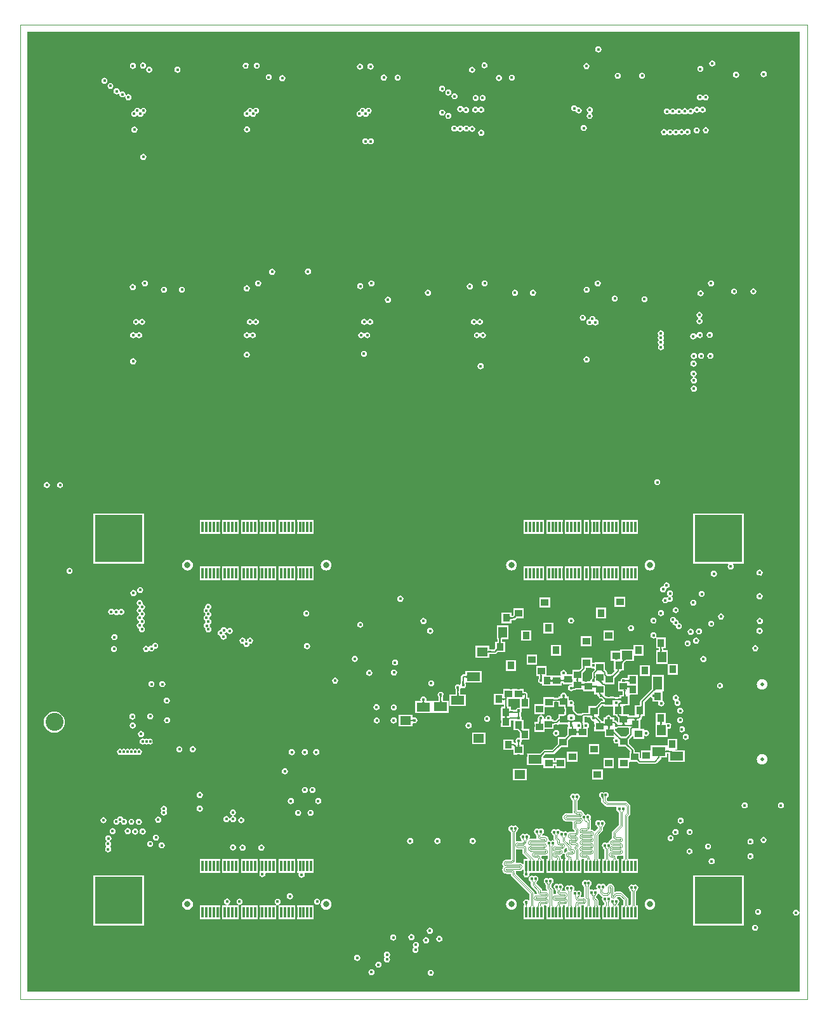
<source format=gbl>
G04 Layer_Physical_Order=8*
G04 Layer_Color=16711680*
%FSLAX43Y43*%
%MOMM*%
G71*
G01*
G75*
%ADD10C,0.100*%
%ADD28C,0.500*%
%ADD36R,1.000X0.950*%
%ADD37R,0.950X1.000*%
%ADD45C,0.200*%
%ADD47C,0.300*%
%ADD48C,2.400*%
%ADD49C,0.800*%
%ADD50R,6.350X6.350*%
%ADD51C,0.600*%
%ADD52C,0.400*%
%ADD63R,1.800X1.150*%
%ADD64R,1.450X1.150*%
%ADD65R,0.305X1.448*%
%ADD66R,1.150X1.450*%
%ADD67R,1.150X1.800*%
G36*
X94000Y1599D02*
X93900Y1589D01*
X93897Y1606D01*
X93877Y1706D01*
X93788Y1838D01*
X93656Y1927D01*
X93500Y1958D01*
X93344Y1927D01*
X93212Y1838D01*
X93123Y1706D01*
X93092Y1550D01*
X93123Y1394D01*
X93212Y1262D01*
X93344Y1173D01*
X93500Y1142D01*
X93656Y1173D01*
X93788Y1262D01*
X93877Y1394D01*
X93897Y1494D01*
X93900Y1511D01*
X94000Y1501D01*
Y-9000D01*
X-9000D01*
Y119000D01*
X94000D01*
Y1599D01*
D02*
G37*
%LPC*%
G36*
X67150Y117083D02*
X66994Y117052D01*
X66862Y116963D01*
X66773Y116831D01*
X66742Y116675D01*
X66773Y116519D01*
X66862Y116387D01*
X66994Y116298D01*
X67150Y116267D01*
X67306Y116298D01*
X67438Y116387D01*
X67527Y116519D01*
X67558Y116675D01*
X67527Y116831D01*
X67438Y116963D01*
X67306Y117052D01*
X67150Y117083D01*
D02*
G37*
G36*
X82341Y115208D02*
X82185Y115177D01*
X82053Y115088D01*
X81964Y114956D01*
X81933Y114800D01*
X81964Y114644D01*
X82053Y114512D01*
X82185Y114423D01*
X82341Y114392D01*
X82497Y114423D01*
X82629Y114512D01*
X82718Y114644D01*
X82749Y114800D01*
X82718Y114956D01*
X82629Y115088D01*
X82497Y115177D01*
X82341Y115208D01*
D02*
G37*
G36*
X51950Y114958D02*
X51794Y114927D01*
X51662Y114838D01*
X51573Y114706D01*
X51542Y114550D01*
X51573Y114394D01*
X51662Y114262D01*
X51794Y114173D01*
X51950Y114142D01*
X52106Y114173D01*
X52238Y114262D01*
X52327Y114394D01*
X52358Y114550D01*
X52327Y114706D01*
X52238Y114838D01*
X52106Y114927D01*
X51950Y114958D01*
D02*
G37*
G36*
X6400Y114933D02*
X6244Y114902D01*
X6112Y114813D01*
X6023Y114681D01*
X5992Y114525D01*
X6023Y114369D01*
X6112Y114237D01*
X6244Y114148D01*
X6400Y114117D01*
X6556Y114148D01*
X6688Y114237D01*
X6777Y114369D01*
X6808Y114525D01*
X6777Y114681D01*
X6688Y114813D01*
X6556Y114902D01*
X6400Y114933D01*
D02*
G37*
G36*
X21575Y114908D02*
X21419Y114877D01*
X21287Y114788D01*
X21198Y114656D01*
X21167Y114500D01*
X21198Y114344D01*
X21287Y114212D01*
X21419Y114123D01*
X21575Y114092D01*
X21731Y114123D01*
X21863Y114212D01*
X21952Y114344D01*
X21983Y114500D01*
X21952Y114656D01*
X21863Y114788D01*
X21731Y114877D01*
X21575Y114908D01*
D02*
G37*
G36*
X20100D02*
X19944Y114877D01*
X19812Y114788D01*
X19723Y114656D01*
X19692Y114500D01*
X19723Y114344D01*
X19812Y114212D01*
X19944Y114123D01*
X20100Y114092D01*
X20256Y114123D01*
X20388Y114212D01*
X20477Y114344D01*
X20508Y114500D01*
X20477Y114656D01*
X20388Y114788D01*
X20256Y114877D01*
X20100Y114908D01*
D02*
G37*
G36*
X5050Y114883D02*
X4894Y114852D01*
X4762Y114763D01*
X4673Y114631D01*
X4642Y114475D01*
X4673Y114319D01*
X4762Y114187D01*
X4894Y114098D01*
X5050Y114067D01*
X5206Y114098D01*
X5338Y114187D01*
X5427Y114319D01*
X5458Y114475D01*
X5427Y114631D01*
X5338Y114763D01*
X5206Y114852D01*
X5050Y114883D01*
D02*
G37*
G36*
X65550Y114858D02*
X65394Y114827D01*
X65262Y114738D01*
X65173Y114606D01*
X65142Y114450D01*
X65173Y114294D01*
X65262Y114162D01*
X65394Y114073D01*
X65550Y114042D01*
X65706Y114073D01*
X65838Y114162D01*
X65927Y114294D01*
X65958Y114450D01*
X65927Y114606D01*
X65838Y114738D01*
X65706Y114827D01*
X65550Y114858D01*
D02*
G37*
G36*
X36750Y114808D02*
X36594Y114777D01*
X36462Y114688D01*
X36373Y114556D01*
X36342Y114400D01*
X36373Y114244D01*
X36462Y114112D01*
X36594Y114023D01*
X36750Y113992D01*
X36906Y114023D01*
X37038Y114112D01*
X37127Y114244D01*
X37158Y114400D01*
X37127Y114556D01*
X37038Y114688D01*
X36906Y114777D01*
X36750Y114808D01*
D02*
G37*
G36*
X35350Y114783D02*
X35194Y114752D01*
X35062Y114663D01*
X34973Y114531D01*
X34942Y114375D01*
X34973Y114219D01*
X35062Y114087D01*
X35194Y113998D01*
X35350Y113967D01*
X35506Y113998D01*
X35638Y114087D01*
X35727Y114219D01*
X35758Y114375D01*
X35727Y114531D01*
X35638Y114663D01*
X35506Y114752D01*
X35350Y114783D01*
D02*
G37*
G36*
X80750Y114483D02*
X80594Y114452D01*
X80462Y114363D01*
X80373Y114231D01*
X80342Y114075D01*
X80373Y113919D01*
X80462Y113787D01*
X80594Y113698D01*
X80750Y113667D01*
X80906Y113698D01*
X81038Y113787D01*
X81127Y113919D01*
X81158Y114075D01*
X81127Y114231D01*
X81038Y114363D01*
X80906Y114452D01*
X80750Y114483D01*
D02*
G37*
G36*
X11000Y114383D02*
X10844Y114352D01*
X10712Y114263D01*
X10623Y114131D01*
X10592Y113975D01*
X10623Y113819D01*
X10712Y113687D01*
X10844Y113598D01*
X11000Y113567D01*
X11156Y113598D01*
X11288Y113687D01*
X11377Y113819D01*
X11408Y113975D01*
X11377Y114131D01*
X11288Y114263D01*
X11156Y114352D01*
X11000Y114383D01*
D02*
G37*
G36*
X7225D02*
X7069Y114352D01*
X6937Y114263D01*
X6848Y114131D01*
X6817Y113975D01*
X6848Y113819D01*
X6937Y113687D01*
X7069Y113598D01*
X7225Y113567D01*
X7381Y113598D01*
X7513Y113687D01*
X7602Y113819D01*
X7633Y113975D01*
X7602Y114131D01*
X7513Y114263D01*
X7381Y114352D01*
X7225Y114383D01*
D02*
G37*
G36*
X50300Y114358D02*
X50144Y114327D01*
X50012Y114238D01*
X49923Y114106D01*
X49892Y113950D01*
X49923Y113794D01*
X50012Y113662D01*
X50144Y113573D01*
X50300Y113542D01*
X50456Y113573D01*
X50588Y113662D01*
X50677Y113794D01*
X50708Y113950D01*
X50677Y114106D01*
X50588Y114238D01*
X50456Y114327D01*
X50300Y114358D01*
D02*
G37*
G36*
X89185Y113781D02*
X89029Y113750D01*
X88897Y113662D01*
X88809Y113529D01*
X88778Y113373D01*
X88809Y113217D01*
X88897Y113085D01*
X89029Y112996D01*
X89185Y112965D01*
X89342Y112996D01*
X89474Y113085D01*
X89562Y113217D01*
X89593Y113373D01*
X89562Y113529D01*
X89474Y113662D01*
X89342Y113750D01*
X89185Y113781D01*
D02*
G37*
G36*
X85525Y113708D02*
X85369Y113677D01*
X85237Y113588D01*
X85148Y113456D01*
X85117Y113300D01*
X85148Y113144D01*
X85237Y113012D01*
X85369Y112923D01*
X85525Y112892D01*
X85681Y112923D01*
X85813Y113012D01*
X85902Y113144D01*
X85933Y113300D01*
X85902Y113456D01*
X85813Y113588D01*
X85681Y113677D01*
X85525Y113708D01*
D02*
G37*
G36*
X72975Y113583D02*
X72819Y113552D01*
X72687Y113463D01*
X72598Y113331D01*
X72567Y113175D01*
X72598Y113019D01*
X72687Y112887D01*
X72819Y112798D01*
X72975Y112767D01*
X73131Y112798D01*
X73263Y112887D01*
X73352Y113019D01*
X73383Y113175D01*
X73352Y113331D01*
X73263Y113463D01*
X73131Y113552D01*
X72975Y113583D01*
D02*
G37*
G36*
X69725Y113558D02*
X69569Y113527D01*
X69437Y113438D01*
X69348Y113306D01*
X69317Y113150D01*
X69348Y112994D01*
X69437Y112862D01*
X69569Y112773D01*
X69725Y112742D01*
X69881Y112773D01*
X70013Y112862D01*
X70102Y112994D01*
X70133Y113150D01*
X70102Y113306D01*
X70013Y113438D01*
X69881Y113527D01*
X69725Y113558D01*
D02*
G37*
G36*
X23175Y113383D02*
X23019Y113352D01*
X22887Y113263D01*
X22798Y113131D01*
X22767Y112975D01*
X22798Y112819D01*
X22887Y112687D01*
X23019Y112598D01*
X23175Y112567D01*
X23331Y112598D01*
X23463Y112687D01*
X23552Y112819D01*
X23583Y112975D01*
X23552Y113131D01*
X23463Y113263D01*
X23331Y113352D01*
X23175Y113383D01*
D02*
G37*
G36*
X40375Y113333D02*
X40219Y113302D01*
X40087Y113213D01*
X39998Y113081D01*
X39967Y112925D01*
X39998Y112769D01*
X40087Y112637D01*
X40219Y112548D01*
X40375Y112517D01*
X40531Y112548D01*
X40663Y112637D01*
X40752Y112769D01*
X40783Y112925D01*
X40752Y113081D01*
X40663Y113213D01*
X40531Y113302D01*
X40375Y113333D01*
D02*
G37*
G36*
X38525D02*
X38369Y113302D01*
X38237Y113213D01*
X38148Y113081D01*
X38117Y112925D01*
X38148Y112769D01*
X38237Y112637D01*
X38369Y112548D01*
X38525Y112517D01*
X38681Y112548D01*
X38813Y112637D01*
X38902Y112769D01*
X38933Y112925D01*
X38902Y113081D01*
X38813Y113213D01*
X38681Y113302D01*
X38525Y113333D01*
D02*
G37*
G36*
X55600Y113308D02*
X55444Y113277D01*
X55312Y113188D01*
X55223Y113056D01*
X55192Y112900D01*
X55223Y112744D01*
X55312Y112612D01*
X55444Y112523D01*
X55600Y112492D01*
X55756Y112523D01*
X55888Y112612D01*
X55977Y112744D01*
X56008Y112900D01*
X55977Y113056D01*
X55888Y113188D01*
X55756Y113277D01*
X55600Y113308D01*
D02*
G37*
G36*
X53875Y113283D02*
X53719Y113252D01*
X53587Y113163D01*
X53498Y113031D01*
X53467Y112875D01*
X53498Y112719D01*
X53587Y112587D01*
X53719Y112498D01*
X53875Y112467D01*
X54031Y112498D01*
X54163Y112587D01*
X54252Y112719D01*
X54283Y112875D01*
X54252Y113031D01*
X54163Y113163D01*
X54031Y113252D01*
X53875Y113283D01*
D02*
G37*
G36*
X24975Y113233D02*
X24819Y113202D01*
X24687Y113113D01*
X24598Y112981D01*
X24567Y112825D01*
X24598Y112669D01*
X24687Y112537D01*
X24819Y112448D01*
X24975Y112417D01*
X25131Y112448D01*
X25263Y112537D01*
X25352Y112669D01*
X25383Y112825D01*
X25352Y112981D01*
X25263Y113113D01*
X25131Y113202D01*
X24975Y113233D01*
D02*
G37*
G36*
X1251Y112907D02*
X1095Y112876D01*
X962Y112788D01*
X874Y112655D01*
X843Y112499D01*
X874Y112343D01*
X962Y112211D01*
X1095Y112123D01*
X1251Y112092D01*
X1407Y112123D01*
X1539Y112211D01*
X1627Y112343D01*
X1658Y112499D01*
X1627Y112655D01*
X1539Y112788D01*
X1407Y112876D01*
X1251Y112907D01*
D02*
G37*
G36*
X2050Y112208D02*
X1894Y112177D01*
X1762Y112088D01*
X1673Y111956D01*
X1642Y111800D01*
X1673Y111644D01*
X1762Y111512D01*
X1894Y111423D01*
X2050Y111392D01*
X2206Y111423D01*
X2338Y111512D01*
X2427Y111644D01*
X2458Y111800D01*
X2427Y111956D01*
X2338Y112088D01*
X2206Y112177D01*
X2050Y112208D01*
D02*
G37*
G36*
X46300Y111833D02*
X46144Y111802D01*
X46012Y111713D01*
X45923Y111581D01*
X45892Y111425D01*
X45923Y111269D01*
X46012Y111137D01*
X46144Y111048D01*
X46300Y111017D01*
X46456Y111048D01*
X46588Y111137D01*
X46677Y111269D01*
X46708Y111425D01*
X46677Y111581D01*
X46588Y111713D01*
X46456Y111802D01*
X46300Y111833D01*
D02*
G37*
G36*
X47125Y111333D02*
X46969Y111302D01*
X46837Y111213D01*
X46748Y111081D01*
X46717Y110925D01*
X46748Y110769D01*
X46837Y110637D01*
X46969Y110548D01*
X47125Y110517D01*
X47281Y110548D01*
X47413Y110637D01*
X47502Y110769D01*
X47533Y110925D01*
X47502Y111081D01*
X47413Y111213D01*
X47281Y111302D01*
X47125Y111333D01*
D02*
G37*
G36*
X81475Y110683D02*
X81319Y110652D01*
X81187Y110563D01*
X81135Y110486D01*
X81015D01*
X80963Y110563D01*
X80831Y110652D01*
X80675Y110683D01*
X80519Y110652D01*
X80387Y110563D01*
X80298Y110431D01*
X80267Y110275D01*
X80298Y110119D01*
X80387Y109987D01*
X80519Y109898D01*
X80675Y109867D01*
X80831Y109898D01*
X80963Y109987D01*
X81015Y110064D01*
X81135D01*
X81187Y109987D01*
X81319Y109898D01*
X81475Y109867D01*
X81631Y109898D01*
X81763Y109987D01*
X81852Y110119D01*
X81883Y110275D01*
X81852Y110431D01*
X81763Y110563D01*
X81631Y110652D01*
X81475Y110683D01*
D02*
G37*
G36*
X47950Y110833D02*
X47794Y110802D01*
X47662Y110713D01*
X47573Y110581D01*
X47542Y110425D01*
X47573Y110269D01*
X47662Y110137D01*
X47794Y110048D01*
X47950Y110017D01*
X48106Y110048D01*
X48238Y110137D01*
X48327Y110269D01*
X48358Y110425D01*
X48327Y110581D01*
X48238Y110713D01*
X48106Y110802D01*
X47950Y110833D01*
D02*
G37*
G36*
X2890Y111493D02*
X2734Y111462D01*
X2601Y111374D01*
X2513Y111241D01*
X2482Y111085D01*
X2513Y110929D01*
X2601Y110797D01*
X2734Y110708D01*
X2890Y110677D01*
X3046Y110708D01*
X3159Y110784D01*
X3231Y110752D01*
X3251Y110735D01*
X3242Y110688D01*
X3273Y110532D01*
X3362Y110400D01*
X3494Y110311D01*
X3650Y110280D01*
X3806Y110311D01*
X3938Y110400D01*
X3969Y110446D01*
X4063Y110407D01*
X4042Y110300D01*
X4073Y110144D01*
X4162Y110012D01*
X4294Y109923D01*
X4450Y109892D01*
X4606Y109923D01*
X4738Y110012D01*
X4827Y110144D01*
X4858Y110300D01*
X4827Y110456D01*
X4738Y110588D01*
X4606Y110677D01*
X4450Y110708D01*
X4294Y110677D01*
X4162Y110588D01*
X4131Y110542D01*
X4037Y110581D01*
X4058Y110688D01*
X4027Y110844D01*
X3938Y110977D01*
X3806Y111065D01*
X3650Y111096D01*
X3494Y111065D01*
X3381Y110989D01*
X3309Y111021D01*
X3288Y111039D01*
X3298Y111085D01*
X3267Y111241D01*
X3178Y111374D01*
X3046Y111462D01*
X2890Y111493D01*
D02*
G37*
G36*
X51700Y110608D02*
X51544Y110577D01*
X51412Y110488D01*
X51323Y110356D01*
X51292Y110200D01*
X51323Y110044D01*
X51412Y109912D01*
X51544Y109823D01*
X51700Y109792D01*
X51856Y109823D01*
X51988Y109912D01*
X52077Y110044D01*
X52108Y110200D01*
X52077Y110356D01*
X51988Y110488D01*
X51856Y110577D01*
X51700Y110608D01*
D02*
G37*
G36*
X50775D02*
X50619Y110577D01*
X50487Y110488D01*
X50398Y110356D01*
X50367Y110200D01*
X50398Y110044D01*
X50487Y109912D01*
X50619Y109823D01*
X50775Y109792D01*
X50931Y109823D01*
X51063Y109912D01*
X51152Y110044D01*
X51183Y110200D01*
X51152Y110356D01*
X51063Y110488D01*
X50931Y110577D01*
X50775Y110608D01*
D02*
G37*
G36*
X81063Y109033D02*
X80907Y109002D01*
X80775Y108913D01*
X80723Y108836D01*
X80603D01*
X80551Y108913D01*
X80419Y109002D01*
X80263Y109033D01*
X80107Y109002D01*
X79975Y108913D01*
X79886Y108781D01*
X79875Y108726D01*
X79769Y108705D01*
X79763Y108713D01*
X79631Y108802D01*
X79475Y108833D01*
X79319Y108802D01*
X79187Y108713D01*
X79135Y108636D01*
X79015D01*
X78963Y108713D01*
X78831Y108802D01*
X78675Y108833D01*
X78519Y108802D01*
X78387Y108713D01*
X78327Y108624D01*
X78211Y108617D01*
X78211Y108617D01*
X78163Y108688D01*
X78031Y108777D01*
X77875Y108808D01*
X77719Y108777D01*
X77587Y108688D01*
X77531Y108606D01*
X77415Y108609D01*
X77357Y108694D01*
X77225Y108783D01*
X77069Y108814D01*
X76913Y108783D01*
X76781Y108694D01*
X76730Y108619D01*
X76610D01*
X76563Y108688D01*
X76431Y108777D01*
X76275Y108808D01*
X76119Y108777D01*
X75987Y108688D01*
X75898Y108556D01*
X75867Y108400D01*
X75898Y108244D01*
X75987Y108112D01*
X76119Y108023D01*
X76275Y107992D01*
X76431Y108023D01*
X76563Y108112D01*
X76614Y108187D01*
X76734D01*
X76781Y108118D01*
X76913Y108029D01*
X77069Y107998D01*
X77225Y108029D01*
X77357Y108118D01*
X77413Y108200D01*
X77530Y108197D01*
X77587Y108112D01*
X77719Y108023D01*
X77875Y107992D01*
X78031Y108023D01*
X78163Y108112D01*
X78223Y108201D01*
X78339Y108208D01*
X78339Y108208D01*
X78387Y108137D01*
X78519Y108048D01*
X78675Y108017D01*
X78831Y108048D01*
X78963Y108137D01*
X79015Y108214D01*
X79135D01*
X79187Y108137D01*
X79319Y108048D01*
X79475Y108017D01*
X79631Y108048D01*
X79763Y108137D01*
X79852Y108269D01*
X79863Y108324D01*
X79969Y108345D01*
X79975Y108337D01*
X80107Y108248D01*
X80263Y108217D01*
X80419Y108248D01*
X80551Y108337D01*
X80603Y108414D01*
X80723D01*
X80775Y108337D01*
X80907Y108248D01*
X81063Y108217D01*
X81219Y108248D01*
X81351Y108337D01*
X81440Y108469D01*
X81471Y108625D01*
X81440Y108781D01*
X81351Y108913D01*
X81219Y109002D01*
X81063Y109033D01*
D02*
G37*
G36*
X51525Y109033D02*
X51369Y109002D01*
X51237Y108913D01*
X51185Y108836D01*
X51065D01*
X51013Y108913D01*
X50881Y109002D01*
X50725Y109033D01*
X50569Y109002D01*
X50437Y108913D01*
X50348Y108781D01*
X50317Y108625D01*
X50348Y108469D01*
X50437Y108337D01*
X50569Y108248D01*
X50725Y108217D01*
X50881Y108248D01*
X51013Y108337D01*
X51065Y108414D01*
X51185D01*
X51237Y108337D01*
X51369Y108248D01*
X51525Y108217D01*
X51681Y108248D01*
X51813Y108337D01*
X51902Y108469D01*
X51933Y108625D01*
X51902Y108781D01*
X51813Y108913D01*
X51681Y109002D01*
X51525Y109033D01*
D02*
G37*
G36*
X36501Y108908D02*
X36345Y108877D01*
X36213Y108788D01*
X36161Y108711D01*
X36041D01*
X35990Y108788D01*
X35858Y108877D01*
X35701Y108908D01*
X35545Y108877D01*
X35413Y108788D01*
X35325Y108656D01*
X35294Y108504D01*
X35276Y108508D01*
X35120Y108477D01*
X34988Y108388D01*
X34900Y108256D01*
X34869Y108100D01*
X34900Y107944D01*
X34988Y107812D01*
X35120Y107723D01*
X35276Y107692D01*
X35433Y107723D01*
X35565Y107812D01*
X35633Y107914D01*
X35644Y107918D01*
X35734D01*
X35745Y107914D01*
X35813Y107812D01*
X35945Y107723D01*
X36101Y107692D01*
X36258Y107723D01*
X36390Y107812D01*
X36478Y107944D01*
X36508Y108093D01*
X36658Y108123D01*
X36790Y108212D01*
X36878Y108344D01*
X36909Y108500D01*
X36878Y108656D01*
X36790Y108788D01*
X36658Y108877D01*
X36501Y108908D01*
D02*
G37*
G36*
X21476D02*
X21320Y108877D01*
X21187Y108788D01*
X21136Y108711D01*
X21016D01*
X20964Y108788D01*
X20832Y108877D01*
X20676Y108908D01*
X20520Y108877D01*
X20387Y108788D01*
X20299Y108656D01*
X20269Y108504D01*
X20251Y108508D01*
X20095Y108477D01*
X19962Y108388D01*
X19874Y108256D01*
X19843Y108100D01*
X19874Y107944D01*
X19962Y107812D01*
X20095Y107723D01*
X20251Y107692D01*
X20407Y107723D01*
X20539Y107812D01*
X20608Y107914D01*
X20618Y107918D01*
X20708D01*
X20719Y107914D01*
X20787Y107812D01*
X20920Y107723D01*
X21076Y107692D01*
X21232Y107723D01*
X21364Y107812D01*
X21453Y107944D01*
X21482Y108093D01*
X21632Y108123D01*
X21764Y108212D01*
X21853Y108344D01*
X21884Y108500D01*
X21853Y108656D01*
X21764Y108788D01*
X21632Y108877D01*
X21476Y108908D01*
D02*
G37*
G36*
X6450D02*
X6294Y108877D01*
X6162Y108788D01*
X6110Y108711D01*
X5990D01*
X5938Y108788D01*
X5806Y108877D01*
X5650Y108908D01*
X5494Y108877D01*
X5362Y108788D01*
X5273Y108656D01*
X5243Y108504D01*
X5225Y108508D01*
X5069Y108477D01*
X4937Y108388D01*
X4848Y108256D01*
X4817Y108100D01*
X4848Y107944D01*
X4937Y107812D01*
X5069Y107723D01*
X5225Y107692D01*
X5381Y107723D01*
X5513Y107812D01*
X5582Y107914D01*
X5592Y107918D01*
X5683D01*
X5693Y107914D01*
X5762Y107812D01*
X5894Y107723D01*
X6050Y107692D01*
X6206Y107723D01*
X6338Y107812D01*
X6427Y107944D01*
X6457Y108093D01*
X6606Y108123D01*
X6738Y108212D01*
X6827Y108344D01*
X6858Y108500D01*
X6827Y108656D01*
X6738Y108788D01*
X6606Y108877D01*
X6450Y108908D01*
D02*
G37*
G36*
X48725Y109133D02*
X48569Y109102D01*
X48437Y109013D01*
X48348Y108881D01*
X48317Y108725D01*
X48348Y108569D01*
X48437Y108437D01*
X48569Y108348D01*
X48725Y108317D01*
X48881Y108348D01*
X49013Y108437D01*
X49027Y108456D01*
X49131Y108432D01*
X49212Y108312D01*
X49344Y108223D01*
X49500Y108192D01*
X49656Y108223D01*
X49788Y108312D01*
X49877Y108444D01*
X49908Y108600D01*
X49877Y108756D01*
X49788Y108888D01*
X49656Y108977D01*
X49500Y109008D01*
X49344Y108977D01*
X49212Y108888D01*
X49198Y108869D01*
X49094Y108893D01*
X49013Y109013D01*
X48881Y109102D01*
X48725Y109133D01*
D02*
G37*
G36*
X63925Y109233D02*
X63769Y109202D01*
X63637Y109113D01*
X63548Y108981D01*
X63517Y108825D01*
X63548Y108669D01*
X63637Y108537D01*
X63769Y108448D01*
X63925Y108417D01*
X64081Y108448D01*
X64142Y108423D01*
X64151Y108374D01*
X64240Y108242D01*
X64372Y108154D01*
X64528Y108122D01*
X64684Y108154D01*
X64817Y108242D01*
X64905Y108374D01*
X64936Y108530D01*
X64905Y108686D01*
X64817Y108819D01*
X64684Y108907D01*
X64528Y108938D01*
X64417Y108916D01*
X64304Y108972D01*
X64302Y108981D01*
X64213Y109113D01*
X64081Y109202D01*
X63925Y109233D01*
D02*
G37*
G36*
X46325Y108658D02*
X46169Y108627D01*
X46037Y108538D01*
X45948Y108406D01*
X45917Y108250D01*
X45948Y108094D01*
X46037Y107962D01*
X46169Y107873D01*
X46325Y107842D01*
X46481Y107873D01*
X46613Y107962D01*
X46702Y108094D01*
X46733Y108250D01*
X46702Y108406D01*
X46613Y108538D01*
X46481Y108627D01*
X46325Y108658D01*
D02*
G37*
G36*
X66000Y109008D02*
X65844Y108977D01*
X65712Y108888D01*
X65623Y108756D01*
X65592Y108600D01*
X65623Y108444D01*
X65712Y108312D01*
X65783Y108264D01*
X65783Y108264D01*
X65776Y108148D01*
X65687Y108088D01*
X65598Y107956D01*
X65567Y107800D01*
X65598Y107644D01*
X65687Y107512D01*
X65819Y107423D01*
X65975Y107392D01*
X66131Y107423D01*
X66263Y107512D01*
X66352Y107644D01*
X66383Y107800D01*
X66352Y107956D01*
X66263Y108088D01*
X66192Y108136D01*
X66192Y108136D01*
X66199Y108252D01*
X66288Y108312D01*
X66377Y108444D01*
X66408Y108600D01*
X66377Y108756D01*
X66288Y108888D01*
X66156Y108977D01*
X66000Y109008D01*
D02*
G37*
G36*
X47125Y108208D02*
X46969Y108177D01*
X46837Y108088D01*
X46748Y107956D01*
X46717Y107800D01*
X46748Y107644D01*
X46837Y107512D01*
X46969Y107423D01*
X47125Y107392D01*
X47281Y107423D01*
X47413Y107512D01*
X47502Y107644D01*
X47533Y107800D01*
X47502Y107956D01*
X47413Y108088D01*
X47281Y108177D01*
X47125Y108208D01*
D02*
G37*
G36*
X49525Y106533D02*
X49369Y106502D01*
X49237Y106413D01*
X49177Y106324D01*
X49061Y106317D01*
X49061Y106317D01*
X49013Y106388D01*
X48881Y106477D01*
X48725Y106508D01*
X48569Y106477D01*
X48437Y106388D01*
X48389Y106317D01*
X48389Y106317D01*
X48273Y106324D01*
X48213Y106413D01*
X48081Y106502D01*
X47925Y106533D01*
X47769Y106502D01*
X47637Y106413D01*
X47548Y106281D01*
X47517Y106125D01*
X47548Y105969D01*
X47637Y105837D01*
X47769Y105748D01*
X47925Y105717D01*
X48081Y105748D01*
X48213Y105837D01*
X48261Y105908D01*
X48261Y105908D01*
X48377Y105901D01*
X48437Y105812D01*
X48569Y105723D01*
X48725Y105692D01*
X48881Y105723D01*
X49013Y105812D01*
X49073Y105901D01*
X49189Y105908D01*
X49189Y105908D01*
X49237Y105837D01*
X49369Y105748D01*
X49525Y105717D01*
X49681Y105748D01*
X49813Y105837D01*
X49838Y105874D01*
X49956Y105870D01*
X50012Y105787D01*
X50144Y105698D01*
X50300Y105667D01*
X50456Y105698D01*
X50588Y105787D01*
X50677Y105919D01*
X50708Y106075D01*
X50677Y106231D01*
X50588Y106363D01*
X50456Y106452D01*
X50300Y106483D01*
X50144Y106452D01*
X50012Y106363D01*
X49987Y106326D01*
X49869Y106330D01*
X49813Y106413D01*
X49681Y106502D01*
X49525Y106533D01*
D02*
G37*
G36*
X79050Y106083D02*
X78894Y106052D01*
X78762Y105963D01*
X78691Y105857D01*
X78600Y105848D01*
X78577Y105854D01*
X78517Y105944D01*
X78385Y106032D01*
X78229Y106063D01*
X78073Y106032D01*
X77940Y105944D01*
X77889Y105867D01*
X77769D01*
X77738Y105913D01*
X77606Y106002D01*
X77450Y106033D01*
X77294Y106002D01*
X77162Y105913D01*
X77125Y105859D01*
X77025D01*
X76988Y105913D01*
X76856Y106002D01*
X76700Y106033D01*
X76544Y106002D01*
X76412Y105913D01*
X76364Y105842D01*
X76243Y105842D01*
X76192Y105919D01*
X76060Y106007D01*
X75904Y106038D01*
X75748Y106007D01*
X75615Y105919D01*
X75527Y105786D01*
X75496Y105630D01*
X75527Y105474D01*
X75615Y105342D01*
X75748Y105253D01*
X75904Y105222D01*
X76060Y105253D01*
X76192Y105342D01*
X76240Y105414D01*
X76360Y105413D01*
X76412Y105337D01*
X76544Y105248D01*
X76700Y105217D01*
X76856Y105248D01*
X76988Y105337D01*
X77025Y105391D01*
X77125D01*
X77162Y105337D01*
X77294Y105248D01*
X77450Y105217D01*
X77606Y105248D01*
X77738Y105337D01*
X77789Y105413D01*
X77910D01*
X77940Y105367D01*
X78073Y105278D01*
X78229Y105247D01*
X78385Y105278D01*
X78517Y105367D01*
X78588Y105473D01*
X78678Y105482D01*
X78702Y105476D01*
X78762Y105387D01*
X78894Y105298D01*
X79050Y105267D01*
X79206Y105298D01*
X79338Y105387D01*
X79427Y105519D01*
X79458Y105675D01*
X79427Y105831D01*
X79338Y105963D01*
X79206Y106052D01*
X79050Y106083D01*
D02*
G37*
G36*
X65200Y106608D02*
X65044Y106577D01*
X64912Y106488D01*
X64823Y106356D01*
X64792Y106200D01*
X64823Y106044D01*
X64912Y105912D01*
X65044Y105823D01*
X65200Y105792D01*
X65356Y105823D01*
X65488Y105912D01*
X65577Y106044D01*
X65608Y106200D01*
X65577Y106356D01*
X65488Y106488D01*
X65356Y106577D01*
X65200Y106608D01*
D02*
G37*
G36*
X20273Y106408D02*
X20117Y106377D01*
X19984Y106288D01*
X19896Y106156D01*
X19865Y106000D01*
X19896Y105844D01*
X19984Y105712D01*
X20117Y105623D01*
X20273Y105592D01*
X20429Y105623D01*
X20561Y105712D01*
X20649Y105844D01*
X20680Y106000D01*
X20649Y106156D01*
X20561Y106288D01*
X20429Y106377D01*
X20273Y106408D01*
D02*
G37*
G36*
X5250Y106383D02*
X5094Y106352D01*
X4962Y106263D01*
X4873Y106131D01*
X4842Y105975D01*
X4873Y105819D01*
X4962Y105687D01*
X5094Y105598D01*
X5250Y105567D01*
X5406Y105598D01*
X5538Y105687D01*
X5627Y105819D01*
X5658Y105975D01*
X5627Y106131D01*
X5538Y106263D01*
X5406Y106352D01*
X5250Y106383D01*
D02*
G37*
G36*
X81469Y106289D02*
X81313Y106258D01*
X81181Y106169D01*
X81092Y106037D01*
X81061Y105881D01*
X81092Y105725D01*
X81181Y105593D01*
X81313Y105504D01*
X81469Y105473D01*
X81625Y105504D01*
X81757Y105593D01*
X81846Y105725D01*
X81877Y105881D01*
X81846Y106037D01*
X81757Y106169D01*
X81625Y106258D01*
X81469Y106289D01*
D02*
G37*
G36*
X80275Y106283D02*
X80119Y106252D01*
X79987Y106163D01*
X79898Y106031D01*
X79867Y105875D01*
X79898Y105719D01*
X79987Y105587D01*
X80119Y105498D01*
X80275Y105467D01*
X80431Y105498D01*
X80563Y105587D01*
X80652Y105719D01*
X80683Y105875D01*
X80652Y106031D01*
X80563Y106163D01*
X80431Y106252D01*
X80275Y106283D01*
D02*
G37*
G36*
X51525Y105958D02*
X51369Y105927D01*
X51237Y105838D01*
X51148Y105706D01*
X51117Y105550D01*
X51148Y105394D01*
X51237Y105262D01*
X51369Y105173D01*
X51525Y105142D01*
X51681Y105173D01*
X51813Y105262D01*
X51902Y105394D01*
X51933Y105550D01*
X51902Y105706D01*
X51813Y105838D01*
X51681Y105927D01*
X51525Y105958D01*
D02*
G37*
G36*
X36787Y104833D02*
X36631Y104802D01*
X36499Y104713D01*
X36469Y104668D01*
X36369D01*
X36338Y104713D01*
X36206Y104802D01*
X36050Y104833D01*
X35894Y104802D01*
X35762Y104713D01*
X35673Y104581D01*
X35642Y104425D01*
X35673Y104269D01*
X35762Y104137D01*
X35894Y104048D01*
X36050Y104017D01*
X36206Y104048D01*
X36338Y104137D01*
X36369Y104182D01*
X36469D01*
X36499Y104137D01*
X36631Y104048D01*
X36787Y104017D01*
X36944Y104048D01*
X37076Y104137D01*
X37164Y104269D01*
X37195Y104425D01*
X37164Y104581D01*
X37076Y104713D01*
X36944Y104802D01*
X36787Y104833D01*
D02*
G37*
G36*
X6450Y102733D02*
X6294Y102702D01*
X6162Y102613D01*
X6073Y102481D01*
X6042Y102325D01*
X6073Y102169D01*
X6162Y102037D01*
X6294Y101948D01*
X6450Y101917D01*
X6606Y101948D01*
X6738Y102037D01*
X6827Y102169D01*
X6858Y102325D01*
X6827Y102481D01*
X6738Y102613D01*
X6606Y102702D01*
X6450Y102733D01*
D02*
G37*
G36*
X28400Y87458D02*
X28244Y87427D01*
X28112Y87338D01*
X28023Y87206D01*
X27992Y87050D01*
X28023Y86894D01*
X28112Y86762D01*
X28244Y86673D01*
X28400Y86642D01*
X28556Y86673D01*
X28688Y86762D01*
X28777Y86894D01*
X28808Y87050D01*
X28777Y87206D01*
X28688Y87338D01*
X28556Y87427D01*
X28400Y87458D01*
D02*
G37*
G36*
X23625Y87408D02*
X23469Y87377D01*
X23337Y87288D01*
X23248Y87156D01*
X23217Y87000D01*
X23248Y86844D01*
X23337Y86712D01*
X23469Y86623D01*
X23625Y86592D01*
X23781Y86623D01*
X23913Y86712D01*
X24002Y86844D01*
X24033Y87000D01*
X24002Y87156D01*
X23913Y87288D01*
X23781Y87377D01*
X23625Y87408D01*
D02*
G37*
G36*
X82175Y85883D02*
X82019Y85852D01*
X81887Y85763D01*
X81798Y85631D01*
X81767Y85475D01*
X81798Y85319D01*
X81887Y85187D01*
X82019Y85098D01*
X82175Y85067D01*
X82331Y85098D01*
X82463Y85187D01*
X82552Y85319D01*
X82583Y85475D01*
X82552Y85631D01*
X82463Y85763D01*
X82331Y85852D01*
X82175Y85883D01*
D02*
G37*
G36*
X67070D02*
X66914Y85852D01*
X66782Y85763D01*
X66693Y85631D01*
X66662Y85475D01*
X66693Y85319D01*
X66782Y85187D01*
X66914Y85098D01*
X67070Y85067D01*
X67226Y85098D01*
X67358Y85187D01*
X67447Y85319D01*
X67478Y85475D01*
X67447Y85631D01*
X67358Y85763D01*
X67226Y85852D01*
X67070Y85883D01*
D02*
G37*
G36*
X51965D02*
X51809Y85852D01*
X51677Y85763D01*
X51588Y85631D01*
X51557Y85475D01*
X51588Y85319D01*
X51677Y85187D01*
X51809Y85098D01*
X51965Y85067D01*
X52121Y85098D01*
X52253Y85187D01*
X52342Y85319D01*
X52373Y85475D01*
X52342Y85631D01*
X52253Y85763D01*
X52121Y85852D01*
X51965Y85883D01*
D02*
G37*
G36*
X36860D02*
X36704Y85852D01*
X36572Y85763D01*
X36483Y85631D01*
X36452Y85475D01*
X36483Y85319D01*
X36572Y85187D01*
X36704Y85098D01*
X36860Y85067D01*
X37016Y85098D01*
X37148Y85187D01*
X37237Y85319D01*
X37268Y85475D01*
X37237Y85631D01*
X37148Y85763D01*
X37016Y85852D01*
X36860Y85883D01*
D02*
G37*
G36*
X21755D02*
X21599Y85852D01*
X21467Y85763D01*
X21378Y85631D01*
X21347Y85475D01*
X21378Y85319D01*
X21467Y85187D01*
X21599Y85098D01*
X21755Y85067D01*
X21911Y85098D01*
X22043Y85187D01*
X22132Y85319D01*
X22163Y85475D01*
X22132Y85631D01*
X22043Y85763D01*
X21911Y85852D01*
X21755Y85883D01*
D02*
G37*
G36*
X6650D02*
X6494Y85852D01*
X6362Y85763D01*
X6273Y85631D01*
X6242Y85475D01*
X6273Y85319D01*
X6362Y85187D01*
X6494Y85098D01*
X6650Y85067D01*
X6806Y85098D01*
X6938Y85187D01*
X7027Y85319D01*
X7058Y85475D01*
X7027Y85631D01*
X6938Y85763D01*
X6806Y85852D01*
X6650Y85883D01*
D02*
G37*
G36*
X35375Y85508D02*
X35219Y85477D01*
X35087Y85388D01*
X34998Y85256D01*
X34967Y85100D01*
X34998Y84944D01*
X35087Y84812D01*
X35219Y84723D01*
X35375Y84692D01*
X35531Y84723D01*
X35663Y84812D01*
X35752Y84944D01*
X35783Y85100D01*
X35752Y85256D01*
X35663Y85388D01*
X35531Y85477D01*
X35375Y85508D01*
D02*
G37*
G36*
X50000Y85483D02*
X49844Y85452D01*
X49712Y85363D01*
X49623Y85231D01*
X49592Y85075D01*
X49623Y84919D01*
X49712Y84787D01*
X49844Y84698D01*
X50000Y84667D01*
X50156Y84698D01*
X50288Y84787D01*
X50377Y84919D01*
X50408Y85075D01*
X50377Y85231D01*
X50288Y85363D01*
X50156Y85452D01*
X50000Y85483D01*
D02*
G37*
G36*
X5025Y85383D02*
X4869Y85352D01*
X4737Y85263D01*
X4648Y85131D01*
X4617Y84975D01*
X4648Y84819D01*
X4737Y84687D01*
X4869Y84598D01*
X5025Y84567D01*
X5181Y84598D01*
X5313Y84687D01*
X5402Y84819D01*
X5433Y84975D01*
X5402Y85131D01*
X5313Y85263D01*
X5181Y85352D01*
X5025Y85383D01*
D02*
G37*
G36*
X20250Y85208D02*
X20094Y85177D01*
X19962Y85088D01*
X19873Y84956D01*
X19842Y84800D01*
X19873Y84644D01*
X19962Y84512D01*
X20094Y84423D01*
X20250Y84392D01*
X20406Y84423D01*
X20538Y84512D01*
X20627Y84644D01*
X20658Y84800D01*
X20627Y84956D01*
X20538Y85088D01*
X20406Y85177D01*
X20250Y85208D01*
D02*
G37*
G36*
X65575Y85033D02*
X65419Y85002D01*
X65287Y84913D01*
X65198Y84781D01*
X65167Y84625D01*
X65198Y84469D01*
X65287Y84337D01*
X65419Y84248D01*
X65575Y84217D01*
X65731Y84248D01*
X65863Y84337D01*
X65952Y84469D01*
X65983Y84625D01*
X65952Y84781D01*
X65863Y84913D01*
X65731Y85002D01*
X65575Y85033D01*
D02*
G37*
G36*
X11585Y85031D02*
X11429Y85000D01*
X11297Y84912D01*
X11208Y84779D01*
X11177Y84623D01*
X11208Y84467D01*
X11297Y84335D01*
X11429Y84246D01*
X11585Y84215D01*
X11741Y84246D01*
X11874Y84335D01*
X11962Y84467D01*
X11993Y84623D01*
X11962Y84779D01*
X11874Y84912D01*
X11741Y85000D01*
X11585Y85031D01*
D02*
G37*
G36*
X9185Y85031D02*
X9029Y85000D01*
X8896Y84912D01*
X8808Y84779D01*
X8777Y84623D01*
X8808Y84467D01*
X8896Y84335D01*
X9029Y84246D01*
X9185Y84215D01*
X9341Y84246D01*
X9473Y84335D01*
X9562Y84467D01*
X9593Y84623D01*
X9562Y84779D01*
X9473Y84912D01*
X9341Y85000D01*
X9185Y85031D01*
D02*
G37*
G36*
X87825Y84808D02*
X87669Y84777D01*
X87537Y84688D01*
X87448Y84556D01*
X87417Y84400D01*
X87448Y84244D01*
X87537Y84112D01*
X87669Y84023D01*
X87825Y83992D01*
X87981Y84023D01*
X88114Y84112D01*
X88202Y84244D01*
X88233Y84400D01*
X88202Y84556D01*
X88114Y84688D01*
X87981Y84777D01*
X87825Y84808D01*
D02*
G37*
G36*
X85250Y84808D02*
X85094Y84777D01*
X84962Y84688D01*
X84873Y84556D01*
X84842Y84400D01*
X84873Y84244D01*
X84962Y84112D01*
X85094Y84023D01*
X85250Y83992D01*
X85406Y84023D01*
X85538Y84112D01*
X85627Y84244D01*
X85658Y84400D01*
X85627Y84556D01*
X85538Y84688D01*
X85406Y84777D01*
X85250Y84808D01*
D02*
G37*
G36*
X44400Y84633D02*
X44244Y84602D01*
X44112Y84513D01*
X44023Y84381D01*
X43992Y84225D01*
X44023Y84069D01*
X44112Y83937D01*
X44244Y83848D01*
X44400Y83817D01*
X44556Y83848D01*
X44688Y83937D01*
X44777Y84069D01*
X44808Y84225D01*
X44777Y84381D01*
X44688Y84513D01*
X44556Y84602D01*
X44400Y84633D01*
D02*
G37*
G36*
X58416Y84631D02*
X58260Y84600D01*
X58127Y84512D01*
X58039Y84379D01*
X58008Y84223D01*
X58039Y84067D01*
X58127Y83935D01*
X58260Y83846D01*
X58416Y83815D01*
X58572Y83846D01*
X58704Y83935D01*
X58793Y84067D01*
X58824Y84223D01*
X58793Y84379D01*
X58704Y84512D01*
X58572Y84600D01*
X58416Y84631D01*
D02*
G37*
G36*
X56016Y84631D02*
X55859Y84600D01*
X55727Y84512D01*
X55639Y84379D01*
X55608Y84223D01*
X55639Y84067D01*
X55727Y83935D01*
X55859Y83846D01*
X56016Y83815D01*
X56172Y83846D01*
X56304Y83935D01*
X56392Y84067D01*
X56423Y84223D01*
X56392Y84379D01*
X56304Y84512D01*
X56172Y84600D01*
X56016Y84631D01*
D02*
G37*
G36*
X80775Y84558D02*
X80619Y84527D01*
X80487Y84438D01*
X80398Y84306D01*
X80367Y84150D01*
X80398Y83994D01*
X80487Y83862D01*
X80619Y83773D01*
X80775Y83742D01*
X80931Y83773D01*
X81063Y83862D01*
X81152Y83994D01*
X81183Y84150D01*
X81152Y84306D01*
X81063Y84438D01*
X80931Y84527D01*
X80775Y84558D01*
D02*
G37*
G36*
X69325Y83858D02*
X69169Y83827D01*
X69037Y83738D01*
X68948Y83606D01*
X68917Y83450D01*
X68948Y83294D01*
X69037Y83162D01*
X69169Y83073D01*
X69325Y83042D01*
X69481Y83073D01*
X69613Y83162D01*
X69702Y83294D01*
X69733Y83450D01*
X69702Y83606D01*
X69613Y83738D01*
X69481Y83827D01*
X69325Y83858D01*
D02*
G37*
G36*
X73300Y83758D02*
X73144Y83727D01*
X73012Y83638D01*
X72923Y83506D01*
X72892Y83350D01*
X72923Y83194D01*
X73012Y83062D01*
X73144Y82973D01*
X73300Y82942D01*
X73456Y82973D01*
X73588Y83062D01*
X73677Y83194D01*
X73708Y83350D01*
X73677Y83506D01*
X73588Y83638D01*
X73456Y83727D01*
X73300Y83758D01*
D02*
G37*
G36*
X39075Y83683D02*
X38919Y83652D01*
X38787Y83563D01*
X38698Y83431D01*
X38667Y83275D01*
X38698Y83119D01*
X38787Y82987D01*
X38919Y82898D01*
X39075Y82867D01*
X39231Y82898D01*
X39363Y82987D01*
X39452Y83119D01*
X39483Y83275D01*
X39452Y83431D01*
X39363Y83563D01*
X39231Y83652D01*
X39075Y83683D01*
D02*
G37*
G36*
X51337Y80746D02*
X51181Y80715D01*
X51049Y80626D01*
X50997Y80549D01*
X50877D01*
X50826Y80626D01*
X50693Y80715D01*
X50537Y80746D01*
X50381Y80715D01*
X50249Y80626D01*
X50160Y80494D01*
X50129Y80338D01*
X50160Y80182D01*
X50249Y80050D01*
X50381Y79961D01*
X50537Y79930D01*
X50693Y79961D01*
X50826Y80050D01*
X50877Y80127D01*
X50997D01*
X51049Y80050D01*
X51181Y79961D01*
X51337Y79930D01*
X51493Y79961D01*
X51626Y80050D01*
X51714Y80182D01*
X51745Y80338D01*
X51714Y80494D01*
X51626Y80626D01*
X51493Y80715D01*
X51337Y80746D01*
D02*
G37*
G36*
X36711D02*
X36555Y80715D01*
X36423Y80626D01*
X36372Y80549D01*
X36251D01*
X36200Y80626D01*
X36068Y80715D01*
X35911Y80746D01*
X35755Y80715D01*
X35623Y80626D01*
X35535Y80494D01*
X35504Y80338D01*
X35535Y80182D01*
X35623Y80050D01*
X35755Y79961D01*
X35911Y79930D01*
X36068Y79961D01*
X36200Y80050D01*
X36251Y80127D01*
X36372D01*
X36423Y80050D01*
X36555Y79961D01*
X36711Y79930D01*
X36868Y79961D01*
X37000Y80050D01*
X37088Y80182D01*
X37119Y80338D01*
X37088Y80494D01*
X37000Y80626D01*
X36868Y80715D01*
X36711Y80746D01*
D02*
G37*
G36*
X21450D02*
X21294Y80715D01*
X21162Y80626D01*
X21110Y80549D01*
X20990D01*
X20938Y80626D01*
X20806Y80715D01*
X20650Y80746D01*
X20494Y80715D01*
X20362Y80626D01*
X20273Y80494D01*
X20242Y80338D01*
X20273Y80182D01*
X20362Y80050D01*
X20494Y79961D01*
X20650Y79930D01*
X20806Y79961D01*
X20938Y80050D01*
X20990Y80127D01*
X21110D01*
X21162Y80050D01*
X21294Y79961D01*
X21450Y79930D01*
X21606Y79961D01*
X21738Y80050D01*
X21827Y80182D01*
X21858Y80338D01*
X21827Y80494D01*
X21738Y80626D01*
X21606Y80715D01*
X21450Y80746D01*
D02*
G37*
G36*
X6275D02*
X6119Y80715D01*
X5987Y80626D01*
X5935Y80549D01*
X5815D01*
X5763Y80626D01*
X5631Y80715D01*
X5475Y80746D01*
X5319Y80715D01*
X5187Y80626D01*
X5098Y80494D01*
X5067Y80338D01*
X5098Y80182D01*
X5187Y80050D01*
X5319Y79961D01*
X5475Y79930D01*
X5631Y79961D01*
X5763Y80050D01*
X5815Y80127D01*
X5935D01*
X5987Y80050D01*
X6119Y79961D01*
X6275Y79930D01*
X6431Y79961D01*
X6563Y80050D01*
X6652Y80182D01*
X6683Y80338D01*
X6652Y80494D01*
X6563Y80626D01*
X6431Y80715D01*
X6275Y80746D01*
D02*
G37*
G36*
X65050Y81308D02*
X64894Y81277D01*
X64762Y81188D01*
X64673Y81056D01*
X64642Y80900D01*
X64673Y80744D01*
X64762Y80612D01*
X64894Y80523D01*
X65050Y80492D01*
X65206Y80523D01*
X65338Y80612D01*
X65427Y80744D01*
X65458Y80900D01*
X65427Y81056D01*
X65338Y81188D01*
X65206Y81277D01*
X65050Y81308D01*
D02*
G37*
G36*
X80625Y81658D02*
X80469Y81627D01*
X80337Y81538D01*
X80248Y81406D01*
X80217Y81250D01*
X80248Y81094D01*
X80337Y80962D01*
X80438Y80894D01*
X80439Y80892D01*
X80441Y80791D01*
X80438Y80783D01*
X80341Y80717D01*
X80252Y80585D01*
X80221Y80429D01*
X80252Y80273D01*
X80341Y80141D01*
X80473Y80052D01*
X80629Y80021D01*
X80785Y80052D01*
X80917Y80141D01*
X81006Y80273D01*
X81037Y80429D01*
X81006Y80585D01*
X80917Y80717D01*
X80816Y80785D01*
X80815Y80787D01*
X80813Y80888D01*
X80816Y80896D01*
X80913Y80962D01*
X81002Y81094D01*
X81033Y81250D01*
X81002Y81406D01*
X80913Y81538D01*
X80781Y81627D01*
X80625Y81658D01*
D02*
G37*
G36*
X66350Y81133D02*
X66194Y81102D01*
X66062Y81013D01*
X65973Y80881D01*
X65942Y80725D01*
X65949Y80692D01*
X65807Y80664D01*
X65675Y80575D01*
X65586Y80443D01*
X65555Y80287D01*
X65586Y80131D01*
X65675Y79999D01*
X65807Y79910D01*
X65963Y79879D01*
X66119Y79910D01*
X66251Y79999D01*
X66299Y80070D01*
X66299Y80070D01*
X66415Y80063D01*
X66475Y79974D01*
X66607Y79885D01*
X66763Y79854D01*
X66919Y79885D01*
X67051Y79974D01*
X67140Y80106D01*
X67171Y80262D01*
X67140Y80418D01*
X67051Y80550D01*
X66919Y80639D01*
X66763Y80670D01*
X66756Y80718D01*
X66758Y80725D01*
X66727Y80881D01*
X66638Y81013D01*
X66506Y81102D01*
X66350Y81133D01*
D02*
G37*
G36*
X51737Y78970D02*
X51581Y78939D01*
X51449Y78850D01*
X51397Y78773D01*
X51277D01*
X51226Y78850D01*
X51093Y78939D01*
X50937Y78970D01*
X50781Y78939D01*
X50649Y78850D01*
X50560Y78718D01*
X50529Y78562D01*
X50560Y78406D01*
X50649Y78274D01*
X50781Y78185D01*
X50937Y78154D01*
X51093Y78185D01*
X51226Y78274D01*
X51277Y78351D01*
X51397D01*
X51449Y78274D01*
X51581Y78185D01*
X51737Y78154D01*
X51893Y78185D01*
X52026Y78274D01*
X52114Y78406D01*
X52145Y78562D01*
X52114Y78718D01*
X52026Y78850D01*
X51893Y78939D01*
X51737Y78970D01*
D02*
G37*
G36*
X36311D02*
X36155Y78939D01*
X36023Y78850D01*
X35972Y78773D01*
X35851D01*
X35800Y78850D01*
X35668Y78939D01*
X35511Y78970D01*
X35355Y78939D01*
X35223Y78850D01*
X35135Y78718D01*
X35104Y78562D01*
X35135Y78406D01*
X35223Y78274D01*
X35355Y78185D01*
X35511Y78154D01*
X35668Y78185D01*
X35800Y78274D01*
X35851Y78351D01*
X35972D01*
X36023Y78274D01*
X36155Y78185D01*
X36311Y78154D01*
X36468Y78185D01*
X36600Y78274D01*
X36688Y78406D01*
X36719Y78562D01*
X36688Y78718D01*
X36600Y78850D01*
X36468Y78939D01*
X36311Y78970D01*
D02*
G37*
G36*
X21050D02*
X20894Y78939D01*
X20762Y78850D01*
X20710Y78773D01*
X20590D01*
X20538Y78850D01*
X20406Y78939D01*
X20250Y78970D01*
X20094Y78939D01*
X19962Y78850D01*
X19873Y78718D01*
X19842Y78562D01*
X19873Y78406D01*
X19962Y78274D01*
X20094Y78185D01*
X20250Y78154D01*
X20406Y78185D01*
X20538Y78274D01*
X20590Y78351D01*
X20710D01*
X20762Y78274D01*
X20894Y78185D01*
X21050Y78154D01*
X21206Y78185D01*
X21338Y78274D01*
X21427Y78406D01*
X21458Y78562D01*
X21427Y78718D01*
X21338Y78850D01*
X21206Y78939D01*
X21050Y78970D01*
D02*
G37*
G36*
X5875D02*
X5719Y78939D01*
X5587Y78850D01*
X5535Y78773D01*
X5415D01*
X5363Y78850D01*
X5231Y78939D01*
X5075Y78970D01*
X4919Y78939D01*
X4787Y78850D01*
X4698Y78718D01*
X4667Y78562D01*
X4698Y78406D01*
X4787Y78274D01*
X4919Y78185D01*
X5075Y78154D01*
X5231Y78185D01*
X5363Y78274D01*
X5415Y78351D01*
X5535D01*
X5587Y78274D01*
X5719Y78185D01*
X5875Y78154D01*
X6031Y78185D01*
X6163Y78274D01*
X6252Y78406D01*
X6283Y78562D01*
X6252Y78718D01*
X6163Y78850D01*
X6031Y78939D01*
X5875Y78970D01*
D02*
G37*
G36*
X80675Y78983D02*
X80519Y78952D01*
X80387Y78863D01*
X80298Y78731D01*
X80271Y78592D01*
X80244Y78582D01*
X80190Y78573D01*
X80172Y78572D01*
X80092Y78692D01*
X79960Y78781D01*
X79804Y78812D01*
X79648Y78781D01*
X79516Y78692D01*
X79427Y78560D01*
X79396Y78404D01*
X79427Y78248D01*
X79516Y78115D01*
X79648Y78027D01*
X79804Y77996D01*
X79960Y78027D01*
X80092Y78115D01*
X80181Y78248D01*
X80208Y78387D01*
X80235Y78397D01*
X80289Y78406D01*
X80306Y78407D01*
X80387Y78287D01*
X80519Y78198D01*
X80675Y78167D01*
X80831Y78198D01*
X80963Y78287D01*
X81052Y78419D01*
X81083Y78575D01*
X81052Y78731D01*
X80963Y78863D01*
X80831Y78952D01*
X80675Y78983D01*
D02*
G37*
G36*
X82000Y79008D02*
X81844Y78977D01*
X81712Y78888D01*
X81623Y78756D01*
X81592Y78600D01*
X81623Y78444D01*
X81712Y78312D01*
X81844Y78223D01*
X82000Y78192D01*
X82156Y78223D01*
X82288Y78312D01*
X82377Y78444D01*
X82408Y78600D01*
X82377Y78756D01*
X82288Y78888D01*
X82156Y78977D01*
X82000Y79008D01*
D02*
G37*
G36*
X75475Y79208D02*
X75319Y79177D01*
X75187Y79088D01*
X75098Y78956D01*
X75067Y78800D01*
X75098Y78644D01*
X75142Y78579D01*
X75181Y78500D01*
X75142Y78421D01*
X75098Y78356D01*
X75067Y78200D01*
X75098Y78044D01*
X75187Y77912D01*
Y77888D01*
X75098Y77756D01*
X75067Y77600D01*
X75098Y77444D01*
X75187Y77312D01*
X75182Y77194D01*
X75123Y77106D01*
X75092Y76950D01*
X75123Y76794D01*
X75212Y76662D01*
X75344Y76573D01*
X75500Y76542D01*
X75656Y76573D01*
X75788Y76662D01*
X75877Y76794D01*
X75908Y76950D01*
X75877Y77106D01*
X75788Y77238D01*
X75793Y77356D01*
X75852Y77444D01*
X75883Y77600D01*
X75852Y77756D01*
X75763Y77888D01*
Y77912D01*
X75852Y78044D01*
X75883Y78200D01*
X75852Y78356D01*
X75808Y78421D01*
X75769Y78500D01*
X75808Y78579D01*
X75852Y78644D01*
X75883Y78800D01*
X75852Y78956D01*
X75763Y79088D01*
X75631Y79177D01*
X75475Y79208D01*
D02*
G37*
G36*
X35875Y76483D02*
X35719Y76452D01*
X35587Y76363D01*
X35498Y76231D01*
X35467Y76075D01*
X35498Y75919D01*
X35587Y75787D01*
X35719Y75698D01*
X35875Y75667D01*
X36031Y75698D01*
X36163Y75787D01*
X36252Y75919D01*
X36283Y76075D01*
X36252Y76231D01*
X36163Y76363D01*
X36031Y76452D01*
X35875Y76483D01*
D02*
G37*
G36*
X20250Y76383D02*
X20094Y76352D01*
X19962Y76263D01*
X19873Y76131D01*
X19842Y75975D01*
X19873Y75819D01*
X19962Y75687D01*
X20094Y75598D01*
X20250Y75567D01*
X20406Y75598D01*
X20538Y75687D01*
X20627Y75819D01*
X20658Y75975D01*
X20627Y76131D01*
X20538Y76263D01*
X20406Y76352D01*
X20250Y76383D01*
D02*
G37*
G36*
X82075Y76208D02*
X81919Y76177D01*
X81787Y76088D01*
X81698Y75956D01*
X81667Y75800D01*
X81698Y75644D01*
X81787Y75512D01*
X81919Y75423D01*
X82075Y75392D01*
X82231Y75423D01*
X82363Y75512D01*
X82452Y75644D01*
X82483Y75800D01*
X82452Y75956D01*
X82363Y76088D01*
X82231Y76177D01*
X82075Y76208D01*
D02*
G37*
G36*
X80850D02*
X80694Y76177D01*
X80562Y76088D01*
X80473Y75956D01*
X80442Y75800D01*
X80473Y75644D01*
X80562Y75512D01*
X80694Y75423D01*
X80850Y75392D01*
X81006Y75423D01*
X81138Y75512D01*
X81227Y75644D01*
X81258Y75800D01*
X81227Y75956D01*
X81138Y76088D01*
X81006Y76177D01*
X80850Y76208D01*
D02*
G37*
G36*
X79875Y76183D02*
X79719Y76152D01*
X79587Y76063D01*
X79498Y75931D01*
X79467Y75775D01*
X79498Y75619D01*
X79587Y75487D01*
X79719Y75398D01*
X79875Y75367D01*
X80031Y75398D01*
X80163Y75487D01*
X80252Y75619D01*
X80283Y75775D01*
X80252Y75931D01*
X80163Y76063D01*
X80031Y76152D01*
X79875Y76183D01*
D02*
G37*
G36*
X65575Y75733D02*
X65419Y75702D01*
X65287Y75613D01*
X65198Y75481D01*
X65167Y75325D01*
X65198Y75169D01*
X65287Y75037D01*
X65419Y74948D01*
X65575Y74917D01*
X65731Y74948D01*
X65863Y75037D01*
X65952Y75169D01*
X65983Y75325D01*
X65952Y75481D01*
X65863Y75613D01*
X65731Y75702D01*
X65575Y75733D01*
D02*
G37*
G36*
X5075Y75483D02*
X4919Y75452D01*
X4787Y75363D01*
X4698Y75231D01*
X4667Y75075D01*
X4698Y74919D01*
X4787Y74787D01*
X4919Y74698D01*
X5075Y74667D01*
X5231Y74698D01*
X5363Y74787D01*
X5452Y74919D01*
X5483Y75075D01*
X5452Y75231D01*
X5363Y75363D01*
X5231Y75452D01*
X5075Y75483D01*
D02*
G37*
G36*
X79850Y75183D02*
X79694Y75152D01*
X79562Y75063D01*
X79473Y74931D01*
X79442Y74775D01*
X79473Y74619D01*
X79562Y74487D01*
X79694Y74398D01*
X79850Y74367D01*
X80006Y74398D01*
X80138Y74487D01*
X80227Y74619D01*
X80258Y74775D01*
X80227Y74931D01*
X80138Y75063D01*
X80006Y75152D01*
X79850Y75183D01*
D02*
G37*
G36*
X51425Y74833D02*
X51269Y74802D01*
X51137Y74713D01*
X51048Y74581D01*
X51017Y74425D01*
X51048Y74269D01*
X51137Y74137D01*
X51269Y74048D01*
X51425Y74017D01*
X51581Y74048D01*
X51713Y74137D01*
X51802Y74269D01*
X51833Y74425D01*
X51802Y74581D01*
X51713Y74713D01*
X51581Y74802D01*
X51425Y74833D01*
D02*
G37*
G36*
X79850Y73833D02*
X79694Y73802D01*
X79562Y73713D01*
X79473Y73581D01*
X79442Y73425D01*
X79473Y73269D01*
X79562Y73137D01*
X79694Y73048D01*
X79807Y73026D01*
X79818Y73023D01*
Y72922D01*
X79810Y72920D01*
X79719Y72902D01*
X79587Y72813D01*
X79498Y72681D01*
X79467Y72525D01*
X79498Y72369D01*
X79587Y72237D01*
X79719Y72148D01*
X79875Y72117D01*
X80031Y72148D01*
X80163Y72237D01*
X80252Y72369D01*
X80283Y72525D01*
X80252Y72681D01*
X80163Y72813D01*
X80031Y72902D01*
X79918Y72924D01*
X79907Y72927D01*
Y73028D01*
X79915Y73030D01*
X80006Y73048D01*
X80138Y73137D01*
X80227Y73269D01*
X80258Y73425D01*
X80227Y73581D01*
X80138Y73713D01*
X80006Y73802D01*
X79850Y73833D01*
D02*
G37*
G36*
X79875Y71833D02*
X79719Y71802D01*
X79587Y71713D01*
X79498Y71581D01*
X79467Y71425D01*
X79498Y71269D01*
X79587Y71137D01*
X79719Y71048D01*
X79875Y71017D01*
X80031Y71048D01*
X80163Y71137D01*
X80252Y71269D01*
X80283Y71425D01*
X80252Y71581D01*
X80163Y71713D01*
X80031Y71802D01*
X79875Y71833D01*
D02*
G37*
G36*
X75000Y59358D02*
X74844Y59327D01*
X74712Y59238D01*
X74623Y59106D01*
X74592Y58950D01*
X74623Y58794D01*
X74712Y58662D01*
X74844Y58573D01*
X75000Y58542D01*
X75156Y58573D01*
X75288Y58662D01*
X75377Y58794D01*
X75408Y58950D01*
X75377Y59106D01*
X75288Y59238D01*
X75156Y59327D01*
X75000Y59358D01*
D02*
G37*
G36*
X-6425Y58983D02*
X-6581Y58952D01*
X-6713Y58863D01*
X-6802Y58731D01*
X-6833Y58575D01*
X-6802Y58419D01*
X-6713Y58287D01*
X-6581Y58198D01*
X-6425Y58167D01*
X-6269Y58198D01*
X-6137Y58287D01*
X-6048Y58419D01*
X-6017Y58575D01*
X-6048Y58731D01*
X-6137Y58863D01*
X-6269Y58952D01*
X-6425Y58983D01*
D02*
G37*
G36*
X-4675Y58983D02*
X-4831Y58952D01*
X-4963Y58863D01*
X-5052Y58731D01*
X-5083Y58575D01*
X-5052Y58419D01*
X-4963Y58287D01*
X-4831Y58198D01*
X-4675Y58167D01*
X-4519Y58198D01*
X-4387Y58287D01*
X-4298Y58419D01*
X-4267Y58575D01*
X-4298Y58731D01*
X-4387Y58863D01*
X-4519Y58952D01*
X-4675Y58983D01*
D02*
G37*
G36*
X72385Y53928D02*
X70179D01*
Y52080D01*
X72385D01*
Y53928D01*
D02*
G37*
G36*
X69884D02*
X67679D01*
Y52080D01*
X69884D01*
Y53928D01*
D02*
G37*
G36*
X67384D02*
X66180D01*
Y52080D01*
X67384D01*
Y53928D01*
D02*
G37*
G36*
X65885D02*
X65180D01*
Y52080D01*
X65885D01*
Y53928D01*
D02*
G37*
G36*
X64885D02*
X62679D01*
Y52080D01*
X64885D01*
Y53928D01*
D02*
G37*
G36*
X62384D02*
X60180D01*
Y52080D01*
X62384D01*
Y53928D01*
D02*
G37*
G36*
X59885D02*
X57179D01*
Y52080D01*
X59885D01*
Y53928D01*
D02*
G37*
G36*
X29181D02*
X26976D01*
Y52080D01*
X29181D01*
Y53928D01*
D02*
G37*
G36*
X26681D02*
X24475D01*
Y52080D01*
X26681D01*
Y53928D01*
D02*
G37*
G36*
X24180D02*
X21976D01*
Y52080D01*
X24180D01*
Y53928D01*
D02*
G37*
G36*
X21681D02*
X19475D01*
Y52080D01*
X21681D01*
Y53928D01*
D02*
G37*
G36*
X19180D02*
X16976D01*
Y52080D01*
X19180D01*
Y53928D01*
D02*
G37*
G36*
X16681D02*
X13975D01*
Y52080D01*
X16681D01*
Y53928D01*
D02*
G37*
G36*
X6550Y54810D02*
X-200D01*
Y48060D01*
X6550D01*
Y54810D01*
D02*
G37*
G36*
X86560D02*
X79810D01*
Y48060D01*
X84452D01*
X84493Y47960D01*
X84423Y47856D01*
X84392Y47700D01*
X84423Y47544D01*
X84512Y47412D01*
X84644Y47323D01*
X84800Y47292D01*
X84956Y47323D01*
X85088Y47412D01*
X85177Y47544D01*
X85208Y47700D01*
X85177Y47856D01*
X85107Y47960D01*
X85148Y48060D01*
X86560D01*
Y54810D01*
D02*
G37*
G36*
X74020Y48600D02*
X73835Y48576D01*
X73662Y48504D01*
X73515Y48391D01*
X73401Y48243D01*
X73330Y48071D01*
X73305Y47886D01*
X73330Y47701D01*
X73401Y47529D01*
X73515Y47381D01*
X73662Y47268D01*
X73835Y47196D01*
X74020Y47172D01*
X74204Y47196D01*
X74377Y47268D01*
X74524Y47381D01*
X74638Y47529D01*
X74709Y47701D01*
X74734Y47886D01*
X74709Y48071D01*
X74638Y48243D01*
X74524Y48391D01*
X74377Y48504D01*
X74204Y48576D01*
X74020Y48600D01*
D02*
G37*
G36*
X55544D02*
X55360Y48576D01*
X55187Y48504D01*
X55040Y48391D01*
X54926Y48243D01*
X54855Y48071D01*
X54830Y47886D01*
X54855Y47701D01*
X54926Y47529D01*
X55040Y47381D01*
X55187Y47268D01*
X55360Y47196D01*
X55544Y47172D01*
X55729Y47196D01*
X55902Y47268D01*
X56049Y47381D01*
X56163Y47529D01*
X56234Y47701D01*
X56259Y47886D01*
X56234Y48071D01*
X56163Y48243D01*
X56049Y48391D01*
X55902Y48504D01*
X55729Y48576D01*
X55544Y48600D01*
D02*
G37*
G36*
X30816D02*
X30631Y48576D01*
X30458Y48504D01*
X30311Y48391D01*
X30197Y48243D01*
X30126Y48071D01*
X30101Y47886D01*
X30126Y47701D01*
X30197Y47529D01*
X30311Y47381D01*
X30458Y47268D01*
X30631Y47196D01*
X30816Y47172D01*
X31000Y47196D01*
X31173Y47268D01*
X31320Y47381D01*
X31434Y47529D01*
X31505Y47701D01*
X31530Y47886D01*
X31505Y48071D01*
X31434Y48243D01*
X31320Y48391D01*
X31173Y48504D01*
X31000Y48576D01*
X30816Y48600D01*
D02*
G37*
G36*
X12340D02*
X12156Y48576D01*
X11983Y48504D01*
X11836Y48391D01*
X11722Y48243D01*
X11651Y48071D01*
X11626Y47886D01*
X11651Y47701D01*
X11722Y47529D01*
X11836Y47381D01*
X11983Y47268D01*
X12156Y47196D01*
X12340Y47172D01*
X12525Y47196D01*
X12698Y47268D01*
X12845Y47381D01*
X12959Y47529D01*
X13030Y47701D01*
X13055Y47886D01*
X13030Y48071D01*
X12959Y48243D01*
X12845Y48391D01*
X12698Y48504D01*
X12525Y48576D01*
X12340Y48600D01*
D02*
G37*
G36*
X-3400Y47533D02*
X-3556Y47502D01*
X-3688Y47413D01*
X-3777Y47281D01*
X-3808Y47125D01*
X-3777Y46969D01*
X-3688Y46837D01*
X-3556Y46748D01*
X-3400Y46717D01*
X-3244Y46748D01*
X-3112Y46837D01*
X-3023Y46969D01*
X-2992Y47125D01*
X-3023Y47281D01*
X-3112Y47413D01*
X-3244Y47502D01*
X-3400Y47533D01*
D02*
G37*
G36*
X88650Y47283D02*
X88494Y47252D01*
X88362Y47163D01*
X88273Y47031D01*
X88242Y46875D01*
X88273Y46719D01*
X88362Y46587D01*
X88494Y46498D01*
X88650Y46467D01*
X88806Y46498D01*
X88938Y46587D01*
X89027Y46719D01*
X89058Y46875D01*
X89027Y47031D01*
X88938Y47163D01*
X88806Y47252D01*
X88650Y47283D01*
D02*
G37*
G36*
X82550Y47158D02*
X82394Y47127D01*
X82262Y47038D01*
X82173Y46906D01*
X82142Y46750D01*
X82173Y46594D01*
X82262Y46462D01*
X82394Y46373D01*
X82550Y46342D01*
X82706Y46373D01*
X82838Y46462D01*
X82927Y46594D01*
X82958Y46750D01*
X82927Y46906D01*
X82838Y47038D01*
X82706Y47127D01*
X82550Y47158D01*
D02*
G37*
G36*
X72385Y47756D02*
X70179D01*
Y45908D01*
X72385D01*
Y47756D01*
D02*
G37*
G36*
X69884D02*
X67679D01*
Y45908D01*
X69884D01*
Y47756D01*
D02*
G37*
G36*
X67384D02*
X66180D01*
Y45908D01*
X67384D01*
Y47756D01*
D02*
G37*
G36*
X65885D02*
X65180D01*
Y45908D01*
X65885D01*
Y47756D01*
D02*
G37*
G36*
X64885D02*
X62679D01*
Y45908D01*
X64885D01*
Y47756D01*
D02*
G37*
G36*
X62384D02*
X60180D01*
Y45908D01*
X62384D01*
Y47756D01*
D02*
G37*
G36*
X59885D02*
X57179D01*
Y45908D01*
X59885D01*
Y47756D01*
D02*
G37*
G36*
X29181D02*
X26976D01*
Y45908D01*
X29181D01*
Y47756D01*
D02*
G37*
G36*
X26681D02*
X24475D01*
Y45908D01*
X26681D01*
Y47756D01*
D02*
G37*
G36*
X24180D02*
X21976D01*
Y45908D01*
X24180D01*
Y47756D01*
D02*
G37*
G36*
X21681D02*
X19475D01*
Y45908D01*
X21681D01*
Y47756D01*
D02*
G37*
G36*
X19180D02*
X16976D01*
Y45908D01*
X19180D01*
Y47756D01*
D02*
G37*
G36*
X16681D02*
X13975D01*
Y45908D01*
X16681D01*
Y47756D01*
D02*
G37*
G36*
X76250Y45608D02*
X76094Y45577D01*
X75962Y45488D01*
X75873Y45356D01*
X75842Y45200D01*
X75852Y45152D01*
X75781Y45082D01*
X75775Y45083D01*
X75619Y45052D01*
X75487Y44963D01*
X75398Y44831D01*
X75367Y44675D01*
X75398Y44519D01*
X75487Y44387D01*
X75619Y44298D01*
X75775Y44267D01*
X75931Y44298D01*
X76063Y44387D01*
X76152Y44519D01*
X76183Y44675D01*
X76173Y44723D01*
X76244Y44793D01*
X76250Y44792D01*
X76406Y44823D01*
X76538Y44912D01*
X76627Y45044D01*
X76658Y45200D01*
X76627Y45356D01*
X76538Y45488D01*
X76406Y45577D01*
X76250Y45608D01*
D02*
G37*
G36*
X6025Y44983D02*
X5869Y44952D01*
X5737Y44863D01*
X5648Y44731D01*
X5617Y44575D01*
X5648Y44419D01*
X5737Y44287D01*
X5869Y44198D01*
X6025Y44167D01*
X6181Y44198D01*
X6313Y44287D01*
X6402Y44419D01*
X6433Y44575D01*
X6402Y44731D01*
X6313Y44863D01*
X6181Y44952D01*
X6025Y44983D01*
D02*
G37*
G36*
X5125Y44583D02*
X4969Y44552D01*
X4837Y44463D01*
X4748Y44331D01*
X4717Y44175D01*
X4748Y44019D01*
X4837Y43887D01*
X4969Y43798D01*
X5125Y43767D01*
X5281Y43798D01*
X5413Y43887D01*
X5502Y44019D01*
X5533Y44175D01*
X5502Y44331D01*
X5413Y44463D01*
X5281Y44552D01*
X5125Y44583D01*
D02*
G37*
G36*
X80925Y44458D02*
X80769Y44427D01*
X80637Y44338D01*
X80548Y44206D01*
X80517Y44050D01*
X80548Y43894D01*
X80637Y43762D01*
X80769Y43673D01*
X80925Y43642D01*
X81081Y43673D01*
X81213Y43762D01*
X81302Y43894D01*
X81333Y44050D01*
X81302Y44206D01*
X81213Y44338D01*
X81081Y44427D01*
X80925Y44458D01*
D02*
G37*
G36*
X76700Y44533D02*
X76544Y44502D01*
X76412Y44413D01*
X76323Y44281D01*
X76292Y44125D01*
X76323Y43969D01*
X76412Y43837D01*
X76435Y43821D01*
Y43721D01*
X76387Y43688D01*
X76298Y43556D01*
X76236Y43573D01*
X76231Y43577D01*
X76075Y43608D01*
X75919Y43577D01*
X75787Y43488D01*
X75698Y43356D01*
X75667Y43200D01*
X75698Y43044D01*
X75787Y42912D01*
X75919Y42823D01*
X76075Y42792D01*
X76231Y42823D01*
X76363Y42912D01*
X76452Y43044D01*
X76514Y43027D01*
X76519Y43023D01*
X76675Y42992D01*
X76831Y43023D01*
X76963Y43112D01*
X77052Y43244D01*
X77083Y43400D01*
X77052Y43556D01*
X76963Y43688D01*
X76940Y43704D01*
Y43804D01*
X76988Y43837D01*
X77077Y43969D01*
X77108Y44125D01*
X77077Y44281D01*
X76988Y44413D01*
X76856Y44502D01*
X76700Y44533D01*
D02*
G37*
G36*
X88650Y44150D02*
X88494Y44118D01*
X88362Y44030D01*
X88273Y43898D01*
X88242Y43742D01*
X88273Y43586D01*
X88362Y43453D01*
X88494Y43365D01*
X88650Y43334D01*
X88806Y43365D01*
X88938Y43453D01*
X89027Y43586D01*
X89058Y43742D01*
X89027Y43898D01*
X88938Y44030D01*
X88806Y44118D01*
X88650Y44150D01*
D02*
G37*
G36*
X40725Y43808D02*
X40569Y43777D01*
X40437Y43688D01*
X40348Y43556D01*
X40317Y43400D01*
X40348Y43244D01*
X40437Y43112D01*
X40569Y43023D01*
X40725Y42992D01*
X40881Y43023D01*
X41013Y43112D01*
X41102Y43244D01*
X41133Y43400D01*
X41102Y43556D01*
X41013Y43688D01*
X40881Y43777D01*
X40725Y43808D01*
D02*
G37*
G36*
X79800Y43283D02*
X79644Y43252D01*
X79512Y43163D01*
X79423Y43031D01*
X79392Y42875D01*
X79423Y42719D01*
X79512Y42587D01*
X79644Y42498D01*
X79800Y42467D01*
X79956Y42498D01*
X80088Y42587D01*
X80177Y42719D01*
X80208Y42875D01*
X80177Y43031D01*
X80088Y43163D01*
X79956Y43252D01*
X79800Y43283D01*
D02*
G37*
G36*
X70700Y43700D02*
X69300D01*
Y42350D01*
X70700D01*
Y43700D01*
D02*
G37*
G36*
X60700Y43625D02*
X59300D01*
Y42275D01*
X60700D01*
Y43625D01*
D02*
G37*
G36*
X77450Y42308D02*
X77294Y42277D01*
X77162Y42188D01*
X77073Y42056D01*
X77042Y41900D01*
X77073Y41744D01*
X77162Y41612D01*
X77294Y41523D01*
X77450Y41492D01*
X77606Y41523D01*
X77738Y41612D01*
X77827Y41744D01*
X77858Y41900D01*
X77827Y42056D01*
X77738Y42188D01*
X77606Y42277D01*
X77450Y42308D01*
D02*
G37*
G36*
X2150Y42083D02*
X1994Y42052D01*
X1862Y41963D01*
X1773Y41831D01*
X1742Y41675D01*
X1773Y41519D01*
X1862Y41387D01*
X1994Y41298D01*
X2150Y41267D01*
X2306Y41298D01*
X2435Y41384D01*
X2534Y41377D01*
X2562Y41337D01*
X2694Y41248D01*
X2850Y41217D01*
X3006Y41248D01*
X3138Y41337D01*
X3256Y41332D01*
X3344Y41273D01*
X3500Y41242D01*
X3656Y41273D01*
X3788Y41362D01*
X3877Y41494D01*
X3908Y41650D01*
X3877Y41806D01*
X3788Y41938D01*
X3656Y42027D01*
X3500Y42058D01*
X3344Y42027D01*
X3212Y41938D01*
X3195Y41913D01*
X3138D01*
X3006Y42002D01*
X2850Y42033D01*
X2694Y42002D01*
X2565Y41916D01*
X2466Y41923D01*
X2438Y41963D01*
X2306Y42052D01*
X2150Y42083D01*
D02*
G37*
G36*
X57175Y42175D02*
X55775D01*
Y41207D01*
X55723Y41156D01*
X55550D01*
Y41550D01*
X54200D01*
Y40150D01*
X55550D01*
Y40544D01*
X55850D01*
X55850Y40544D01*
X55967Y40567D01*
X56066Y40634D01*
X56258Y40825D01*
X57175D01*
Y42175D01*
D02*
G37*
G36*
X75500Y41908D02*
X75344Y41877D01*
X75212Y41788D01*
X75123Y41656D01*
X75092Y41500D01*
X75123Y41344D01*
X75212Y41212D01*
X75344Y41123D01*
X75500Y41092D01*
X75656Y41123D01*
X75788Y41212D01*
X75877Y41344D01*
X75908Y41500D01*
X75877Y41656D01*
X75788Y41788D01*
X75656Y41877D01*
X75500Y41908D01*
D02*
G37*
G36*
X28175Y41858D02*
X28019Y41827D01*
X27887Y41738D01*
X27798Y41606D01*
X27767Y41450D01*
X27798Y41294D01*
X27887Y41162D01*
X28019Y41073D01*
X28175Y41042D01*
X28331Y41073D01*
X28463Y41162D01*
X28552Y41294D01*
X28583Y41450D01*
X28552Y41606D01*
X28463Y41738D01*
X28331Y41827D01*
X28175Y41858D01*
D02*
G37*
G36*
X68175Y42200D02*
X66825D01*
Y40800D01*
X68175D01*
Y42200D01*
D02*
G37*
G36*
X83504Y41435D02*
X83348Y41404D01*
X83216Y41315D01*
X83127Y41183D01*
X83096Y41027D01*
X83127Y40871D01*
X83216Y40739D01*
X83348Y40650D01*
X83504Y40619D01*
X83660Y40650D01*
X83792Y40739D01*
X83881Y40871D01*
X83912Y41027D01*
X83881Y41183D01*
X83792Y41315D01*
X83660Y41404D01*
X83504Y41435D01*
D02*
G37*
G36*
X74500Y40908D02*
X74344Y40877D01*
X74212Y40788D01*
X74123Y40656D01*
X74092Y40500D01*
X74123Y40344D01*
X74212Y40212D01*
X74344Y40123D01*
X74500Y40092D01*
X74656Y40123D01*
X74788Y40212D01*
X74877Y40344D01*
X74908Y40500D01*
X74877Y40656D01*
X74788Y40788D01*
X74656Y40877D01*
X74500Y40908D01*
D02*
G37*
G36*
X63500D02*
X63344Y40877D01*
X63212Y40788D01*
X63123Y40656D01*
X63092Y40500D01*
X63123Y40344D01*
X63212Y40212D01*
X63344Y40123D01*
X63500Y40092D01*
X63656Y40123D01*
X63788Y40212D01*
X63877Y40344D01*
X63908Y40500D01*
X63877Y40656D01*
X63788Y40788D01*
X63656Y40877D01*
X63500Y40908D01*
D02*
G37*
G36*
X88675Y40858D02*
X88519Y40827D01*
X88387Y40738D01*
X88298Y40606D01*
X88267Y40450D01*
X88298Y40294D01*
X88387Y40162D01*
X88519Y40073D01*
X88675Y40042D01*
X88831Y40073D01*
X88963Y40162D01*
X89052Y40294D01*
X89083Y40450D01*
X89052Y40606D01*
X88963Y40738D01*
X88831Y40827D01*
X88675Y40858D01*
D02*
G37*
G36*
X43800Y40858D02*
X43644Y40827D01*
X43512Y40738D01*
X43423Y40606D01*
X43392Y40450D01*
X43423Y40294D01*
X43512Y40162D01*
X43644Y40073D01*
X43800Y40042D01*
X43956Y40073D01*
X44088Y40162D01*
X44177Y40294D01*
X44208Y40450D01*
X44177Y40606D01*
X44088Y40738D01*
X43956Y40827D01*
X43800Y40858D01*
D02*
G37*
G36*
X82200Y40483D02*
X82044Y40452D01*
X81912Y40363D01*
X81823Y40231D01*
X81792Y40075D01*
X81823Y39919D01*
X81912Y39787D01*
X82044Y39698D01*
X82200Y39667D01*
X82356Y39698D01*
X82488Y39787D01*
X82577Y39919D01*
X82608Y40075D01*
X82577Y40231D01*
X82488Y40363D01*
X82356Y40452D01*
X82200Y40483D01*
D02*
G37*
G36*
X35375Y40358D02*
X35219Y40327D01*
X35087Y40238D01*
X34998Y40106D01*
X34967Y39950D01*
X34998Y39794D01*
X35087Y39662D01*
X35219Y39573D01*
X35375Y39542D01*
X35531Y39573D01*
X35663Y39662D01*
X35752Y39794D01*
X35783Y39950D01*
X35752Y40106D01*
X35663Y40238D01*
X35531Y40327D01*
X35375Y40358D01*
D02*
G37*
G36*
X77100Y41008D02*
X76944Y40977D01*
X76812Y40888D01*
X76723Y40756D01*
X76692Y40600D01*
X76723Y40444D01*
X76812Y40312D01*
X76944Y40223D01*
X77049Y40202D01*
X77075Y40071D01*
X77164Y39939D01*
X77296Y39850D01*
X77377Y39834D01*
X77467Y39775D01*
X77498Y39619D01*
X77587Y39487D01*
X77719Y39398D01*
X77875Y39367D01*
X78031Y39398D01*
X78163Y39487D01*
X78252Y39619D01*
X78283Y39775D01*
X78252Y39931D01*
X78163Y40063D01*
X78031Y40152D01*
X77950Y40168D01*
X77860Y40227D01*
X77829Y40383D01*
X77740Y40515D01*
X77608Y40604D01*
X77503Y40625D01*
X77477Y40756D01*
X77388Y40888D01*
X77256Y40977D01*
X77100Y41008D01*
D02*
G37*
G36*
X17200Y39633D02*
X17044Y39602D01*
X16912Y39513D01*
X16823Y39381D01*
X16797Y39249D01*
X16750Y39258D01*
X16594Y39227D01*
X16462Y39138D01*
X16373Y39006D01*
X16342Y38850D01*
X16373Y38694D01*
X16462Y38562D01*
X16594Y38473D01*
X16662Y38460D01*
X16742Y38350D01*
X16773Y38194D01*
X16862Y38062D01*
X16994Y37973D01*
X17150Y37942D01*
X17306Y37973D01*
X17438Y38062D01*
X17527Y38194D01*
X17558Y38350D01*
X17527Y38506D01*
X17438Y38638D01*
X17306Y38727D01*
X17282Y38732D01*
Y38834D01*
X17356Y38848D01*
X17488Y38937D01*
X17499Y38953D01*
X17531Y38958D01*
X17614Y38945D01*
X17687Y38837D01*
X17819Y38748D01*
X17975Y38717D01*
X18131Y38748D01*
X18263Y38837D01*
X18352Y38969D01*
X18383Y39125D01*
X18352Y39281D01*
X18263Y39413D01*
X18131Y39502D01*
X17975Y39533D01*
X17819Y39502D01*
X17687Y39413D01*
X17676Y39397D01*
X17644Y39392D01*
X17561Y39405D01*
X17488Y39513D01*
X17356Y39602D01*
X17200Y39633D01*
D02*
G37*
G36*
X71500Y39908D02*
X71344Y39877D01*
X71212Y39788D01*
X71123Y39656D01*
X71092Y39500D01*
X71123Y39344D01*
X71212Y39212D01*
X71344Y39123D01*
X71500Y39092D01*
X71656Y39123D01*
X71788Y39212D01*
X71877Y39344D01*
X71908Y39500D01*
X71877Y39656D01*
X71788Y39788D01*
X71656Y39877D01*
X71500Y39908D01*
D02*
G37*
G36*
X5950Y43258D02*
X5794Y43227D01*
X5662Y43138D01*
X5573Y43006D01*
X5542Y42850D01*
X5573Y42694D01*
X5662Y42562D01*
X5794Y42473D01*
X5893Y42454D01*
X5867Y42325D01*
X5883Y42245D01*
X5794Y42227D01*
X5662Y42138D01*
X5573Y42006D01*
X5542Y41850D01*
X5573Y41694D01*
X5662Y41562D01*
X5794Y41473D01*
X5888Y41454D01*
X5867Y41350D01*
X5888Y41245D01*
X5794Y41227D01*
X5662Y41138D01*
X5573Y41006D01*
X5542Y40850D01*
X5573Y40694D01*
X5662Y40562D01*
X5794Y40473D01*
X5864Y40459D01*
X5842Y40350D01*
X5864Y40241D01*
X5794Y40227D01*
X5662Y40138D01*
X5573Y40006D01*
X5542Y39850D01*
X5573Y39694D01*
X5662Y39562D01*
X5794Y39473D01*
X5864Y39459D01*
X5842Y39350D01*
X5873Y39194D01*
X5962Y39062D01*
X6094Y38973D01*
X6250Y38942D01*
X6406Y38973D01*
X6538Y39062D01*
X6627Y39194D01*
X6658Y39350D01*
X6627Y39506D01*
X6538Y39638D01*
X6406Y39727D01*
X6336Y39741D01*
X6358Y39850D01*
X6336Y39959D01*
X6406Y39973D01*
X6538Y40062D01*
X6627Y40194D01*
X6658Y40350D01*
X6627Y40506D01*
X6538Y40638D01*
X6406Y40727D01*
X6336Y40741D01*
X6358Y40850D01*
X6337Y40954D01*
X6431Y40973D01*
X6563Y41062D01*
X6652Y41194D01*
X6683Y41350D01*
X6652Y41506D01*
X6563Y41638D01*
X6431Y41727D01*
X6337Y41745D01*
X6358Y41850D01*
X6342Y41930D01*
X6431Y41948D01*
X6563Y42037D01*
X6652Y42169D01*
X6683Y42325D01*
X6652Y42481D01*
X6563Y42613D01*
X6431Y42702D01*
X6332Y42721D01*
X6358Y42850D01*
X6327Y43006D01*
X6238Y43138D01*
X6106Y43227D01*
X5950Y43258D01*
D02*
G37*
G36*
X15100Y42758D02*
X14944Y42727D01*
X14812Y42638D01*
X14723Y42506D01*
X14692Y42350D01*
X14722Y42202D01*
X14719Y42202D01*
X14587Y42113D01*
X14498Y41981D01*
X14467Y41825D01*
X14498Y41669D01*
X14587Y41537D01*
X14713Y41452D01*
X14692Y41350D01*
X14717Y41225D01*
X14587Y41138D01*
X14498Y41006D01*
X14467Y40850D01*
X14498Y40694D01*
X14587Y40562D01*
X14717Y40475D01*
X14692Y40350D01*
X14723Y40194D01*
X14726Y40190D01*
X14612Y40113D01*
X14523Y39981D01*
X14492Y39825D01*
X14523Y39669D01*
X14612Y39537D01*
X14716Y39467D01*
X14692Y39350D01*
X14723Y39194D01*
X14812Y39062D01*
X14944Y38973D01*
X15100Y38942D01*
X15256Y38973D01*
X15388Y39062D01*
X15477Y39194D01*
X15508Y39350D01*
X15477Y39506D01*
X15388Y39638D01*
X15285Y39708D01*
X15308Y39825D01*
X15277Y39981D01*
X15274Y39985D01*
X15388Y40062D01*
X15477Y40194D01*
X15508Y40350D01*
X15477Y40506D01*
X15388Y40638D01*
X15258Y40725D01*
X15283Y40850D01*
X15258Y40975D01*
X15388Y41062D01*
X15477Y41194D01*
X15508Y41350D01*
X15477Y41506D01*
X15388Y41638D01*
X15262Y41723D01*
X15283Y41825D01*
X15253Y41973D01*
X15256Y41973D01*
X15388Y42062D01*
X15477Y42194D01*
X15508Y42350D01*
X15477Y42506D01*
X15388Y42638D01*
X15256Y42727D01*
X15100Y42758D01*
D02*
G37*
G36*
X61175Y40200D02*
X59825D01*
Y38800D01*
X61175D01*
Y40200D01*
D02*
G37*
G36*
X44700Y39533D02*
X44544Y39502D01*
X44412Y39413D01*
X44323Y39281D01*
X44292Y39125D01*
X44323Y38969D01*
X44412Y38837D01*
X44544Y38748D01*
X44700Y38717D01*
X44856Y38748D01*
X44988Y38837D01*
X45077Y38969D01*
X45108Y39125D01*
X45077Y39281D01*
X44988Y39413D01*
X44856Y39502D01*
X44700Y39533D01*
D02*
G37*
G36*
X88650Y39533D02*
X88494Y39502D01*
X88362Y39413D01*
X88273Y39281D01*
X88242Y39125D01*
X88273Y38969D01*
X88362Y38837D01*
X88494Y38748D01*
X88650Y38717D01*
X88806Y38748D01*
X88938Y38837D01*
X89027Y38969D01*
X89058Y39125D01*
X89027Y39281D01*
X88938Y39413D01*
X88806Y39502D01*
X88650Y39533D01*
D02*
G37*
G36*
X80550Y39458D02*
X80394Y39427D01*
X80262Y39338D01*
X80173Y39206D01*
X80142Y39050D01*
X80173Y38894D01*
X80262Y38762D01*
X80394Y38673D01*
X80550Y38642D01*
X80706Y38673D01*
X80838Y38762D01*
X80927Y38894D01*
X80958Y39050D01*
X80927Y39206D01*
X80838Y39338D01*
X80706Y39427D01*
X80550Y39458D01*
D02*
G37*
G36*
X79450Y39408D02*
X79294Y39377D01*
X79162Y39288D01*
X79073Y39156D01*
X79042Y39000D01*
X79073Y38844D01*
X79162Y38712D01*
X79294Y38623D01*
X79450Y38592D01*
X79606Y38623D01*
X79738Y38712D01*
X79827Y38844D01*
X79858Y39000D01*
X79827Y39156D01*
X79738Y39288D01*
X79606Y39377D01*
X79450Y39408D01*
D02*
G37*
G36*
X2575Y38708D02*
X2419Y38677D01*
X2287Y38588D01*
X2198Y38456D01*
X2167Y38300D01*
X2198Y38144D01*
X2287Y38012D01*
X2419Y37923D01*
X2575Y37892D01*
X2731Y37923D01*
X2863Y38012D01*
X2952Y38144D01*
X2983Y38300D01*
X2952Y38456D01*
X2863Y38588D01*
X2731Y38677D01*
X2575Y38708D01*
D02*
G37*
G36*
X69200Y39200D02*
X67800D01*
Y37850D01*
X69200D01*
Y39200D01*
D02*
G37*
G36*
X58150Y39200D02*
X56800D01*
Y37800D01*
X58150D01*
Y39200D01*
D02*
G37*
G36*
X20675Y38233D02*
X20519Y38202D01*
X20387Y38113D01*
X20298Y37981D01*
X20267Y37825D01*
X20221Y37779D01*
X20200Y37783D01*
X20167Y37776D01*
X20076Y37860D01*
X20052Y37981D01*
X19963Y38113D01*
X19831Y38202D01*
X19675Y38233D01*
X19519Y38202D01*
X19387Y38113D01*
X19298Y37981D01*
X19267Y37825D01*
X19298Y37669D01*
X19387Y37537D01*
X19519Y37448D01*
X19675Y37417D01*
X19708Y37424D01*
X19799Y37340D01*
X19823Y37219D01*
X19912Y37087D01*
X20044Y36998D01*
X20200Y36967D01*
X20356Y36998D01*
X20488Y37087D01*
X20577Y37219D01*
X20608Y37375D01*
X20700Y37422D01*
X20831Y37448D01*
X20963Y37537D01*
X21052Y37669D01*
X21083Y37825D01*
X21052Y37981D01*
X20963Y38113D01*
X20831Y38202D01*
X20675Y38233D01*
D02*
G37*
G36*
X80175Y38233D02*
X80019Y38202D01*
X79887Y38113D01*
X79798Y37981D01*
X79767Y37825D01*
X79798Y37669D01*
X79887Y37537D01*
X80019Y37448D01*
X80175Y37417D01*
X80331Y37448D01*
X80463Y37537D01*
X80552Y37669D01*
X80583Y37825D01*
X80552Y37981D01*
X80463Y38113D01*
X80331Y38202D01*
X80175Y38233D01*
D02*
G37*
G36*
X8025Y37558D02*
X7869Y37527D01*
X7737Y37438D01*
X7648Y37306D01*
X7620Y37164D01*
X7525Y37183D01*
X7369Y37152D01*
X7237Y37063D01*
X7206Y37017D01*
X7088Y37013D01*
X6956Y37102D01*
X6800Y37133D01*
X6644Y37102D01*
X6512Y37013D01*
X6423Y36881D01*
X6392Y36725D01*
X6423Y36569D01*
X6512Y36437D01*
X6644Y36348D01*
X6800Y36317D01*
X6956Y36348D01*
X7088Y36437D01*
X7119Y36483D01*
X7237Y36487D01*
X7369Y36398D01*
X7525Y36367D01*
X7681Y36398D01*
X7813Y36487D01*
X7902Y36619D01*
X7930Y36761D01*
X8025Y36742D01*
X8181Y36773D01*
X8313Y36862D01*
X8402Y36994D01*
X8433Y37150D01*
X8402Y37306D01*
X8313Y37438D01*
X8181Y37527D01*
X8025Y37558D01*
D02*
G37*
G36*
X66225Y38425D02*
X64825D01*
Y37075D01*
X66225D01*
Y38425D01*
D02*
G37*
G36*
X79050Y37858D02*
X78894Y37827D01*
X78762Y37738D01*
X78673Y37606D01*
X78642Y37450D01*
X78673Y37294D01*
X78762Y37162D01*
X78894Y37073D01*
X79050Y37042D01*
X79206Y37073D01*
X79338Y37162D01*
X79427Y37294D01*
X79458Y37450D01*
X79427Y37606D01*
X79338Y37738D01*
X79206Y37827D01*
X79050Y37858D01*
D02*
G37*
G36*
X28275Y37508D02*
X28119Y37477D01*
X27987Y37388D01*
X27898Y37256D01*
X27867Y37100D01*
X27898Y36944D01*
X27987Y36812D01*
X28119Y36723D01*
X28275Y36692D01*
X28431Y36723D01*
X28563Y36812D01*
X28652Y36944D01*
X28683Y37100D01*
X28652Y37256D01*
X28563Y37388D01*
X28431Y37477D01*
X28275Y37508D01*
D02*
G37*
G36*
X55150Y39875D02*
X53600D01*
Y38025D01*
X53694D01*
Y37700D01*
X53325D01*
Y36758D01*
X53223Y36656D01*
X52625D01*
Y37125D01*
X50775D01*
Y35575D01*
X52625D01*
Y36044D01*
X53350D01*
X53350Y36044D01*
X53467Y36067D01*
X53566Y36134D01*
X53733Y36300D01*
X54675D01*
Y37700D01*
X54306D01*
Y38025D01*
X55150D01*
Y39875D01*
D02*
G37*
G36*
X88075Y37208D02*
X87919Y37177D01*
X87787Y37088D01*
X87698Y36956D01*
X87667Y36800D01*
X87698Y36644D01*
X87787Y36512D01*
X87919Y36423D01*
X88075Y36392D01*
X88231Y36423D01*
X88363Y36512D01*
X88452Y36644D01*
X88483Y36800D01*
X88452Y36956D01*
X88363Y37088D01*
X88231Y37177D01*
X88075Y37208D01*
D02*
G37*
G36*
X2525Y37133D02*
X2369Y37102D01*
X2237Y37013D01*
X2148Y36881D01*
X2117Y36725D01*
X2148Y36569D01*
X2237Y36437D01*
X2369Y36348D01*
X2525Y36317D01*
X2681Y36348D01*
X2813Y36437D01*
X2902Y36569D01*
X2933Y36725D01*
X2902Y36881D01*
X2813Y37013D01*
X2681Y37102D01*
X2525Y37133D01*
D02*
G37*
G36*
X62175Y37225D02*
X60825D01*
Y35825D01*
X62175D01*
Y37225D01*
D02*
G37*
G36*
X34652Y35805D02*
X34496Y35774D01*
X34364Y35686D01*
X34276Y35554D01*
X34245Y35398D01*
X34276Y35241D01*
X34364Y35109D01*
X34496Y35021D01*
X34652Y34990D01*
X34809Y35021D01*
X34941Y35109D01*
X35029Y35241D01*
X35060Y35398D01*
X35029Y35554D01*
X34941Y35686D01*
X34809Y35774D01*
X34652Y35805D01*
D02*
G37*
G36*
X81150Y35783D02*
X80994Y35752D01*
X80862Y35663D01*
X80773Y35531D01*
X80742Y35375D01*
X80773Y35219D01*
X80862Y35087D01*
X80994Y34998D01*
X81150Y34967D01*
X81306Y34998D01*
X81438Y35087D01*
X81527Y35219D01*
X81558Y35375D01*
X81527Y35531D01*
X81438Y35663D01*
X81306Y35752D01*
X81150Y35783D01*
D02*
G37*
G36*
X58975Y36000D02*
X57575D01*
Y34650D01*
X58975D01*
Y36000D01*
D02*
G37*
G36*
X40025Y35308D02*
X39869Y35277D01*
X39737Y35188D01*
X39648Y35056D01*
X39617Y34900D01*
X39648Y34744D01*
X39737Y34612D01*
X39869Y34523D01*
X40025Y34492D01*
X40181Y34523D01*
X40313Y34612D01*
X40402Y34744D01*
X40433Y34900D01*
X40402Y35056D01*
X40313Y35188D01*
X40181Y35277D01*
X40025Y35308D01*
D02*
G37*
G36*
X56175Y35200D02*
X54825D01*
Y33800D01*
X56175D01*
Y35200D01*
D02*
G37*
G36*
X73175Y37225D02*
X71825D01*
Y36650D01*
X70075D01*
Y36450D01*
X68800D01*
Y35100D01*
X69225D01*
Y33825D01*
X69262D01*
X69300Y33733D01*
X68917Y33350D01*
X68333D01*
X68306Y33377D01*
Y33600D01*
X68283Y33717D01*
X68216Y33816D01*
X68193Y33832D01*
X68107Y33918D01*
X68091Y33941D01*
X68091Y33941D01*
X68050Y33983D01*
Y34925D01*
X66650D01*
Y34925D01*
X66604Y34887D01*
X66500Y34908D01*
X66375Y34883D01*
X66275Y34942D01*
Y35550D01*
X64875D01*
Y34208D01*
X64592Y33925D01*
X63650D01*
Y33375D01*
X62962D01*
X62898Y33452D01*
X62908Y33500D01*
X62877Y33656D01*
X62788Y33788D01*
X62656Y33877D01*
X62500Y33908D01*
X62344Y33877D01*
X62212Y33788D01*
X62123Y33656D01*
X62092Y33500D01*
X62123Y33344D01*
X62169Y33275D01*
X62116Y33175D01*
X60975D01*
Y33200D01*
X60250D01*
Y34425D01*
X58850D01*
Y33075D01*
X59194D01*
Y32762D01*
X59123Y32656D01*
X59092Y32500D01*
X59123Y32344D01*
X59212Y32212D01*
X59344Y32123D01*
X59500Y32092D01*
X59548Y32102D01*
X59625Y32038D01*
Y31800D01*
X60975D01*
Y31825D01*
X62275D01*
Y32194D01*
X62400D01*
Y32025D01*
X63578D01*
X63590Y31992D01*
X63515Y31905D01*
X63500Y31908D01*
X63344Y31877D01*
X63212Y31788D01*
X63123Y31656D01*
X63092Y31500D01*
X63123Y31344D01*
X63212Y31212D01*
X63344Y31123D01*
X63500Y31092D01*
X63656Y31123D01*
X63762Y31194D01*
X63925D01*
X63925Y31194D01*
X64042Y31217D01*
X64128Y31275D01*
X65075D01*
X65100Y31185D01*
Y31025D01*
X66500D01*
Y31394D01*
X66600D01*
Y30675D01*
X66999D01*
X67017Y30583D01*
X67084Y30484D01*
X67098Y30469D01*
X67123Y30344D01*
X67212Y30212D01*
X67344Y30123D01*
X67500Y30092D01*
X67563Y30105D01*
X67762Y29906D01*
X67720Y29806D01*
X67600D01*
X67600Y29806D01*
X67483Y29783D01*
X67384Y29716D01*
X67384Y29716D01*
X66792Y29125D01*
X65850D01*
Y28206D01*
X65100D01*
X65100Y28206D01*
X64983Y28183D01*
X64884Y28116D01*
X64867Y28100D01*
X64333D01*
X63975Y28458D01*
Y29200D01*
X63901D01*
X63847Y29300D01*
X63877Y29344D01*
X63908Y29500D01*
X63877Y29656D01*
X63788Y29788D01*
X63656Y29877D01*
X63500Y29908D01*
X63344Y29877D01*
X63300Y29847D01*
X63200Y29901D01*
Y30375D01*
X62962D01*
X62898Y30452D01*
X62908Y30500D01*
X62877Y30656D01*
X62788Y30788D01*
X62656Y30877D01*
X62500Y30908D01*
X62344Y30877D01*
X62212Y30788D01*
X62123Y30656D01*
X62092Y30500D01*
X62102Y30452D01*
X62038Y30375D01*
X61800D01*
Y30206D01*
X61225D01*
Y30275D01*
X59825D01*
Y29350D01*
X58575D01*
Y28000D01*
X59449D01*
X59451Y28000D01*
X59461Y27900D01*
X59444Y27897D01*
X59344Y27877D01*
X59212Y27788D01*
X59123Y27656D01*
X59093Y27506D01*
X59067Y27467D01*
X59044Y27350D01*
X59044Y27350D01*
Y26975D01*
X58600D01*
Y25625D01*
X60000D01*
Y26025D01*
X61175D01*
Y26594D01*
X61600D01*
X61600Y26594D01*
X61704Y26615D01*
X61800Y26625D01*
X61800Y26625D01*
X61800Y26625D01*
X63038D01*
X63102Y26548D01*
X63092Y26500D01*
X63107Y26425D01*
X63025Y26325D01*
X63000D01*
Y25283D01*
X62667Y24950D01*
X61725D01*
Y24058D01*
X60973Y23306D01*
X60000D01*
X60000Y23306D01*
X59883Y23283D01*
X59784Y23216D01*
X59342Y22775D01*
X57625D01*
Y21225D01*
X59825Y21225D01*
X59825Y21125D01*
Y20825D01*
X61225D01*
Y21194D01*
X61400D01*
Y20800D01*
X62800D01*
Y22150D01*
X61400D01*
Y21806D01*
X61225D01*
Y22175D01*
X59825Y22175D01*
X59825Y22275D01*
Y22392D01*
X60127Y22694D01*
X61100D01*
X61100Y22694D01*
X61217Y22717D01*
X61316Y22784D01*
X62133Y23600D01*
X63125D01*
Y24543D01*
X63557Y24975D01*
X64400D01*
Y25000D01*
X65750D01*
Y26186D01*
X65788Y26212D01*
X65877Y26344D01*
X65908Y26500D01*
X65877Y26656D01*
X65788Y26788D01*
X65656Y26877D01*
X65500Y26908D01*
X65354Y26879D01*
X65307Y26916D01*
X65275Y26951D01*
Y27594D01*
X66032D01*
X66096Y27517D01*
X66092Y27500D01*
X66123Y27344D01*
X66212Y27212D01*
X66344Y27123D01*
X66500Y27092D01*
X66519Y27096D01*
X66600Y27010D01*
Y25700D01*
X67975D01*
Y24925D01*
X69236D01*
X69266Y24825D01*
X69212Y24788D01*
X69123Y24656D01*
X69092Y24500D01*
X69123Y24344D01*
X69212Y24212D01*
X69344Y24123D01*
X69500Y24092D01*
X69656Y24123D01*
X69725Y24169D01*
X69825Y24116D01*
Y23675D01*
X70767D01*
X71367Y23075D01*
X71330Y22975D01*
X71300D01*
Y22235D01*
X71225Y22175D01*
X71200Y22175D01*
X69825D01*
Y20825D01*
X71225D01*
Y21565D01*
X71300Y21625D01*
X71325Y21625D01*
X72342D01*
X72484Y21484D01*
X72484Y21484D01*
X72583Y21417D01*
X72700Y21394D01*
X72700Y21394D01*
X74700D01*
X74700Y21394D01*
X74817Y21417D01*
X74916Y21484D01*
X75441Y22009D01*
X75508Y22108D01*
X75531Y22225D01*
Y22275D01*
X76325D01*
Y22744D01*
X76450D01*
Y21650D01*
X78650D01*
Y23200D01*
X77316D01*
X77316Y23200D01*
X77369Y23300D01*
X77700D01*
Y24700D01*
X76350D01*
Y23915D01*
X76325Y23825D01*
X74125D01*
Y23175D01*
X72825D01*
Y22230D01*
X72725Y22177D01*
X72700Y22195D01*
Y22975D01*
X72006D01*
Y23175D01*
X72006Y23175D01*
X71983Y23292D01*
X71916Y23391D01*
X71225Y24082D01*
Y24617D01*
X71716Y25109D01*
X71716Y25109D01*
X71725Y25122D01*
X71825Y25091D01*
Y24750D01*
X73225D01*
Y25097D01*
X73313Y25144D01*
X73344Y25123D01*
X73500Y25092D01*
X73656Y25123D01*
X73788Y25212D01*
X73877Y25344D01*
X73908Y25500D01*
X73877Y25656D01*
X73788Y25788D01*
X73656Y25877D01*
X73500Y25908D01*
X73344Y25877D01*
X73313Y25856D01*
X73225Y25903D01*
Y26100D01*
X72725D01*
Y27292D01*
X72891Y27459D01*
X72891Y27459D01*
X72958Y27558D01*
X72981Y27675D01*
X72981Y27675D01*
Y27800D01*
X73350D01*
Y29200D01*
X73306D01*
Y29573D01*
X74037Y30304D01*
X74161Y30287D01*
X74212Y30212D01*
X74325Y30136D01*
Y29700D01*
X75083D01*
X75142Y29600D01*
X75117Y29475D01*
X75148Y29319D01*
X75237Y29187D01*
X75369Y29098D01*
X75525Y29067D01*
X75681Y29098D01*
X75813Y29187D01*
X75902Y29319D01*
X75933Y29475D01*
X75902Y29631D01*
X75813Y29763D01*
X75681Y29852D01*
X75675Y29853D01*
Y31050D01*
X75850D01*
Y33250D01*
X74300D01*
Y31433D01*
X72784Y29916D01*
X72717Y29817D01*
X72694Y29700D01*
X72694Y29700D01*
Y29200D01*
X72000D01*
Y27806D01*
X71200D01*
Y28025D01*
X70450D01*
Y29051D01*
X70500Y29092D01*
X70656Y29123D01*
X70734Y29175D01*
X71325D01*
Y30575D01*
X71404Y30625D01*
X72400D01*
Y31850D01*
X72425D01*
Y33250D01*
X71075D01*
Y32806D01*
X70762D01*
X70656Y32877D01*
X70500Y32908D01*
X70344Y32877D01*
X70212Y32788D01*
X70123Y32656D01*
X70092Y32500D01*
X70102Y32452D01*
X70038Y32375D01*
X69800D01*
Y31025D01*
X70344D01*
Y30575D01*
X69975D01*
Y30306D01*
X69200D01*
Y30375D01*
X68158D01*
X67958Y30575D01*
X67999Y30675D01*
X68000D01*
Y32000D01*
X69275D01*
Y32842D01*
X70016Y33584D01*
X70083Y33683D01*
X70106Y33800D01*
X70200Y33825D01*
X70575D01*
Y34842D01*
X70833Y35100D01*
X71925D01*
Y35825D01*
X73175D01*
Y37225D01*
D02*
G37*
G36*
X74500Y38933D02*
X74344Y38902D01*
X74212Y38813D01*
X74123Y38681D01*
X74092Y38525D01*
X74123Y38369D01*
X74212Y38237D01*
X74344Y38148D01*
X74500Y38117D01*
X74656Y38148D01*
X74725Y38194D01*
X74825Y38141D01*
Y36825D01*
X75194D01*
Y36575D01*
X74850D01*
Y34725D01*
X76314Y34725D01*
X76326Y34725D01*
X76338Y34724D01*
X76405Y34706D01*
X76424Y34638D01*
X76425Y34626D01*
X76425Y34614D01*
Y33300D01*
X77775D01*
Y34700D01*
X76511Y34700D01*
X76499Y34700D01*
X76487Y34701D01*
X76420Y34720D01*
X76401Y34787D01*
X76400Y34799D01*
X76400Y34811D01*
Y36575D01*
X75806D01*
Y36825D01*
X76175D01*
Y38225D01*
X74901D01*
X74847Y38325D01*
X74877Y38369D01*
X74908Y38525D01*
X74877Y38681D01*
X74788Y38813D01*
X74656Y38902D01*
X74500Y38933D01*
D02*
G37*
G36*
X39875Y33983D02*
X39719Y33952D01*
X39587Y33863D01*
X39498Y33731D01*
X39467Y33575D01*
X39498Y33419D01*
X39587Y33287D01*
X39719Y33198D01*
X39875Y33167D01*
X40031Y33198D01*
X40163Y33287D01*
X40252Y33419D01*
X40283Y33575D01*
X40252Y33731D01*
X40163Y33863D01*
X40031Y33952D01*
X39875Y33983D01*
D02*
G37*
G36*
X36575Y33933D02*
X36419Y33902D01*
X36287Y33813D01*
X36198Y33681D01*
X36167Y33525D01*
X36198Y33369D01*
X36287Y33237D01*
X36419Y33148D01*
X36575Y33117D01*
X36731Y33148D01*
X36863Y33237D01*
X36952Y33369D01*
X36983Y33525D01*
X36952Y33681D01*
X36863Y33813D01*
X36731Y33902D01*
X36575Y33933D01*
D02*
G37*
G36*
X74025Y34525D02*
X72675D01*
Y33125D01*
X73341D01*
X73344Y33123D01*
X73500Y33092D01*
X73656Y33123D01*
X73659Y33125D01*
X74025D01*
Y34525D01*
D02*
G37*
G36*
X32025Y32883D02*
X31869Y32852D01*
X31737Y32763D01*
X31648Y32631D01*
X31617Y32475D01*
X31648Y32319D01*
X31737Y32187D01*
X31869Y32098D01*
X32025Y32067D01*
X32181Y32098D01*
X32313Y32187D01*
X32402Y32319D01*
X32433Y32475D01*
X32402Y32631D01*
X32313Y32763D01*
X32181Y32852D01*
X32025Y32883D01*
D02*
G37*
G36*
X51600Y33775D02*
X49400D01*
Y33306D01*
X49100D01*
X48983Y33283D01*
X48884Y33216D01*
X48817Y33117D01*
X48794Y33000D01*
Y32137D01*
X48723Y32031D01*
X48715Y31991D01*
X48604Y31945D01*
X48556Y31977D01*
X48400Y32008D01*
X48244Y31977D01*
X48112Y31888D01*
X48023Y31756D01*
X47992Y31600D01*
X48023Y31444D01*
X48094Y31338D01*
Y30675D01*
X47300D01*
Y29125D01*
X49500D01*
Y30675D01*
X48706D01*
Y31338D01*
X48777Y31444D01*
X48785Y31484D01*
X48896Y31530D01*
X48944Y31498D01*
X49100Y31467D01*
X49256Y31498D01*
X49388Y31587D01*
X49477Y31719D01*
X49508Y31875D01*
X49477Y32031D01*
X49414Y32125D01*
X49441Y32225D01*
X51600D01*
Y33775D01*
D02*
G37*
G36*
X44850Y32533D02*
X44694Y32502D01*
X44562Y32413D01*
X44473Y32281D01*
X44442Y32125D01*
X44473Y31969D01*
X44562Y31837D01*
X44694Y31748D01*
X44850Y31717D01*
X45006Y31748D01*
X45138Y31837D01*
X45227Y31969D01*
X45258Y32125D01*
X45227Y32281D01*
X45138Y32413D01*
X45006Y32502D01*
X44850Y32533D01*
D02*
G37*
G36*
X7530Y32437D02*
X7374Y32406D01*
X7241Y32318D01*
X7153Y32186D01*
X7122Y32030D01*
X7153Y31874D01*
X7241Y31741D01*
X7374Y31653D01*
X7530Y31622D01*
X7686Y31653D01*
X7818Y31741D01*
X7906Y31874D01*
X7937Y32030D01*
X7906Y32186D01*
X7818Y32318D01*
X7686Y32406D01*
X7530Y32437D01*
D02*
G37*
G36*
X8980Y32437D02*
X8824Y32406D01*
X8691Y32318D01*
X8603Y32186D01*
X8572Y32030D01*
X8603Y31874D01*
X8691Y31741D01*
X8824Y31653D01*
X8980Y31622D01*
X9136Y31653D01*
X9268Y31741D01*
X9356Y31874D01*
X9387Y32030D01*
X9356Y32186D01*
X9268Y32318D01*
X9136Y32406D01*
X8980Y32437D01*
D02*
G37*
G36*
X83375Y32233D02*
X83219Y32202D01*
X83087Y32113D01*
X82998Y31981D01*
X82967Y31825D01*
X82998Y31669D01*
X83087Y31537D01*
X83219Y31448D01*
X83375Y31417D01*
X83531Y31448D01*
X83663Y31537D01*
X83752Y31669D01*
X83783Y31825D01*
X83752Y31981D01*
X83663Y32113D01*
X83531Y32202D01*
X83375Y32233D01*
D02*
G37*
G36*
X88975Y32706D02*
X88792Y32682D01*
X88622Y32611D01*
X88476Y32499D01*
X88364Y32353D01*
X88293Y32183D01*
X88269Y32000D01*
X88293Y31817D01*
X88364Y31647D01*
X88476Y31501D01*
X88622Y31389D01*
X88792Y31318D01*
X88975Y31294D01*
X89158Y31318D01*
X89328Y31389D01*
X89474Y31501D01*
X89586Y31647D01*
X89657Y31817D01*
X89681Y32000D01*
X89657Y32183D01*
X89586Y32353D01*
X89474Y32499D01*
X89328Y32611D01*
X89158Y32682D01*
X88975Y32706D01*
D02*
G37*
G36*
X46100Y31008D02*
X45944Y30977D01*
X45812Y30888D01*
X45723Y30756D01*
X45692Y30600D01*
X45723Y30444D01*
X45794Y30338D01*
Y29775D01*
X45015D01*
X45000Y29775D01*
X44910Y29750D01*
X44900Y29750D01*
X44220D01*
X44178Y29829D01*
X44178Y29850D01*
X44208Y30000D01*
X44177Y30156D01*
X44088Y30288D01*
X43956Y30377D01*
X43800Y30408D01*
X43644Y30377D01*
X43512Y30288D01*
X43423Y30156D01*
X43392Y30000D01*
X43422Y29850D01*
X43422Y29829D01*
X43380Y29750D01*
X42725D01*
Y28200D01*
X44910D01*
X44925Y28200D01*
X45015Y28225D01*
X45025Y28225D01*
X47200D01*
Y29775D01*
X46406D01*
Y30338D01*
X46477Y30444D01*
X46508Y30600D01*
X46477Y30756D01*
X46388Y30888D01*
X46256Y30977D01*
X46100Y31008D01*
D02*
G37*
G36*
X9575Y30233D02*
X9419Y30202D01*
X9287Y30113D01*
X9198Y29981D01*
X9167Y29825D01*
X9198Y29669D01*
X9287Y29537D01*
X9419Y29448D01*
X9575Y29417D01*
X9731Y29448D01*
X9863Y29537D01*
X9952Y29669D01*
X9983Y29825D01*
X9952Y29981D01*
X9863Y30113D01*
X9731Y30202D01*
X9575Y30233D01*
D02*
G37*
G36*
X77479Y30609D02*
X77323Y30578D01*
X77190Y30490D01*
X77102Y30358D01*
X77071Y30201D01*
X77102Y30045D01*
X77190Y29913D01*
X77323Y29825D01*
X77360Y29736D01*
X77323Y29681D01*
X77292Y29525D01*
X77323Y29369D01*
X77412Y29237D01*
X77544Y29148D01*
X77700Y29117D01*
X77856Y29148D01*
X77988Y29237D01*
X78077Y29369D01*
X78108Y29525D01*
X78077Y29681D01*
X77988Y29813D01*
X77856Y29902D01*
X77819Y29991D01*
X77856Y30045D01*
X77887Y30201D01*
X77856Y30358D01*
X77767Y30490D01*
X77635Y30578D01*
X77479Y30609D01*
D02*
G37*
G36*
X37550Y29358D02*
X37394Y29327D01*
X37262Y29238D01*
X37173Y29106D01*
X37142Y28950D01*
X37173Y28794D01*
X37262Y28662D01*
X37394Y28573D01*
X37550Y28542D01*
X37706Y28573D01*
X37838Y28662D01*
X37927Y28794D01*
X37958Y28950D01*
X37927Y29106D01*
X37838Y29238D01*
X37706Y29327D01*
X37550Y29358D01*
D02*
G37*
G36*
X39850Y29333D02*
X39694Y29302D01*
X39562Y29213D01*
X39473Y29081D01*
X39442Y28925D01*
X39473Y28769D01*
X39562Y28637D01*
X39694Y28548D01*
X39850Y28517D01*
X40006Y28548D01*
X40138Y28637D01*
X40227Y28769D01*
X40258Y28925D01*
X40227Y29081D01*
X40138Y29213D01*
X40006Y29302D01*
X39850Y29333D01*
D02*
G37*
G36*
X78075Y28883D02*
X77919Y28852D01*
X77787Y28763D01*
X77698Y28631D01*
X77667Y28475D01*
X77698Y28319D01*
X77787Y28187D01*
X77919Y28098D01*
X78075Y28067D01*
X78231Y28098D01*
X78363Y28187D01*
X78452Y28319D01*
X78483Y28475D01*
X78452Y28631D01*
X78363Y28763D01*
X78231Y28852D01*
X78075Y28883D01*
D02*
G37*
G36*
X7375Y28133D02*
X7219Y28102D01*
X7087Y28013D01*
X6998Y27881D01*
X6967Y27725D01*
X6998Y27569D01*
X7087Y27437D01*
X7219Y27348D01*
X7375Y27317D01*
X7531Y27348D01*
X7663Y27437D01*
X7752Y27569D01*
X7783Y27725D01*
X7752Y27881D01*
X7663Y28013D01*
X7531Y28102D01*
X7375Y28133D01*
D02*
G37*
G36*
X4975Y28108D02*
X4819Y28077D01*
X4687Y27988D01*
X4598Y27856D01*
X4567Y27700D01*
X4598Y27544D01*
X4687Y27412D01*
X4819Y27323D01*
X4975Y27292D01*
X5131Y27323D01*
X5263Y27412D01*
X5352Y27544D01*
X5383Y27700D01*
X5352Y27856D01*
X5263Y27988D01*
X5131Y28077D01*
X4975Y28108D01*
D02*
G37*
G36*
X52300Y27808D02*
X52144Y27777D01*
X52012Y27688D01*
X51923Y27556D01*
X51892Y27400D01*
X51923Y27244D01*
X52012Y27112D01*
X52144Y27023D01*
X52300Y26992D01*
X52456Y27023D01*
X52588Y27112D01*
X52677Y27244D01*
X52708Y27400D01*
X52677Y27556D01*
X52588Y27688D01*
X52456Y27777D01*
X52300Y27808D01*
D02*
G37*
G36*
X78050Y27633D02*
X77894Y27602D01*
X77762Y27513D01*
X77673Y27381D01*
X77642Y27225D01*
X77673Y27069D01*
X77762Y26937D01*
X77894Y26848D01*
X78050Y26817D01*
X78206Y26848D01*
X78338Y26937D01*
X78427Y27069D01*
X78458Y27225D01*
X78427Y27381D01*
X78338Y27513D01*
X78206Y27602D01*
X78050Y27633D01*
D02*
G37*
G36*
X9600Y27608D02*
X9444Y27577D01*
X9312Y27488D01*
X9223Y27356D01*
X9192Y27200D01*
X9223Y27044D01*
X9312Y26912D01*
X9444Y26823D01*
X9600Y26792D01*
X9756Y26823D01*
X9888Y26912D01*
X9977Y27044D01*
X10008Y27200D01*
X9977Y27356D01*
X9888Y27488D01*
X9756Y27577D01*
X9600Y27608D01*
D02*
G37*
G36*
X42375Y27950D02*
X40525D01*
Y26400D01*
X42375D01*
Y26758D01*
X42475Y26817D01*
X42600Y26792D01*
X42756Y26823D01*
X42888Y26912D01*
X42977Y27044D01*
X43008Y27200D01*
X42977Y27356D01*
X42888Y27488D01*
X42756Y27577D01*
X42600Y27608D01*
X42475Y27583D01*
X42375Y27642D01*
Y27950D01*
D02*
G37*
G36*
X39838Y27595D02*
X39682Y27564D01*
X39549Y27476D01*
X39461Y27343D01*
X39430Y27187D01*
X39461Y27031D01*
X39549Y26899D01*
X39682Y26811D01*
X39838Y26780D01*
X39994Y26811D01*
X40126Y26899D01*
X40214Y27031D01*
X40245Y27187D01*
X40214Y27343D01*
X40126Y27476D01*
X39994Y27564D01*
X39838Y27595D01*
D02*
G37*
G36*
X37575Y27583D02*
X37419Y27552D01*
X37287Y27463D01*
X37198Y27331D01*
X37167Y27175D01*
X37198Y27019D01*
X37287Y26887D01*
X37419Y26798D01*
X37575Y26767D01*
X37731Y26798D01*
X37863Y26887D01*
X37952Y27019D01*
X37983Y27175D01*
X37952Y27331D01*
X37863Y27463D01*
X37731Y27552D01*
X37575Y27583D01*
D02*
G37*
G36*
X49825Y26908D02*
X49669Y26877D01*
X49537Y26788D01*
X49448Y26656D01*
X49417Y26500D01*
X49448Y26344D01*
X49537Y26212D01*
X49669Y26123D01*
X49825Y26092D01*
X49981Y26123D01*
X50113Y26212D01*
X50202Y26344D01*
X50233Y26500D01*
X50202Y26656D01*
X50113Y26788D01*
X49981Y26877D01*
X49825Y26908D01*
D02*
G37*
G36*
X5025Y26908D02*
X4869Y26877D01*
X4737Y26788D01*
X4648Y26656D01*
X4617Y26500D01*
X4648Y26344D01*
X4737Y26212D01*
X4869Y26123D01*
X5025Y26092D01*
X5181Y26123D01*
X5313Y26212D01*
X5402Y26344D01*
X5433Y26500D01*
X5402Y26656D01*
X5313Y26788D01*
X5181Y26877D01*
X5025Y26908D01*
D02*
G37*
G36*
X76150Y28225D02*
X74800D01*
Y26825D01*
X74800Y26825D01*
X74800D01*
Y24975D01*
X76350D01*
Y25993D01*
X76427Y26057D01*
X76500Y26042D01*
X76656Y26073D01*
X76788Y26162D01*
X76877Y26294D01*
X76908Y26450D01*
X76877Y26606D01*
X76788Y26738D01*
X76656Y26827D01*
X76500Y26858D01*
X76344Y26827D01*
X76341Y26825D01*
X76250D01*
X76150Y26825D01*
Y28225D01*
D02*
G37*
G36*
X78275Y26408D02*
X78119Y26377D01*
X77987Y26288D01*
X77898Y26156D01*
X77867Y26000D01*
X77898Y25844D01*
X77987Y25712D01*
X78119Y25623D01*
X78275Y25592D01*
X78431Y25623D01*
X78563Y25712D01*
X78652Y25844D01*
X78683Y26000D01*
X78652Y26156D01*
X78563Y26288D01*
X78431Y26377D01*
X78275Y26408D01*
D02*
G37*
G36*
X-5425Y28363D02*
X-5699Y28336D01*
X-5963Y28256D01*
X-6207Y28126D01*
X-6420Y27951D01*
X-6595Y27738D01*
X-6725Y27495D01*
X-6805Y27231D01*
X-6832Y26956D01*
X-6805Y26682D01*
X-6725Y26418D01*
X-6595Y26175D01*
X-6420Y25961D01*
X-6207Y25787D01*
X-5963Y25657D01*
X-5699Y25576D01*
X-5425Y25549D01*
X-5151Y25576D01*
X-4887Y25657D01*
X-4643Y25787D01*
X-4430Y25961D01*
X-4255Y26175D01*
X-4125Y26418D01*
X-4045Y26682D01*
X-4018Y26956D01*
X-4045Y27231D01*
X-4125Y27495D01*
X-4255Y27738D01*
X-4430Y27951D01*
X-4643Y28126D01*
X-4887Y28256D01*
X-5151Y28336D01*
X-5425Y28363D01*
D02*
G37*
G36*
X61500Y25908D02*
X61344Y25877D01*
X61212Y25788D01*
X61123Y25656D01*
X61092Y25500D01*
X61123Y25344D01*
X61212Y25212D01*
X61344Y25123D01*
X61500Y25092D01*
X61656Y25123D01*
X61788Y25212D01*
X61877Y25344D01*
X61908Y25500D01*
X61877Y25656D01*
X61788Y25788D01*
X61656Y25877D01*
X61500Y25908D01*
D02*
G37*
G36*
X6125Y25783D02*
X5969Y25752D01*
X5837Y25663D01*
X5748Y25531D01*
X5717Y25375D01*
X5748Y25219D01*
X5837Y25087D01*
X5969Y24998D01*
X6125Y24967D01*
X6281Y24998D01*
X6413Y25087D01*
X6502Y25219D01*
X6533Y25375D01*
X6502Y25531D01*
X6413Y25663D01*
X6281Y25752D01*
X6125Y25783D01*
D02*
G37*
G36*
X57200Y31375D02*
X54475D01*
Y30725D01*
X53225D01*
Y29325D01*
X54519D01*
Y29000D01*
X54150D01*
Y27700D01*
X54125D01*
Y26300D01*
X55475D01*
Y27194D01*
X55850D01*
Y25875D01*
X56392D01*
X56625Y25642D01*
Y24962D01*
X56548Y24898D01*
X56500Y24908D01*
X56344Y24877D01*
X56212Y24788D01*
X56123Y24656D01*
X56092Y24500D01*
X56123Y24344D01*
X56178Y24262D01*
X56167Y24207D01*
X56095Y24178D01*
X56058Y24172D01*
X55967Y24233D01*
X55850Y24256D01*
X55775Y24317D01*
Y24650D01*
X54425D01*
Y23250D01*
X55775D01*
X55800Y23160D01*
Y22625D01*
X57200D01*
Y23975D01*
X56806D01*
Y24238D01*
X56877Y24344D01*
X56908Y24500D01*
X56898Y24548D01*
X56962Y24625D01*
X57975D01*
Y26025D01*
X57200D01*
Y27275D01*
X56942D01*
X56883Y27375D01*
X56908Y27500D01*
X56877Y27656D01*
X56806Y27762D01*
Y28238D01*
X56877Y28344D01*
X56908Y28500D01*
X56877Y28656D01*
X56847Y28700D01*
X56901Y28800D01*
X57975D01*
Y30200D01*
X57706D01*
Y30700D01*
X57683Y30817D01*
X57616Y30916D01*
X57517Y30983D01*
X57400Y31006D01*
X57200D01*
Y31375D01*
D02*
G37*
G36*
X7350Y24783D02*
X7194Y24752D01*
X7100Y24689D01*
X7006Y24752D01*
X6850Y24783D01*
X6694Y24752D01*
X6600Y24689D01*
X6506Y24752D01*
X6350Y24783D01*
X6194Y24752D01*
X6062Y24663D01*
X5973Y24531D01*
X5942Y24375D01*
X5973Y24219D01*
X6062Y24087D01*
X6194Y23998D01*
X6350Y23967D01*
X6506Y23998D01*
X6600Y24061D01*
X6694Y23998D01*
X6850Y23967D01*
X7006Y23998D01*
X7100Y24061D01*
X7194Y23998D01*
X7350Y23967D01*
X7506Y23998D01*
X7638Y24087D01*
X7727Y24219D01*
X7758Y24375D01*
X7727Y24531D01*
X7638Y24663D01*
X7506Y24752D01*
X7350Y24783D01*
D02*
G37*
G36*
X78800Y25383D02*
X78644Y25352D01*
X78512Y25263D01*
X78423Y25131D01*
X78392Y24975D01*
X78423Y24819D01*
X78512Y24687D01*
X78644Y24598D01*
X78800Y24567D01*
X78956Y24598D01*
X79088Y24687D01*
X79177Y24819D01*
X79208Y24975D01*
X79177Y25131D01*
X79088Y25263D01*
X78956Y25352D01*
X78800Y25383D01*
D02*
G37*
G36*
X52125Y25575D02*
X50275D01*
Y24025D01*
X52125D01*
Y25575D01*
D02*
G37*
G36*
X5850Y23408D02*
X5694Y23377D01*
X5600Y23314D01*
X5506Y23377D01*
X5350Y23408D01*
X5194Y23377D01*
X5100Y23314D01*
X5006Y23377D01*
X4850Y23408D01*
X4694Y23377D01*
X4600Y23314D01*
X4506Y23377D01*
X4350Y23408D01*
X4194Y23377D01*
X4100Y23314D01*
X4006Y23377D01*
X3850Y23408D01*
X3694Y23377D01*
X3600Y23314D01*
X3506Y23377D01*
X3350Y23408D01*
X3194Y23377D01*
X3062Y23288D01*
X2973Y23156D01*
X2942Y23000D01*
X2973Y22844D01*
X3062Y22712D01*
X3194Y22623D01*
X3350Y22592D01*
X3506Y22623D01*
X3600Y22686D01*
X3694Y22623D01*
X3850Y22592D01*
X4006Y22623D01*
X4100Y22686D01*
X4194Y22623D01*
X4350Y22592D01*
X4506Y22623D01*
X4600Y22686D01*
X4694Y22623D01*
X4850Y22592D01*
X5006Y22623D01*
X5100Y22686D01*
X5194Y22623D01*
X5350Y22592D01*
X5506Y22623D01*
X5600Y22686D01*
X5694Y22623D01*
X5850Y22592D01*
X6006Y22623D01*
X6138Y22712D01*
X6227Y22844D01*
X6258Y23000D01*
X6227Y23156D01*
X6138Y23288D01*
X6006Y23377D01*
X5850Y23408D01*
D02*
G37*
G36*
X13050Y23758D02*
X12894Y23727D01*
X12762Y23638D01*
X12673Y23506D01*
X12642Y23350D01*
X12673Y23194D01*
X12762Y23062D01*
X12894Y22973D01*
X13050Y22942D01*
X13206Y22973D01*
X13338Y23062D01*
X13427Y23194D01*
X13458Y23350D01*
X13427Y23506D01*
X13338Y23638D01*
X13206Y23727D01*
X13050Y23758D01*
D02*
G37*
G36*
X11250D02*
X11094Y23727D01*
X10962Y23638D01*
X10873Y23506D01*
X10842Y23350D01*
X10873Y23194D01*
X10962Y23062D01*
X11094Y22973D01*
X11250Y22942D01*
X11406Y22973D01*
X11538Y23062D01*
X11627Y23194D01*
X11658Y23350D01*
X11627Y23506D01*
X11538Y23638D01*
X11406Y23727D01*
X11250Y23758D01*
D02*
G37*
G36*
X67275Y24025D02*
X65875D01*
Y22675D01*
X67275D01*
Y24025D01*
D02*
G37*
G36*
X29500Y23358D02*
X29344Y23327D01*
X29212Y23238D01*
X29123Y23106D01*
X29092Y22950D01*
X29123Y22794D01*
X29212Y22662D01*
X29344Y22573D01*
X29500Y22542D01*
X29656Y22573D01*
X29788Y22662D01*
X29877Y22794D01*
X29908Y22950D01*
X29877Y23106D01*
X29788Y23238D01*
X29656Y23327D01*
X29500Y23358D01*
D02*
G37*
G36*
X27975D02*
X27819Y23327D01*
X27687Y23238D01*
X27598Y23106D01*
X27567Y22950D01*
X27598Y22794D01*
X27687Y22662D01*
X27819Y22573D01*
X27975Y22542D01*
X28131Y22573D01*
X28263Y22662D01*
X28352Y22794D01*
X28383Y22950D01*
X28352Y23106D01*
X28263Y23238D01*
X28131Y23327D01*
X27975Y23358D01*
D02*
G37*
G36*
X26250D02*
X26094Y23327D01*
X25962Y23238D01*
X25873Y23106D01*
X25842Y22950D01*
X25873Y22794D01*
X25962Y22662D01*
X26094Y22573D01*
X26250Y22542D01*
X26406Y22573D01*
X26538Y22662D01*
X26627Y22794D01*
X26658Y22950D01*
X26627Y23106D01*
X26538Y23238D01*
X26406Y23327D01*
X26250Y23358D01*
D02*
G37*
G36*
X64350Y23025D02*
X62950D01*
Y21675D01*
X64350D01*
Y23025D01*
D02*
G37*
G36*
X88975Y22706D02*
X88792Y22682D01*
X88622Y22611D01*
X88476Y22499D01*
X88364Y22353D01*
X88293Y22183D01*
X88269Y22000D01*
X88293Y21817D01*
X88364Y21647D01*
X88476Y21501D01*
X88622Y21389D01*
X88792Y21318D01*
X88975Y21294D01*
X89158Y21318D01*
X89328Y21389D01*
X89474Y21501D01*
X89586Y21647D01*
X89657Y21817D01*
X89681Y22000D01*
X89657Y22183D01*
X89586Y22353D01*
X89474Y22499D01*
X89328Y22611D01*
X89158Y22682D01*
X88975Y22706D01*
D02*
G37*
G36*
X69200Y22150D02*
X67800D01*
Y20800D01*
X69200D01*
Y22150D01*
D02*
G37*
G36*
X25325Y20808D02*
X25169Y20777D01*
X25037Y20688D01*
X24948Y20556D01*
X24917Y20400D01*
X24948Y20244D01*
X25037Y20112D01*
X25169Y20023D01*
X25325Y19992D01*
X25481Y20023D01*
X25613Y20112D01*
X25702Y20244D01*
X25733Y20400D01*
X25702Y20556D01*
X25613Y20688D01*
X25481Y20777D01*
X25325Y20808D01*
D02*
G37*
G36*
X67725Y20650D02*
X66325D01*
Y19300D01*
X67725D01*
Y20650D01*
D02*
G37*
G36*
X57575Y20775D02*
X55725D01*
Y19225D01*
X57575D01*
Y20775D01*
D02*
G37*
G36*
X68132Y17633D02*
X67976Y17602D01*
X67882Y17539D01*
X67788Y17602D01*
X67632Y17633D01*
X67476Y17602D01*
X67344Y17513D01*
X67255Y17381D01*
X67224Y17225D01*
X67255Y17069D01*
X67344Y16937D01*
X67476Y16848D01*
X67520Y16839D01*
Y16417D01*
X67540Y16320D01*
X67595Y16237D01*
X68062Y15770D01*
X68145Y15715D01*
X68242Y15695D01*
X69563D01*
X69616Y15595D01*
X69573Y15531D01*
X69542Y15375D01*
X69573Y15219D01*
X69662Y15087D01*
X69709Y15055D01*
X69715Y15027D01*
X69770Y14945D01*
X69845Y14869D01*
Y13306D01*
X69002Y12462D01*
X68947Y12380D01*
X68927Y12282D01*
Y11658D01*
X68928Y11656D01*
X68946Y11514D01*
X68958Y11486D01*
X68896Y11373D01*
X68813Y11338D01*
X68698Y11250D01*
X68610Y11135D01*
X68554Y11002D01*
X68547Y10943D01*
X68532Y10933D01*
X68376Y10902D01*
X68282Y10839D01*
X68188Y10902D01*
X68032Y10933D01*
X67876Y10902D01*
X67744Y10813D01*
X67655Y10681D01*
X67624Y10525D01*
X67655Y10369D01*
X67744Y10237D01*
X67789Y10206D01*
X67797Y10170D01*
X67852Y10088D01*
X67927Y10012D01*
Y8814D01*
X67852Y8738D01*
X67832Y8708D01*
X67679D01*
Y6860D01*
X69884D01*
Y8708D01*
X69732D01*
X69712Y8738D01*
X69637Y8814D01*
Y8858D01*
X69636Y8860D01*
X69618Y9002D01*
X69610Y9020D01*
X69666Y9103D01*
X70075D01*
X70077Y9104D01*
X70219Y9122D01*
X70327Y9167D01*
X70427Y9122D01*
Y8814D01*
X70352Y8738D01*
X70332Y8708D01*
X70179D01*
Y6860D01*
X72385D01*
Y8708D01*
X71232D01*
X71212Y8738D01*
X71137Y8814D01*
Y14369D01*
X71330Y14562D01*
X71385Y14645D01*
X71405Y14742D01*
Y15783D01*
X71385Y15880D01*
X71330Y15963D01*
X70963Y16330D01*
X70880Y16385D01*
X70783Y16405D01*
X68431D01*
X68230Y16606D01*
Y16837D01*
X68288Y16848D01*
X68420Y16937D01*
X68509Y17069D01*
X68540Y17225D01*
X68509Y17381D01*
X68420Y17513D01*
X68288Y17602D01*
X68132Y17633D01*
D02*
G37*
G36*
X29000Y18308D02*
X28844Y18277D01*
X28712Y18188D01*
X28623Y18056D01*
X28592Y17900D01*
X28623Y17744D01*
X28712Y17612D01*
X28844Y17523D01*
X29000Y17492D01*
X29156Y17523D01*
X29288Y17612D01*
X29377Y17744D01*
X29408Y17900D01*
X29377Y18056D01*
X29288Y18188D01*
X29156Y18277D01*
X29000Y18308D01*
D02*
G37*
G36*
X27975Y18308D02*
X27819Y18277D01*
X27687Y18188D01*
X27598Y18056D01*
X27567Y17900D01*
X27598Y17744D01*
X27687Y17612D01*
X27819Y17523D01*
X27975Y17492D01*
X28131Y17523D01*
X28263Y17612D01*
X28352Y17744D01*
X28383Y17900D01*
X28352Y18056D01*
X28263Y18188D01*
X28131Y18277D01*
X27975Y18308D01*
D02*
G37*
G36*
X64275Y17433D02*
X64119Y17402D01*
X64025Y17339D01*
X63931Y17402D01*
X63775Y17433D01*
X63619Y17402D01*
X63487Y17313D01*
X63398Y17181D01*
X63367Y17025D01*
X63398Y16869D01*
X63487Y16737D01*
X63534Y16705D01*
X63540Y16677D01*
X63595Y16595D01*
X63670Y16519D01*
Y15059D01*
X63671Y15056D01*
X63689Y14915D01*
X63697Y14897D01*
X63641Y14813D01*
X62887D01*
X62884Y14813D01*
X62743Y14794D01*
X62609Y14739D01*
X62494Y14651D01*
X62406Y14536D01*
X62351Y14402D01*
X62332Y14259D01*
X62351Y14115D01*
X62406Y13981D01*
X62494Y13866D01*
X62609Y13778D01*
X62743Y13723D01*
X62884Y13704D01*
X62887Y13704D01*
X63641D01*
X63697Y13621D01*
X63689Y13602D01*
X63671Y13461D01*
X63670Y13459D01*
Y12867D01*
X63690Y12770D01*
X63745Y12687D01*
X63945Y12487D01*
Y12330D01*
X63414D01*
X63412Y12329D01*
X63271Y12311D01*
X63137Y12255D01*
X63051Y12270D01*
X63038Y12288D01*
X62906Y12377D01*
X62750Y12408D01*
X62594Y12377D01*
X62500Y12314D01*
X62406Y12377D01*
X62250Y12408D01*
X62141Y12386D01*
X62127Y12456D01*
X62038Y12588D01*
X61906Y12677D01*
X61750Y12708D01*
X61594Y12677D01*
X61500Y12614D01*
X61406Y12677D01*
X61250Y12708D01*
X61094Y12677D01*
X60962Y12588D01*
X60873Y12456D01*
X60842Y12300D01*
X60873Y12144D01*
X60962Y12012D01*
X61016Y11975D01*
X61070Y11895D01*
X61145Y11819D01*
Y11442D01*
X61164Y11345D01*
X61219Y11264D01*
X61216Y11256D01*
X61159Y11181D01*
X61025Y11208D01*
X60869Y11177D01*
X60775Y11114D01*
X60681Y11177D01*
X60598Y11193D01*
X60529Y11258D01*
X60529Y11260D01*
X60529Y11260D01*
X60523Y11302D01*
X60510Y11402D01*
X60455Y11535D01*
X60366Y11650D01*
X60252Y11738D01*
X60118Y11794D01*
X59976Y11812D01*
X59974Y11813D01*
X59690D01*
X59648Y11913D01*
X59655Y11920D01*
X59710Y12002D01*
X59722Y12059D01*
X59763Y12087D01*
X59852Y12219D01*
X59883Y12375D01*
X59852Y12531D01*
X59763Y12663D01*
X59631Y12752D01*
X59475Y12783D01*
X59319Y12752D01*
X59225Y12689D01*
X59131Y12752D01*
X58975Y12783D01*
X58819Y12752D01*
X58687Y12663D01*
X58598Y12531D01*
X58567Y12375D01*
X58598Y12219D01*
X58687Y12087D01*
X58728Y12059D01*
X58740Y12002D01*
X58795Y11920D01*
X58870Y11844D01*
Y11658D01*
X58871Y11656D01*
X58889Y11514D01*
X58897Y11496D01*
X58841Y11413D01*
X58122D01*
X58119Y11412D01*
X58017Y11399D01*
X57956Y11488D01*
X57977Y11519D01*
X58008Y11675D01*
X57977Y11831D01*
X57888Y11963D01*
X57756Y12052D01*
X57600Y12083D01*
X57444Y12052D01*
X57350Y11989D01*
X57256Y12052D01*
X57100Y12083D01*
X56944Y12052D01*
X56812Y11963D01*
X56723Y11831D01*
X56692Y11675D01*
X56723Y11519D01*
X56812Y11387D01*
X56845Y11364D01*
Y11350D01*
X56865Y11252D01*
X56897Y11204D01*
X56853Y11104D01*
X56400D01*
X56398Y11103D01*
X56256Y11084D01*
X56238Y11077D01*
X56155Y11132D01*
Y12294D01*
X56230Y12370D01*
X56284Y12450D01*
X56338Y12487D01*
X56427Y12619D01*
X56458Y12775D01*
X56427Y12931D01*
X56338Y13063D01*
X56206Y13152D01*
X56050Y13183D01*
X55894Y13152D01*
X55800Y13089D01*
X55706Y13152D01*
X55550Y13183D01*
X55394Y13152D01*
X55262Y13063D01*
X55173Y12931D01*
X55142Y12775D01*
X55173Y12619D01*
X55262Y12487D01*
X55316Y12450D01*
X55370Y12370D01*
X55445Y12294D01*
Y8630D01*
X54875D01*
X54872Y8629D01*
X54731Y8611D01*
X54597Y8555D01*
X54482Y8467D01*
X54394Y8352D01*
X54339Y8219D01*
X54320Y8075D01*
X54339Y7931D01*
X54394Y7798D01*
X54429Y7752D01*
X54482Y7667D01*
X54394Y7552D01*
X54339Y7419D01*
X54320Y7275D01*
X54339Y7131D01*
X54394Y6998D01*
X54482Y6883D01*
X54597Y6795D01*
X54731Y6739D01*
X54872Y6721D01*
X54875Y6720D01*
X55445D01*
Y6600D01*
X55465Y6502D01*
X55520Y6420D01*
X57927Y4012D01*
Y3223D01*
X57827Y3193D01*
X57813Y3213D01*
X57681Y3302D01*
X57525Y3333D01*
X57369Y3302D01*
X57237Y3213D01*
X57148Y3081D01*
X57117Y2925D01*
X57148Y2769D01*
X57237Y2637D01*
X57237Y2636D01*
X57207Y2536D01*
X57179D01*
Y688D01*
X59885D01*
Y2531D01*
X60175D01*
X60180Y2436D01*
Y688D01*
X62384D01*
Y2531D01*
X62679D01*
Y688D01*
X64885D01*
Y2531D01*
X65180D01*
Y688D01*
X67384D01*
Y2536D01*
X67232D01*
X67212Y2566D01*
X67130Y2649D01*
Y3225D01*
X67110Y3323D01*
X67055Y3405D01*
X66855Y3606D01*
Y3744D01*
X66930Y3820D01*
X66985Y3902D01*
X66991Y3930D01*
X67038Y3962D01*
X67102Y4057D01*
X67209Y4067D01*
X67218Y4064D01*
X67220Y4062D01*
X67562Y3720D01*
X67645Y3665D01*
X67683Y3572D01*
X67655Y3531D01*
X67624Y3375D01*
X67655Y3219D01*
X67744Y3087D01*
X67791Y3055D01*
X67797Y3027D01*
X67852Y2945D01*
X67945Y2851D01*
Y2660D01*
X67852Y2566D01*
X67832Y2536D01*
X67679D01*
Y688D01*
X69884D01*
Y2536D01*
X69763D01*
X69715Y2621D01*
X69713Y2628D01*
X69767Y2709D01*
X69771Y2729D01*
X69820Y2762D01*
X69909Y2894D01*
X69940Y3050D01*
X69909Y3206D01*
X69820Y3338D01*
X69688Y3427D01*
X69668Y3431D01*
X69636Y3539D01*
X69680Y3645D01*
X69951D01*
X70427Y3169D01*
Y2642D01*
X70352Y2566D01*
X70332Y2536D01*
X70179D01*
Y688D01*
X72385D01*
Y2536D01*
X72232D01*
X72212Y2566D01*
X72155Y2624D01*
Y4344D01*
X72255Y4445D01*
X72310Y4527D01*
X72322Y4584D01*
X72363Y4612D01*
X72452Y4744D01*
X72483Y4900D01*
X72452Y5056D01*
X72363Y5188D01*
X72231Y5277D01*
X72075Y5308D01*
X71919Y5277D01*
X71825Y5214D01*
X71731Y5277D01*
X71575Y5308D01*
X71419Y5277D01*
X71287Y5188D01*
X71198Y5056D01*
X71167Y4900D01*
X71198Y4744D01*
X71287Y4612D01*
X71323Y4588D01*
X71340Y4502D01*
X71395Y4420D01*
X71445Y4369D01*
Y2660D01*
X71352Y2566D01*
X71332Y2536D01*
X71232D01*
X71212Y2566D01*
X71137Y2642D01*
Y3358D01*
X71118Y3455D01*
X71062Y3538D01*
X70320Y4280D01*
X70237Y4335D01*
X70140Y4355D01*
X69548D01*
X69546Y4354D01*
X69405Y4336D01*
X69386Y4328D01*
X69303Y4384D01*
Y4831D01*
X69303Y4833D01*
X69284Y4974D01*
X69229Y5108D01*
X69141Y5223D01*
X69026Y5311D01*
X68892Y5367D01*
X68748Y5386D01*
X68605Y5367D01*
X68471Y5311D01*
X68356Y5223D01*
X68268Y5108D01*
X68251Y5068D01*
X68147Y5078D01*
X68127Y5181D01*
X68038Y5313D01*
X67906Y5402D01*
X67750Y5433D01*
X67594Y5402D01*
X67500Y5339D01*
X67406Y5402D01*
X67250Y5433D01*
X67094Y5402D01*
X66962Y5313D01*
X66873Y5181D01*
X66842Y5025D01*
X66873Y4869D01*
X66962Y4737D01*
X66962Y4709D01*
X66951Y4692D01*
X66865Y4635D01*
X66750Y4658D01*
X66594Y4627D01*
X66500Y4564D01*
X66406Y4627D01*
X66250Y4658D01*
X66094Y4627D01*
X66055Y4601D01*
X65955Y4654D01*
Y4994D01*
X66030Y5070D01*
X66085Y5152D01*
X66091Y5180D01*
X66138Y5212D01*
X66227Y5344D01*
X66258Y5500D01*
X66227Y5656D01*
X66138Y5788D01*
X66006Y5877D01*
X65850Y5908D01*
X65694Y5877D01*
X65600Y5814D01*
X65506Y5877D01*
X65350Y5908D01*
X65194Y5877D01*
X65062Y5788D01*
X64973Y5656D01*
X64942Y5500D01*
X64973Y5344D01*
X65062Y5212D01*
X65109Y5180D01*
X65115Y5152D01*
X65170Y5070D01*
X65245Y4994D01*
Y3711D01*
X65182Y3641D01*
X64837D01*
X64764Y3727D01*
X64772Y3801D01*
X64788Y3812D01*
X64877Y3944D01*
X64908Y4100D01*
X64877Y4256D01*
X64788Y4388D01*
X64656Y4477D01*
X64500Y4508D01*
X64344Y4477D01*
X64250Y4414D01*
X64156Y4477D01*
X64000Y4508D01*
X63949Y4498D01*
X63889Y4588D01*
X63927Y4644D01*
X63958Y4800D01*
X63927Y4956D01*
X63838Y5088D01*
X63706Y5177D01*
X63550Y5208D01*
X63394Y5177D01*
X63300Y5114D01*
X63206Y5177D01*
X63050Y5208D01*
X62894Y5177D01*
X62762Y5088D01*
X62673Y4956D01*
X62642Y4800D01*
X62673Y4644D01*
X62746Y4536D01*
X62707Y4452D01*
X62698Y4441D01*
X62268D01*
X62226Y4541D01*
X62255Y4570D01*
X62311Y4652D01*
X62322Y4709D01*
X62363Y4737D01*
X62452Y4869D01*
X62483Y5025D01*
X62452Y5181D01*
X62363Y5313D01*
X62231Y5402D01*
X62075Y5433D01*
X61919Y5402D01*
X61825Y5339D01*
X61731Y5402D01*
X61575Y5433D01*
X61419Y5402D01*
X61287Y5313D01*
X61198Y5181D01*
X61167Y5025D01*
X61198Y4869D01*
X61287Y4737D01*
X61328Y4709D01*
X61340Y4652D01*
X61395Y4570D01*
X61470Y4494D01*
Y4286D01*
X61471Y4284D01*
X61489Y4142D01*
X61497Y4124D01*
X61441Y4041D01*
X61375D01*
X61373Y4040D01*
X61231Y4022D01*
X61213Y4014D01*
X61130Y4070D01*
Y4625D01*
X61111Y4723D01*
X61055Y4805D01*
X60855Y5006D01*
Y5269D01*
X60930Y5345D01*
X60985Y5427D01*
X60991Y5455D01*
X61038Y5487D01*
X61127Y5619D01*
X61158Y5775D01*
X61127Y5931D01*
X61038Y6063D01*
X60906Y6152D01*
X60750Y6183D01*
X60594Y6152D01*
X60500Y6089D01*
X60406Y6152D01*
X60250Y6183D01*
X60094Y6152D01*
X59962Y6063D01*
X59873Y5931D01*
X59842Y5775D01*
X59873Y5619D01*
X59962Y5487D01*
X60009Y5455D01*
X60014Y5427D01*
X60070Y5345D01*
X60145Y5269D01*
Y4817D01*
X60164Y4720D01*
X60220Y4637D01*
X60341Y4516D01*
X60290Y4426D01*
X60177Y4440D01*
X60175Y4441D01*
X59605D01*
Y4600D01*
X59585Y4698D01*
X59530Y4780D01*
X58855Y5456D01*
Y5569D01*
X58930Y5645D01*
X58985Y5727D01*
X58991Y5755D01*
X59038Y5787D01*
X59127Y5919D01*
X59158Y6075D01*
X59127Y6231D01*
X59038Y6363D01*
X58906Y6452D01*
X58750Y6483D01*
X58594Y6452D01*
X58500Y6389D01*
X58406Y6452D01*
X58250Y6483D01*
X58094Y6452D01*
X57962Y6363D01*
X57873Y6231D01*
X57842Y6075D01*
X57873Y5919D01*
X57962Y5787D01*
X58009Y5755D01*
X58014Y5727D01*
X58070Y5645D01*
X58145Y5569D01*
Y5267D01*
X58165Y5170D01*
X58220Y5087D01*
X58895Y4412D01*
Y4286D01*
X58896Y4284D01*
X58914Y4142D01*
X58920Y4128D01*
X58916Y4118D01*
X58850Y4037D01*
X58738Y4022D01*
X58720Y4014D01*
X58637Y4070D01*
Y4201D01*
X58618Y4298D01*
X58562Y4381D01*
X56155Y6788D01*
Y6875D01*
X56154Y6877D01*
X56136Y7019D01*
X56128Y7037D01*
X56184Y7120D01*
X56662D01*
X56664Y7121D01*
X56805Y7139D01*
X56939Y7195D01*
X57054Y7283D01*
X57079Y7316D01*
X57179Y7282D01*
Y6860D01*
X57179Y6860D01*
X57179D01*
X57159Y6825D01*
X57148Y6806D01*
X57142Y6776D01*
X57142Y6776D01*
X57142Y6775D01*
X57117Y6650D01*
X57148Y6494D01*
X57237Y6362D01*
X57369Y6273D01*
X57525Y6242D01*
X57681Y6273D01*
X57813Y6362D01*
X57902Y6494D01*
X57933Y6650D01*
X57911Y6760D01*
X57977Y6860D01*
X59885D01*
Y8708D01*
X59732D01*
X59712Y8738D01*
X59578Y8873D01*
X59561Y9002D01*
X59553Y9020D01*
X59609Y9103D01*
X60085D01*
X60088Y9104D01*
X60229Y9122D01*
X60320Y9160D01*
X60420Y9104D01*
Y8807D01*
X60352Y8738D01*
X60332Y8708D01*
X60180D01*
Y6860D01*
X62384D01*
Y8708D01*
X62232D01*
X62212Y8738D01*
X62155Y8796D01*
Y8858D01*
X62154Y8860D01*
X62136Y9002D01*
X62122Y9035D01*
X62172Y9122D01*
X62176Y9122D01*
X62310Y9178D01*
X62425Y9266D01*
X62513Y9381D01*
X62568Y9514D01*
X62587Y9656D01*
X62587Y9658D01*
X62587Y9660D01*
X62568Y9802D01*
X62549Y9847D01*
X62602Y9977D01*
X62604Y9978D01*
X62719Y10066D01*
X62781Y10146D01*
X62886Y10165D01*
X62907Y10161D01*
X62945Y10129D01*
Y10058D01*
X62946Y10056D01*
X62964Y9914D01*
X63018Y9784D01*
X62907Y9738D01*
X62793Y9650D01*
X62704Y9535D01*
X62649Y9402D01*
X62630Y9258D01*
X62649Y9114D01*
X62653Y9104D01*
X62676Y9104D01*
X62661Y9086D01*
X62704Y8981D01*
X62793Y8866D01*
X62795Y8743D01*
X62764Y8708D01*
X62679D01*
Y6860D01*
X64885D01*
Y8616D01*
X64985Y8704D01*
X64987Y8704D01*
X64989Y8703D01*
X65180D01*
Y6860D01*
X67384D01*
Y8708D01*
X67232D01*
X67212Y8738D01*
X67130Y8821D01*
Y11862D01*
X67680Y12412D01*
X67735Y12495D01*
X67755Y12592D01*
Y12944D01*
X67830Y13020D01*
X67885Y13102D01*
X67897Y13159D01*
X67938Y13187D01*
X68027Y13319D01*
X68058Y13475D01*
X68027Y13631D01*
X67938Y13763D01*
X67806Y13852D01*
X67650Y13883D01*
X67494Y13852D01*
X67400Y13789D01*
X67306Y13852D01*
X67150Y13883D01*
X66994Y13852D01*
X66862Y13763D01*
X66773Y13631D01*
X66742Y13475D01*
X66773Y13319D01*
X66862Y13187D01*
X66903Y13159D01*
X66915Y13102D01*
X66970Y13020D01*
X67045Y12944D01*
Y12781D01*
X66685Y12420D01*
X66585Y12427D01*
X66567Y12450D01*
X66452Y12538D01*
X66319Y12594D01*
X66184Y12612D01*
X66173Y12615D01*
X66159Y12623D01*
X66110Y12696D01*
X66118Y12714D01*
X66136Y12856D01*
X66137Y12858D01*
Y13868D01*
X66117Y13966D01*
X66071Y14035D01*
X66127Y14119D01*
X66158Y14275D01*
X66127Y14431D01*
X66038Y14563D01*
X65906Y14652D01*
X65750Y14683D01*
X65594Y14652D01*
X65500Y14589D01*
X65406Y14652D01*
X65250Y14683D01*
X65219Y14705D01*
X65206Y14802D01*
X65151Y14936D01*
X65063Y15051D01*
X64948Y15139D01*
X64814Y15194D01*
X64673Y15213D01*
X64671Y15213D01*
X64380D01*
Y16519D01*
X64455Y16595D01*
X64510Y16677D01*
X64516Y16705D01*
X64563Y16737D01*
X64652Y16869D01*
X64683Y17025D01*
X64652Y17181D01*
X64563Y17313D01*
X64431Y17402D01*
X64275Y17433D01*
D02*
G37*
G36*
X13975Y17658D02*
X13819Y17627D01*
X13687Y17538D01*
X13598Y17406D01*
X13567Y17250D01*
X13598Y17094D01*
X13687Y16962D01*
X13819Y16873D01*
X13975Y16842D01*
X14131Y16873D01*
X14263Y16962D01*
X14352Y17094D01*
X14383Y17250D01*
X14352Y17406D01*
X14263Y17538D01*
X14131Y17627D01*
X13975Y17658D01*
D02*
G37*
G36*
X26125Y16833D02*
X25969Y16802D01*
X25837Y16713D01*
X25748Y16581D01*
X25717Y16425D01*
X25748Y16269D01*
X25837Y16137D01*
X25969Y16048D01*
X26125Y16017D01*
X26281Y16048D01*
X26413Y16137D01*
X26502Y16269D01*
X26533Y16425D01*
X26502Y16581D01*
X26413Y16713D01*
X26281Y16802D01*
X26125Y16833D01*
D02*
G37*
G36*
X29775Y16833D02*
X29619Y16802D01*
X29487Y16713D01*
X29398Y16581D01*
X29367Y16425D01*
X29398Y16269D01*
X29487Y16137D01*
X29619Y16048D01*
X29775Y16017D01*
X29931Y16048D01*
X30063Y16137D01*
X30152Y16269D01*
X30183Y16425D01*
X30152Y16581D01*
X30063Y16713D01*
X29931Y16802D01*
X29775Y16833D01*
D02*
G37*
G36*
X86650Y16258D02*
X86494Y16227D01*
X86362Y16138D01*
X86273Y16006D01*
X86242Y15850D01*
X86273Y15694D01*
X86362Y15562D01*
X86494Y15473D01*
X86650Y15442D01*
X86806Y15473D01*
X86938Y15562D01*
X87027Y15694D01*
X87058Y15850D01*
X87027Y16006D01*
X86938Y16138D01*
X86806Y16227D01*
X86650Y16258D01*
D02*
G37*
G36*
X91500Y16258D02*
X91344Y16227D01*
X91212Y16138D01*
X91123Y16006D01*
X91092Y15850D01*
X91123Y15694D01*
X91212Y15562D01*
X91344Y15473D01*
X91500Y15442D01*
X91656Y15473D01*
X91788Y15562D01*
X91877Y15694D01*
X91908Y15850D01*
X91877Y16006D01*
X91788Y16138D01*
X91656Y16227D01*
X91500Y16258D01*
D02*
G37*
G36*
X13975Y15833D02*
X13819Y15802D01*
X13687Y15713D01*
X13598Y15581D01*
X13567Y15425D01*
X13598Y15269D01*
X13687Y15137D01*
X13819Y15048D01*
X13975Y15017D01*
X14131Y15048D01*
X14263Y15137D01*
X14352Y15269D01*
X14383Y15425D01*
X14352Y15581D01*
X14263Y15713D01*
X14131Y15802D01*
X13975Y15833D01*
D02*
G37*
G36*
X9175Y15808D02*
X9019Y15777D01*
X8887Y15688D01*
X8798Y15556D01*
X8767Y15400D01*
X8798Y15244D01*
X8861Y15150D01*
X8798Y15056D01*
X8767Y14900D01*
X8798Y14744D01*
X8887Y14612D01*
X9019Y14523D01*
X9175Y14492D01*
X9331Y14523D01*
X9463Y14612D01*
X9552Y14744D01*
X9583Y14900D01*
X9552Y15056D01*
X9489Y15150D01*
X9552Y15244D01*
X9583Y15400D01*
X9552Y15556D01*
X9463Y15688D01*
X9331Y15777D01*
X9175Y15808D01*
D02*
G37*
G36*
X27100Y15258D02*
X26944Y15227D01*
X26812Y15138D01*
X26723Y15006D01*
X26692Y14850D01*
X26723Y14694D01*
X26812Y14562D01*
X26944Y14473D01*
X27100Y14442D01*
X27256Y14473D01*
X27388Y14562D01*
X27477Y14694D01*
X27508Y14850D01*
X27477Y15006D01*
X27388Y15138D01*
X27256Y15227D01*
X27100Y15258D01*
D02*
G37*
G36*
X28750Y15258D02*
X28594Y15227D01*
X28462Y15138D01*
X28373Y15006D01*
X28342Y14850D01*
X28373Y14694D01*
X28462Y14562D01*
X28594Y14473D01*
X28750Y14442D01*
X28906Y14473D01*
X29038Y14562D01*
X29127Y14694D01*
X29158Y14850D01*
X29127Y15006D01*
X29038Y15138D01*
X28906Y15227D01*
X28750Y15258D01*
D02*
G37*
G36*
X18395Y15313D02*
X18239Y15282D01*
X18107Y15193D01*
X18018Y15061D01*
X17987Y14905D01*
X18018Y14749D01*
X18107Y14617D01*
X18239Y14528D01*
X18303Y14515D01*
Y14414D01*
X18244Y14402D01*
X18112Y14313D01*
X18023Y14181D01*
X18013Y14132D01*
X17912D01*
X17902Y14181D01*
X17813Y14313D01*
X17681Y14402D01*
X17525Y14433D01*
X17369Y14402D01*
X17237Y14313D01*
X17148Y14181D01*
X17117Y14025D01*
X17148Y13869D01*
X17237Y13737D01*
X17369Y13648D01*
X17525Y13617D01*
X17681Y13648D01*
X17813Y13737D01*
X17902Y13869D01*
X17912Y13918D01*
X18013D01*
X18023Y13869D01*
X18112Y13737D01*
X18244Y13648D01*
X18400Y13617D01*
X18556Y13648D01*
X18688Y13737D01*
X18777Y13869D01*
X18808Y14025D01*
X18777Y14181D01*
X18688Y14313D01*
X18556Y14402D01*
X18492Y14415D01*
Y14516D01*
X18551Y14528D01*
X18683Y14617D01*
X18772Y14749D01*
X18803Y14905D01*
X18772Y15061D01*
X18683Y15193D01*
X18551Y15282D01*
X18395Y15313D01*
D02*
G37*
G36*
X3350Y14408D02*
X3194Y14377D01*
X3062Y14288D01*
X2973Y14156D01*
X2954Y14062D01*
X2850Y14083D01*
X2694Y14052D01*
X2562Y13963D01*
X2473Y13831D01*
X2442Y13675D01*
X2473Y13519D01*
X2562Y13387D01*
X2694Y13298D01*
X2850Y13267D01*
X3006Y13298D01*
X3138Y13387D01*
X3227Y13519D01*
X3245Y13613D01*
X3350Y13592D01*
X3455Y13613D01*
X3473Y13519D01*
X3562Y13387D01*
X3694Y13298D01*
X3850Y13267D01*
X4006Y13298D01*
X4138Y13387D01*
X4227Y13519D01*
X4258Y13675D01*
X4227Y13831D01*
X4138Y13963D01*
X4006Y14052D01*
X3850Y14083D01*
X3745Y14062D01*
X3727Y14156D01*
X3638Y14288D01*
X3506Y14377D01*
X3350Y14408D01*
D02*
G37*
G36*
X8425Y14358D02*
X8269Y14327D01*
X8137Y14238D01*
X8048Y14106D01*
X8017Y13950D01*
X8048Y13794D01*
X8137Y13662D01*
X8269Y13573D01*
X8425Y13542D01*
X8581Y13573D01*
X8713Y13662D01*
X8802Y13794D01*
X8833Y13950D01*
X8802Y14106D01*
X8713Y14238D01*
X8581Y14327D01*
X8425Y14358D01*
D02*
G37*
G36*
X1125Y14284D02*
X969Y14252D01*
X837Y14164D01*
X748Y14032D01*
X717Y13876D01*
X748Y13720D01*
X837Y13587D01*
X969Y13499D01*
X1125Y13468D01*
X1281Y13499D01*
X1413Y13587D01*
X1502Y13720D01*
X1533Y13876D01*
X1502Y14032D01*
X1413Y14164D01*
X1281Y14252D01*
X1125Y14284D01*
D02*
G37*
G36*
X19500Y14283D02*
X19344Y14252D01*
X19212Y14163D01*
X19123Y14031D01*
X19092Y13875D01*
X19123Y13719D01*
X19212Y13587D01*
X19344Y13498D01*
X19500Y13467D01*
X19656Y13498D01*
X19788Y13587D01*
X19877Y13719D01*
X19908Y13875D01*
X19877Y14031D01*
X19788Y14163D01*
X19656Y14252D01*
X19500Y14283D01*
D02*
G37*
G36*
X78125Y14208D02*
X77969Y14177D01*
X77837Y14089D01*
X77748Y13957D01*
X77717Y13800D01*
X77748Y13644D01*
X77837Y13512D01*
X77969Y13424D01*
X78125Y13393D01*
X78281Y13424D01*
X78413Y13512D01*
X78502Y13644D01*
X78533Y13800D01*
X78502Y13957D01*
X78413Y14089D01*
X78281Y14177D01*
X78125Y14208D01*
D02*
G37*
G36*
X4850Y14083D02*
X4694Y14052D01*
X4562Y13963D01*
X4473Y13831D01*
X4442Y13675D01*
X4473Y13519D01*
X4562Y13387D01*
X4694Y13298D01*
X4850Y13267D01*
X5006Y13298D01*
X5138Y13387D01*
X5227Y13519D01*
X5258Y13675D01*
X5227Y13831D01*
X5138Y13963D01*
X5006Y14052D01*
X4850Y14083D01*
D02*
G37*
G36*
X5850Y14058D02*
X5694Y14027D01*
X5562Y13938D01*
X5473Y13806D01*
X5442Y13650D01*
X5473Y13494D01*
X5562Y13362D01*
X5694Y13273D01*
X5850Y13242D01*
X6006Y13273D01*
X6138Y13362D01*
X6227Y13494D01*
X6258Y13650D01*
X6227Y13806D01*
X6138Y13938D01*
X6006Y14027D01*
X5850Y14058D01*
D02*
G37*
G36*
X4350Y12833D02*
X4194Y12802D01*
X4062Y12713D01*
X3973Y12581D01*
X3942Y12425D01*
X3973Y12269D01*
X4062Y12137D01*
X4194Y12048D01*
X4350Y12017D01*
X4506Y12048D01*
X4638Y12137D01*
X4727Y12269D01*
X4758Y12425D01*
X4727Y12581D01*
X4638Y12713D01*
X4506Y12802D01*
X4350Y12833D01*
D02*
G37*
G36*
X2350Y12833D02*
X2194Y12802D01*
X2062Y12713D01*
X1973Y12581D01*
X1942Y12425D01*
X1973Y12269D01*
X2062Y12137D01*
X2194Y12048D01*
X2350Y12017D01*
X2506Y12048D01*
X2638Y12137D01*
X2727Y12269D01*
X2758Y12425D01*
X2727Y12581D01*
X2638Y12713D01*
X2506Y12802D01*
X2350Y12833D01*
D02*
G37*
G36*
X6350Y12783D02*
X6194Y12752D01*
X6062Y12663D01*
X5973Y12531D01*
X5942Y12375D01*
X5973Y12219D01*
X6062Y12087D01*
X6194Y11998D01*
X6350Y11967D01*
X6506Y11998D01*
X6638Y12087D01*
X6727Y12219D01*
X6758Y12375D01*
X6727Y12531D01*
X6638Y12663D01*
X6506Y12752D01*
X6350Y12783D01*
D02*
G37*
G36*
X5350D02*
X5194Y12752D01*
X5062Y12663D01*
X4973Y12531D01*
X4942Y12375D01*
X4973Y12219D01*
X5062Y12087D01*
X5194Y11998D01*
X5350Y11967D01*
X5506Y11998D01*
X5638Y12087D01*
X5727Y12219D01*
X5758Y12375D01*
X5727Y12531D01*
X5638Y12663D01*
X5506Y12752D01*
X5350Y12783D01*
D02*
G37*
G36*
X79325Y12708D02*
X79169Y12677D01*
X79037Y12588D01*
X78948Y12456D01*
X78917Y12300D01*
X78948Y12144D01*
X79037Y12012D01*
X79169Y11923D01*
X79325Y11892D01*
X79481Y11923D01*
X79613Y12012D01*
X79702Y12144D01*
X79733Y12300D01*
X79702Y12456D01*
X79613Y12588D01*
X79481Y12677D01*
X79325Y12708D01*
D02*
G37*
G36*
X77425Y12703D02*
X77268Y12672D01*
X77136Y12584D01*
X77048Y12452D01*
X77017Y12296D01*
X77048Y12139D01*
X77136Y12007D01*
X77268Y11919D01*
X77425Y11888D01*
X77581Y11919D01*
X77713Y12007D01*
X77801Y12139D01*
X77832Y12296D01*
X77801Y12452D01*
X77713Y12584D01*
X77581Y12672D01*
X77425Y12703D01*
D02*
G37*
G36*
X8125Y11958D02*
X7969Y11927D01*
X7837Y11838D01*
X7748Y11706D01*
X7717Y11550D01*
X7748Y11394D01*
X7837Y11262D01*
X7969Y11173D01*
X8125Y11142D01*
X8281Y11173D01*
X8413Y11262D01*
X8502Y11394D01*
X8533Y11550D01*
X8502Y11706D01*
X8413Y11838D01*
X8281Y11927D01*
X8125Y11958D01*
D02*
G37*
G36*
X76775Y11908D02*
X76619Y11877D01*
X76487Y11788D01*
X76398Y11656D01*
X76367Y11500D01*
X76398Y11344D01*
X76487Y11212D01*
X76619Y11123D01*
X76775Y11092D01*
X76931Y11123D01*
X77063Y11212D01*
X77152Y11344D01*
X77183Y11500D01*
X77152Y11656D01*
X77063Y11788D01*
X76931Y11877D01*
X76775Y11908D01*
D02*
G37*
G36*
X89174Y11653D02*
X89018Y11622D01*
X88886Y11534D01*
X88798Y11402D01*
X88767Y11246D01*
X88798Y11089D01*
X88886Y10957D01*
X89018Y10869D01*
X89174Y10838D01*
X89331Y10869D01*
X89463Y10957D01*
X89551Y11089D01*
X89582Y11246D01*
X89551Y11402D01*
X89463Y11534D01*
X89331Y11622D01*
X89174Y11653D01*
D02*
G37*
G36*
X45675Y11508D02*
X45519Y11477D01*
X45387Y11388D01*
X45298Y11256D01*
X45267Y11100D01*
X45298Y10944D01*
X45387Y10812D01*
X45519Y10723D01*
X45675Y10692D01*
X45831Y10723D01*
X45963Y10812D01*
X46052Y10944D01*
X46083Y11100D01*
X46052Y11256D01*
X45963Y11388D01*
X45831Y11477D01*
X45675Y11508D01*
D02*
G37*
G36*
X50378Y11503D02*
X50222Y11472D01*
X50090Y11384D01*
X50001Y11252D01*
X49970Y11096D01*
X50001Y10939D01*
X50090Y10807D01*
X50222Y10719D01*
X50378Y10688D01*
X50534Y10719D01*
X50666Y10807D01*
X50755Y10939D01*
X50786Y11096D01*
X50755Y11252D01*
X50666Y11384D01*
X50534Y11472D01*
X50378Y11503D01*
D02*
G37*
G36*
X42028D02*
X41872Y11472D01*
X41739Y11384D01*
X41651Y11252D01*
X41620Y11096D01*
X41651Y10939D01*
X41739Y10807D01*
X41872Y10719D01*
X42028Y10688D01*
X42184Y10719D01*
X42316Y10807D01*
X42404Y10939D01*
X42435Y11096D01*
X42404Y11252D01*
X42316Y11384D01*
X42184Y11472D01*
X42028Y11503D01*
D02*
G37*
G36*
X87425Y11433D02*
X87269Y11402D01*
X87137Y11313D01*
X87048Y11181D01*
X87017Y11025D01*
X87048Y10869D01*
X87137Y10737D01*
X87269Y10648D01*
X87425Y10617D01*
X87581Y10648D01*
X87713Y10737D01*
X87802Y10869D01*
X87833Y11025D01*
X87802Y11181D01*
X87713Y11313D01*
X87581Y11402D01*
X87425Y11433D01*
D02*
G37*
G36*
X7350Y11108D02*
X7194Y11077D01*
X7062Y10988D01*
X6973Y10856D01*
X6942Y10700D01*
X6973Y10544D01*
X7062Y10412D01*
X7194Y10323D01*
X7350Y10292D01*
X7506Y10323D01*
X7638Y10412D01*
X7727Y10544D01*
X7758Y10700D01*
X7727Y10856D01*
X7638Y10988D01*
X7506Y11077D01*
X7350Y11108D01*
D02*
G37*
G36*
X8900Y10933D02*
X8744Y10902D01*
X8612Y10813D01*
X8523Y10681D01*
X8492Y10525D01*
X8523Y10369D01*
X8612Y10237D01*
X8744Y10148D01*
X8900Y10117D01*
X9056Y10148D01*
X9188Y10237D01*
X9277Y10369D01*
X9308Y10525D01*
X9277Y10681D01*
X9188Y10813D01*
X9056Y10902D01*
X8900Y10933D01*
D02*
G37*
G36*
X81775Y10783D02*
X81619Y10752D01*
X81487Y10663D01*
X81398Y10531D01*
X81367Y10375D01*
X81398Y10219D01*
X81487Y10087D01*
X81619Y9998D01*
X81775Y9967D01*
X81931Y9998D01*
X82063Y10087D01*
X82152Y10219D01*
X82183Y10375D01*
X82152Y10531D01*
X82063Y10663D01*
X81931Y10752D01*
X81775Y10783D01*
D02*
G37*
G36*
X18400Y10658D02*
X18244Y10627D01*
X18112Y10538D01*
X18023Y10406D01*
X17992Y10250D01*
X18023Y10094D01*
X18112Y9962D01*
X18244Y9873D01*
X18400Y9842D01*
X18556Y9873D01*
X18688Y9962D01*
X18777Y10094D01*
X18808Y10250D01*
X18777Y10406D01*
X18688Y10538D01*
X18556Y10627D01*
X18400Y10658D01*
D02*
G37*
G36*
X22200Y10633D02*
X22044Y10602D01*
X21912Y10513D01*
X21823Y10381D01*
X21792Y10225D01*
X21823Y10069D01*
X21912Y9937D01*
X22044Y9848D01*
X22200Y9817D01*
X22356Y9848D01*
X22488Y9937D01*
X22577Y10069D01*
X22608Y10225D01*
X22577Y10381D01*
X22488Y10513D01*
X22356Y10602D01*
X22200Y10633D01*
D02*
G37*
G36*
X19675D02*
X19519Y10602D01*
X19387Y10513D01*
X19298Y10381D01*
X19267Y10225D01*
X19298Y10069D01*
X19387Y9937D01*
X19519Y9848D01*
X19675Y9817D01*
X19831Y9848D01*
X19963Y9937D01*
X20052Y10069D01*
X20083Y10225D01*
X20052Y10381D01*
X19963Y10513D01*
X19831Y10602D01*
X19675Y10633D01*
D02*
G37*
G36*
X1775Y11858D02*
X1619Y11827D01*
X1487Y11738D01*
X1398Y11606D01*
X1367Y11450D01*
X1398Y11294D01*
X1487Y11162D01*
X1514Y11143D01*
Y11023D01*
X1462Y10988D01*
X1373Y10856D01*
X1342Y10700D01*
X1373Y10544D01*
X1462Y10412D01*
X1479Y10400D01*
Y10300D01*
X1462Y10288D01*
X1373Y10156D01*
X1342Y10000D01*
X1373Y9844D01*
X1462Y9712D01*
X1594Y9623D01*
X1750Y9592D01*
X1906Y9623D01*
X2038Y9712D01*
X2127Y9844D01*
X2158Y10000D01*
X2127Y10156D01*
X2038Y10288D01*
X2021Y10300D01*
Y10400D01*
X2038Y10412D01*
X2127Y10544D01*
X2158Y10700D01*
X2127Y10856D01*
X2038Y10988D01*
X2011Y11007D01*
Y11127D01*
X2063Y11162D01*
X2152Y11294D01*
X2183Y11450D01*
X2152Y11606D01*
X2063Y11738D01*
X1931Y11827D01*
X1775Y11858D01*
D02*
G37*
G36*
X79300Y10133D02*
X79144Y10102D01*
X79012Y10013D01*
X78923Y9881D01*
X78892Y9725D01*
X78923Y9569D01*
X79012Y9437D01*
X79144Y9348D01*
X79300Y9317D01*
X79456Y9348D01*
X79588Y9437D01*
X79677Y9569D01*
X79708Y9725D01*
X79677Y9881D01*
X79588Y10013D01*
X79456Y10102D01*
X79300Y10133D01*
D02*
G37*
G36*
X87425Y9483D02*
X87269Y9452D01*
X87137Y9363D01*
X87048Y9231D01*
X87017Y9075D01*
X87048Y8919D01*
X87137Y8787D01*
X87269Y8698D01*
X87425Y8667D01*
X87581Y8698D01*
X87713Y8787D01*
X87802Y8919D01*
X87833Y9075D01*
X87802Y9231D01*
X87713Y9363D01*
X87581Y9452D01*
X87425Y9483D01*
D02*
G37*
G36*
X82250Y8808D02*
X82094Y8777D01*
X81962Y8688D01*
X81873Y8556D01*
X81842Y8400D01*
X81873Y8244D01*
X81962Y8112D01*
X82094Y8023D01*
X82250Y7992D01*
X82406Y8023D01*
X82538Y8112D01*
X82627Y8244D01*
X82658Y8400D01*
X82627Y8556D01*
X82538Y8688D01*
X82406Y8777D01*
X82250Y8808D01*
D02*
G37*
G36*
X26681Y8708D02*
X24475D01*
Y6860D01*
X26681D01*
Y8708D01*
D02*
G37*
G36*
X21681D02*
X19475D01*
Y6860D01*
X21681D01*
Y8708D01*
D02*
G37*
G36*
X19180D02*
X16976D01*
Y6860D01*
X19180D01*
Y8708D01*
D02*
G37*
G36*
X16681D02*
X13975D01*
Y6860D01*
X16681D01*
Y8708D01*
D02*
G37*
G36*
X24180D02*
X21976D01*
Y6872D01*
X21948Y6831D01*
X21917Y6675D01*
X21948Y6519D01*
X22037Y6387D01*
X22169Y6298D01*
X22325Y6267D01*
X22481Y6298D01*
X22613Y6387D01*
X22702Y6519D01*
X22733Y6675D01*
X22716Y6760D01*
X22794Y6860D01*
X24180D01*
Y8708D01*
D02*
G37*
G36*
X29181D02*
X26976D01*
Y6860D01*
X27137D01*
X27184Y6772D01*
X27173Y6756D01*
X27142Y6600D01*
X27173Y6444D01*
X27262Y6312D01*
X27394Y6223D01*
X27550Y6192D01*
X27706Y6223D01*
X27838Y6312D01*
X27927Y6444D01*
X27958Y6600D01*
X27927Y6756D01*
X27916Y6772D01*
X27963Y6860D01*
X29181D01*
Y8708D01*
D02*
G37*
G36*
X26000Y4133D02*
X25844Y4102D01*
X25712Y4013D01*
X25623Y3881D01*
X25592Y3725D01*
X25623Y3569D01*
X25712Y3437D01*
X25844Y3348D01*
X26000Y3317D01*
X26156Y3348D01*
X26288Y3437D01*
X26377Y3569D01*
X26408Y3725D01*
X26377Y3881D01*
X26288Y4013D01*
X26156Y4102D01*
X26000Y4133D01*
D02*
G37*
G36*
X29625Y3433D02*
X29469Y3402D01*
X29337Y3313D01*
X29248Y3181D01*
X29217Y3025D01*
X29248Y2869D01*
X29337Y2737D01*
X29469Y2648D01*
X29625Y2617D01*
X29781Y2648D01*
X29913Y2737D01*
X30002Y2869D01*
X30033Y3025D01*
X30002Y3181D01*
X29913Y3313D01*
X29781Y3402D01*
X29625Y3433D01*
D02*
G37*
G36*
X17625Y3433D02*
X17469Y3402D01*
X17337Y3313D01*
X17248Y3181D01*
X17217Y3025D01*
X17248Y2869D01*
X17337Y2737D01*
X17469Y2648D01*
X17530Y2636D01*
X17520Y2536D01*
X16976D01*
Y688D01*
X19180D01*
Y2440D01*
X19181Y2443D01*
X19180Y2443D01*
X19181Y2534D01*
X19181Y2546D01*
X19241Y2607D01*
X19258Y2621D01*
X19275Y2617D01*
X19431Y2648D01*
X19563Y2737D01*
X19652Y2869D01*
X19683Y3025D01*
X19652Y3181D01*
X19563Y3313D01*
X19431Y3402D01*
X19275Y3433D01*
X19119Y3402D01*
X18987Y3313D01*
X18898Y3181D01*
X18867Y3025D01*
X18898Y2869D01*
X18987Y2737D01*
X19093Y2665D01*
X19119Y2648D01*
X19130Y2636D01*
X19130Y2636D01*
X19085Y2536D01*
X17730D01*
X17720Y2636D01*
X17781Y2648D01*
X17913Y2737D01*
X18002Y2869D01*
X18033Y3025D01*
X18002Y3181D01*
X17913Y3313D01*
X17781Y3402D01*
X17625Y3433D01*
D02*
G37*
G36*
X74020Y3380D02*
X73835Y3356D01*
X73662Y3284D01*
X73515Y3171D01*
X73401Y3023D01*
X73330Y2851D01*
X73305Y2666D01*
X73330Y2481D01*
X73401Y2309D01*
X73515Y2161D01*
X73662Y2048D01*
X73835Y1976D01*
X74020Y1952D01*
X74204Y1976D01*
X74377Y2048D01*
X74524Y2161D01*
X74638Y2309D01*
X74709Y2481D01*
X74734Y2666D01*
X74709Y2851D01*
X74638Y3023D01*
X74524Y3171D01*
X74377Y3284D01*
X74204Y3356D01*
X74020Y3380D01*
D02*
G37*
G36*
X55544D02*
X55360Y3356D01*
X55187Y3284D01*
X55040Y3171D01*
X54926Y3023D01*
X54855Y2851D01*
X54830Y2666D01*
X54855Y2481D01*
X54926Y2309D01*
X55040Y2161D01*
X55187Y2048D01*
X55360Y1976D01*
X55544Y1952D01*
X55729Y1976D01*
X55902Y2048D01*
X56049Y2161D01*
X56163Y2309D01*
X56234Y2481D01*
X56259Y2666D01*
X56234Y2851D01*
X56163Y3023D01*
X56049Y3171D01*
X55902Y3284D01*
X55729Y3356D01*
X55544Y3380D01*
D02*
G37*
G36*
X30816D02*
X30631Y3356D01*
X30458Y3284D01*
X30311Y3171D01*
X30197Y3023D01*
X30126Y2851D01*
X30101Y2666D01*
X30126Y2481D01*
X30197Y2309D01*
X30311Y2161D01*
X30458Y2048D01*
X30631Y1976D01*
X30816Y1952D01*
X31000Y1976D01*
X31173Y2048D01*
X31320Y2161D01*
X31434Y2309D01*
X31505Y2481D01*
X31530Y2666D01*
X31505Y2851D01*
X31434Y3023D01*
X31320Y3171D01*
X31173Y3284D01*
X31000Y3356D01*
X30816Y3380D01*
D02*
G37*
G36*
X12340D02*
X12156Y3356D01*
X11983Y3284D01*
X11836Y3171D01*
X11722Y3023D01*
X11651Y2851D01*
X11626Y2666D01*
X11651Y2481D01*
X11722Y2309D01*
X11836Y2161D01*
X11983Y2048D01*
X12156Y1976D01*
X12340Y1952D01*
X12525Y1976D01*
X12698Y2048D01*
X12845Y2161D01*
X12959Y2309D01*
X13030Y2481D01*
X13055Y2666D01*
X13030Y2851D01*
X12959Y3023D01*
X12845Y3171D01*
X12698Y3284D01*
X12525Y3356D01*
X12340Y3380D01*
D02*
G37*
G36*
X88454Y2053D02*
X88298Y2022D01*
X88166Y1933D01*
X88077Y1801D01*
X88046Y1645D01*
X88077Y1489D01*
X88166Y1356D01*
X88298Y1268D01*
X88454Y1237D01*
X88610Y1268D01*
X88743Y1356D01*
X88831Y1489D01*
X88862Y1645D01*
X88831Y1801D01*
X88743Y1933D01*
X88610Y2022D01*
X88454Y2053D01*
D02*
G37*
G36*
X29181Y2536D02*
X26976D01*
Y688D01*
X29181D01*
Y2536D01*
D02*
G37*
G36*
X24350Y3408D02*
X24194Y3377D01*
X24062Y3288D01*
X23973Y3156D01*
X23942Y3000D01*
X23973Y2844D01*
X24062Y2712D01*
X24138Y2661D01*
X24175Y2636D01*
X24159Y2538D01*
X24158Y2536D01*
X24089Y2536D01*
X24089Y2536D01*
X24085Y2536D01*
X21976D01*
Y688D01*
X24180D01*
Y2444D01*
X24180Y2524D01*
X24228Y2617D01*
X24342Y2594D01*
X24436Y2563D01*
X24475Y2515D01*
X24475Y2468D01*
X24475Y2464D01*
Y688D01*
X26681D01*
Y2536D01*
X24567D01*
X24566Y2536D01*
X24566Y2536D01*
X24542Y2536D01*
X24542Y2536D01*
X24530Y2606D01*
X24588Y2678D01*
X24638Y2712D01*
X24727Y2844D01*
X24758Y3000D01*
X24727Y3156D01*
X24638Y3288D01*
X24506Y3377D01*
X24350Y3408D01*
D02*
G37*
G36*
X21681Y2536D02*
X19475D01*
Y688D01*
X21681D01*
Y2536D01*
D02*
G37*
G36*
X16681D02*
X13975D01*
Y688D01*
X16681D01*
Y2536D01*
D02*
G37*
G36*
X86560Y6550D02*
X79810D01*
Y-200D01*
X86560D01*
Y6550D01*
D02*
G37*
G36*
X6550D02*
X-200D01*
Y-200D01*
X6550D01*
Y6550D01*
D02*
G37*
G36*
X88050Y-67D02*
X87894Y-98D01*
X87762Y-187D01*
X87673Y-319D01*
X87642Y-475D01*
X87673Y-631D01*
X87762Y-763D01*
X87894Y-852D01*
X88050Y-883D01*
X88206Y-852D01*
X88338Y-763D01*
X88427Y-631D01*
X88458Y-475D01*
X88427Y-319D01*
X88338Y-187D01*
X88206Y-98D01*
X88050Y-67D01*
D02*
G37*
G36*
X44650Y-467D02*
X44494Y-498D01*
X44362Y-587D01*
X44273Y-719D01*
X44242Y-875D01*
X44273Y-1031D01*
X44362Y-1163D01*
X44494Y-1252D01*
X44650Y-1283D01*
X44806Y-1252D01*
X44938Y-1163D01*
X45027Y-1031D01*
X45058Y-875D01*
X45027Y-719D01*
X44938Y-587D01*
X44806Y-498D01*
X44650Y-467D01*
D02*
G37*
G36*
X42200Y-1317D02*
X42044Y-1348D01*
X41912Y-1437D01*
X41823Y-1569D01*
X41792Y-1725D01*
X41823Y-1881D01*
X41912Y-2013D01*
X42044Y-2102D01*
X42200Y-2133D01*
X42356Y-2102D01*
X42488Y-2013D01*
X42577Y-1881D01*
X42608Y-1725D01*
X42577Y-1569D01*
X42488Y-1437D01*
X42356Y-1348D01*
X42200Y-1317D01*
D02*
G37*
G36*
X39775Y-1367D02*
X39619Y-1398D01*
X39487Y-1487D01*
X39398Y-1619D01*
X39367Y-1775D01*
X39398Y-1931D01*
X39487Y-2063D01*
X39619Y-2152D01*
X39775Y-2183D01*
X39931Y-2152D01*
X40063Y-2063D01*
X40152Y-1931D01*
X40183Y-1775D01*
X40152Y-1619D01*
X40063Y-1487D01*
X39931Y-1398D01*
X39775Y-1367D01*
D02*
G37*
G36*
X45925Y-1542D02*
X45769Y-1573D01*
X45637Y-1662D01*
X45548Y-1794D01*
X45517Y-1950D01*
X45548Y-2106D01*
X45637Y-2238D01*
X45769Y-2327D01*
X45925Y-2358D01*
X46081Y-2327D01*
X46213Y-2238D01*
X46302Y-2106D01*
X46333Y-1950D01*
X46302Y-1794D01*
X46213Y-1662D01*
X46081Y-1573D01*
X45925Y-1542D01*
D02*
G37*
G36*
X44150Y-1742D02*
X43994Y-1773D01*
X43862Y-1862D01*
X43773Y-1994D01*
X43742Y-2150D01*
X43773Y-2306D01*
X43862Y-2438D01*
X43994Y-2527D01*
X44150Y-2558D01*
X44306Y-2527D01*
X44438Y-2438D01*
X44527Y-2306D01*
X44558Y-2150D01*
X44527Y-1994D01*
X44438Y-1862D01*
X44306Y-1773D01*
X44150Y-1742D01*
D02*
G37*
G36*
X42800Y-2350D02*
X42644Y-2381D01*
X42512Y-2470D01*
X42423Y-2602D01*
X42392Y-2758D01*
X42423Y-2914D01*
X42466Y-2978D01*
X42481Y-3004D01*
X42498Y-3046D01*
X42456Y-3117D01*
X42454Y-3120D01*
X42365Y-3252D01*
X42334Y-3408D01*
X42365Y-3564D01*
X42454Y-3696D01*
X42586Y-3785D01*
X42742Y-3816D01*
X42898Y-3785D01*
X43030Y-3696D01*
X43119Y-3564D01*
X43150Y-3408D01*
X43119Y-3252D01*
X43030Y-3120D01*
X43086Y-3048D01*
X43088Y-3046D01*
X43088Y-3046D01*
X43177Y-2914D01*
X43208Y-2758D01*
X43177Y-2602D01*
X43088Y-2470D01*
X42956Y-2381D01*
X42800Y-2350D01*
D02*
G37*
G36*
X34975Y-4067D02*
X34819Y-4098D01*
X34687Y-4187D01*
X34598Y-4319D01*
X34567Y-4475D01*
X34598Y-4631D01*
X34687Y-4763D01*
X34819Y-4852D01*
X34975Y-4883D01*
X35131Y-4852D01*
X35263Y-4763D01*
X35352Y-4631D01*
X35383Y-4475D01*
X35352Y-4319D01*
X35263Y-4187D01*
X35131Y-4098D01*
X34975Y-4067D01*
D02*
G37*
G36*
X38950Y-3650D02*
X38794Y-3681D01*
X38662Y-3770D01*
X38573Y-3902D01*
X38542Y-4058D01*
X38573Y-4214D01*
X38662Y-4346D01*
Y-4420D01*
X38573Y-4552D01*
X38542Y-4708D01*
X38573Y-4864D01*
X38662Y-4996D01*
X38794Y-5085D01*
X38950Y-5116D01*
X39106Y-5085D01*
X39238Y-4996D01*
X39327Y-4864D01*
X39358Y-4708D01*
X39327Y-4552D01*
X39238Y-4420D01*
Y-4346D01*
X39327Y-4214D01*
X39358Y-4058D01*
X39327Y-3902D01*
X39238Y-3770D01*
X39106Y-3681D01*
X38950Y-3650D01*
D02*
G37*
G36*
X37800Y-4992D02*
X37644Y-5023D01*
X37512Y-5112D01*
X37423Y-5244D01*
X37392Y-5400D01*
X37423Y-5556D01*
X37512Y-5688D01*
X37644Y-5777D01*
X37800Y-5808D01*
X37956Y-5777D01*
X38088Y-5688D01*
X38177Y-5556D01*
X38208Y-5400D01*
X38177Y-5244D01*
X38088Y-5112D01*
X37956Y-5023D01*
X37800Y-4992D01*
D02*
G37*
G36*
X36875Y-5992D02*
X36719Y-6023D01*
X36587Y-6112D01*
X36498Y-6244D01*
X36467Y-6400D01*
X36498Y-6556D01*
X36587Y-6688D01*
X36719Y-6777D01*
X36875Y-6808D01*
X37031Y-6777D01*
X37163Y-6688D01*
X37252Y-6556D01*
X37283Y-6400D01*
X37252Y-6244D01*
X37163Y-6112D01*
X37031Y-6023D01*
X36875Y-5992D01*
D02*
G37*
G36*
X44800Y-6067D02*
X44644Y-6098D01*
X44512Y-6187D01*
X44423Y-6319D01*
X44392Y-6475D01*
X44423Y-6631D01*
X44512Y-6763D01*
X44644Y-6852D01*
X44800Y-6883D01*
X44956Y-6852D01*
X45088Y-6763D01*
X45177Y-6631D01*
X45208Y-6475D01*
X45177Y-6319D01*
X45088Y-6187D01*
X44956Y-6098D01*
X44800Y-6067D01*
D02*
G37*
%LPD*%
G36*
X56500Y41300D02*
X56486Y41297D01*
X56468Y41289D01*
X56445Y41275D01*
X56418Y41256D01*
X56351Y41201D01*
X56218Y41076D01*
X56185Y41043D01*
X56206Y41031D01*
X56199Y41031D01*
X56188Y41025D01*
X56171Y41014D01*
X56150Y40997D01*
X56057Y40913D01*
X55921Y40779D01*
X55779Y40921D01*
X55822Y40963D01*
X55980Y41143D01*
X55983Y41152D01*
X55981Y41156D01*
X56098Y41091D01*
X56024Y41165D01*
X56076Y41218D01*
X56275Y41445D01*
X56289Y41468D01*
X56297Y41486D01*
X56300Y41500D01*
X56500Y41300D01*
D02*
G37*
G36*
X55348Y41031D02*
X55360Y41014D01*
X55380Y40999D01*
X55408Y40986D01*
X55445Y40975D01*
X55489Y40966D01*
X55541Y40959D01*
X55670Y40951D01*
X55747Y40950D01*
Y40750D01*
X55670Y40749D01*
X55489Y40734D01*
X55445Y40725D01*
X55408Y40714D01*
X55380Y40701D01*
X55360Y40686D01*
X55348Y40669D01*
X55344Y40650D01*
Y41050D01*
X55348Y41031D01*
D02*
G37*
G36*
X54181Y38227D02*
X54164Y38215D01*
X54149Y38194D01*
X54136Y38166D01*
X54125Y38130D01*
X54116Y38086D01*
X54109Y38033D01*
X54101Y37904D01*
X54100Y37863D01*
X54101Y37821D01*
X54116Y37641D01*
X54125Y37597D01*
X54136Y37561D01*
X54149Y37533D01*
X54164Y37513D01*
X54181Y37501D01*
X54200Y37497D01*
X54101D01*
X54120Y37198D01*
X54127Y37172D01*
X54134Y37153D01*
X54142Y37141D01*
X53858D01*
X53866Y37153D01*
X53873Y37172D01*
X53880Y37198D01*
X53885Y37230D01*
X53893Y37317D01*
X53900Y37497D01*
X53800D01*
X53819Y37501D01*
X53836Y37513D01*
X53851Y37533D01*
X53864Y37561D01*
X53875Y37597D01*
X53884Y37641D01*
X53891Y37693D01*
X53899Y37821D01*
X53900Y37863D01*
X53899Y37904D01*
X53884Y38084D01*
X53876Y38128D01*
X53865Y38164D01*
X53853Y38192D01*
X53838Y38212D01*
X53821Y38224D01*
X53803Y38228D01*
X54200Y38231D01*
X54181Y38227D01*
D02*
G37*
G36*
X54000Y36800D02*
X53986Y36797D01*
X53968Y36789D01*
X53945Y36775D01*
X53918Y36756D01*
X53851Y36701D01*
X53718Y36576D01*
X53667Y36525D01*
X53681Y36506D01*
X53676Y36507D01*
X53666Y36503D01*
X53652Y36494D01*
X53633Y36479D01*
X53580Y36434D01*
X53421Y36279D01*
X53279Y36421D01*
X53330Y36471D01*
X53531Y36700D01*
X53531Y36706D01*
X53545Y36687D01*
X53576Y36718D01*
X53775Y36945D01*
X53789Y36968D01*
X53797Y36986D01*
X53800Y37000D01*
X54000Y36800D01*
D02*
G37*
G36*
X52423Y36531D02*
X52435Y36514D01*
X52455Y36499D01*
X52483Y36486D01*
X52520Y36475D01*
X52564Y36466D01*
X52616Y36459D01*
X52745Y36451D01*
X52822Y36450D01*
Y36250D01*
X52745Y36249D01*
X52564Y36234D01*
X52520Y36225D01*
X52483Y36214D01*
X52455Y36201D01*
X52435Y36186D01*
X52423Y36169D01*
X52419Y36150D01*
Y36550D01*
X52423Y36531D01*
D02*
G37*
G36*
X70856Y35302D02*
X70822Y35292D01*
X70783Y35274D01*
X70740Y35249D01*
X70693Y35217D01*
X70641Y35178D01*
X70540Y35091D01*
X70434Y34970D01*
X70401Y34924D01*
X70377Y34885D01*
X70362Y34852D01*
X70357Y34825D01*
X70360Y34804D01*
X70372Y34789D01*
X70039Y35022D01*
X70058Y35014D01*
X70083Y35015D01*
X70112Y35023D01*
X70147Y35039D01*
X70187Y35064D01*
X70232Y35096D01*
X70282Y35136D01*
X70298Y35151D01*
X70312Y35166D01*
X70339Y35203D01*
X70357Y35235D01*
X70367Y35260D01*
X70368Y35280D01*
X70361Y35295D01*
X70345Y35303D01*
X70320Y35306D01*
X70886D01*
X70856Y35302D01*
D02*
G37*
G36*
X65342Y34403D02*
X65333Y34394D01*
X65325Y34378D01*
X65319Y34357D01*
X65313Y34329D01*
X65308Y34296D01*
X65302Y34210D01*
X65300Y34100D01*
X65100D01*
X65100Y34158D01*
X65086Y34391D01*
X65082Y34400D01*
X65078Y34403D01*
X65352Y34406D01*
X65342Y34403D01*
D02*
G37*
G36*
X69911Y34029D02*
X69909Y34022D01*
X69907Y34010D01*
X69905Y33994D01*
X69901Y33918D01*
X69900Y33800D01*
X69700D01*
X69700Y33844D01*
X69689Y34029D01*
X69686Y34031D01*
X69914D01*
X69911Y34029D01*
D02*
G37*
G36*
X65130Y33888D02*
X65062Y33819D01*
X64911Y33647D01*
X64878Y33602D01*
X64853Y33562D01*
X64838Y33529D01*
X64831Y33501D01*
X64833Y33480D01*
X64844Y33464D01*
X64539Y33719D01*
X64557Y33710D01*
X64580Y33710D01*
X64609Y33718D01*
X64643Y33734D01*
X64683Y33759D01*
X64728Y33792D01*
X64779Y33833D01*
X64896Y33939D01*
X64963Y34005D01*
X65130Y33888D01*
D02*
G37*
G36*
X67921Y33750D02*
X67942Y33732D01*
X67953Y33724D01*
X67957Y33722D01*
X67974Y33739D01*
X67976Y33729D01*
X67979Y33719D01*
X67982Y33709D01*
X67983Y33708D01*
X67984Y33707D01*
X67994Y33704D01*
X68004Y33701D01*
X68014Y33699D01*
X67997Y33682D01*
X67999Y33678D01*
X68007Y33668D01*
X68025Y33646D01*
X68035Y33635D01*
X67965Y33565D01*
X67954Y33575D01*
X67932Y33593D01*
X67922Y33601D01*
X67918Y33603D01*
X67901Y33586D01*
X67899Y33596D01*
X67896Y33606D01*
X67893Y33616D01*
X67892Y33617D01*
X67891Y33618D01*
X67881Y33621D01*
X67871Y33624D01*
X67861Y33626D01*
X67878Y33643D01*
X67876Y33647D01*
X67868Y33658D01*
X67850Y33679D01*
X67840Y33690D01*
X67910Y33760D01*
X67921Y33750D01*
D02*
G37*
G36*
X68075Y33474D02*
X68085Y33324D01*
X68088Y33311D01*
X68092Y33302D01*
X68096Y33296D01*
X67954D01*
X67958Y33302D01*
X67962Y33311D01*
X67965Y33324D01*
X67968Y33340D01*
X67972Y33383D01*
X67975Y33474D01*
X67975Y33512D01*
X68075D01*
X68075Y33474D01*
D02*
G37*
G36*
X67954Y33154D02*
X67929Y33179D01*
X68025Y33225D01*
X67954Y33154D01*
D02*
G37*
G36*
X69355Y33213D02*
X69291Y33149D01*
X69147Y32984D01*
X69115Y32939D01*
X69090Y32899D01*
X69073Y32864D01*
X69064Y32834D01*
X69063Y32809D01*
X69069Y32789D01*
X68864Y33144D01*
X68877Y33131D01*
X68897Y33127D01*
X68924Y33133D01*
X68956Y33148D01*
X68996Y33172D01*
X69041Y33205D01*
X69093Y33247D01*
X69217Y33360D01*
X69288Y33430D01*
X69355Y33213D01*
D02*
G37*
G36*
X59681Y33277D02*
X59664Y33265D01*
X59649Y33245D01*
X59636Y33217D01*
X59625Y33180D01*
X59616Y33136D01*
X59609Y33084D01*
X59602Y32973D01*
X59620Y32698D01*
X59627Y32672D01*
X59634Y32653D01*
X59642Y32641D01*
X59359D01*
X59366Y32653D01*
X59373Y32672D01*
X59380Y32698D01*
X59385Y32730D01*
X59393Y32817D01*
X59398Y32962D01*
X59384Y33136D01*
X59375Y33180D01*
X59364Y33217D01*
X59351Y33245D01*
X59336Y33265D01*
X59319Y33277D01*
X59300Y33281D01*
X59700D01*
X59681Y33277D01*
D02*
G37*
G36*
X61078Y32605D02*
X61302Y32620D01*
X61328Y32627D01*
X61347Y32634D01*
X61359Y32641D01*
Y32358D01*
X61347Y32366D01*
X61328Y32373D01*
X61302Y32380D01*
X61270Y32385D01*
X61183Y32393D01*
X61078Y32397D01*
Y32300D01*
X61074Y32319D01*
X61062Y32336D01*
X61042Y32351D01*
X61014Y32364D01*
X60978Y32375D01*
X60934Y32384D01*
X60926Y32385D01*
X60914Y32384D01*
X60870Y32375D01*
X60833Y32364D01*
X60805Y32351D01*
X60785Y32336D01*
X60773Y32319D01*
X60769Y32300D01*
Y32398D01*
X60754Y32399D01*
X60678Y32400D01*
Y32600D01*
X60754Y32601D01*
X60769Y32602D01*
Y32700D01*
X60773Y32681D01*
X60785Y32664D01*
X60805Y32649D01*
X60833Y32636D01*
X60870Y32625D01*
X60914Y32616D01*
X60922Y32615D01*
X60934Y32616D01*
X60978Y32625D01*
X61014Y32636D01*
X61042Y32649D01*
X61062Y32664D01*
X61074Y32681D01*
X61078Y32700D01*
Y32605D01*
D02*
G37*
G36*
X66700Y33073D02*
X66665Y32612D01*
X66382Y32662D01*
X66405Y32682D01*
X66425Y32707D01*
X66442Y32737D01*
X66458Y32773D01*
X66471Y32814D01*
X66481Y32861D01*
X66489Y32912D01*
X66495Y32970D01*
X66500Y33100D01*
X66700Y33073D01*
D02*
G37*
G36*
X62603Y32300D02*
X62599Y32319D01*
X62587Y32336D01*
X62567Y32351D01*
X62539Y32364D01*
X62503Y32375D01*
X62459Y32384D01*
X62407Y32391D01*
X62345Y32395D01*
X62214Y32384D01*
X62170Y32375D01*
X62133Y32364D01*
X62105Y32351D01*
X62085Y32336D01*
X62073Y32319D01*
X62069Y32300D01*
Y32400D01*
X61999Y32400D01*
X61698Y32380D01*
X61672Y32373D01*
X61653Y32366D01*
X61641Y32358D01*
Y32641D01*
X61653Y32634D01*
X61672Y32627D01*
X61698Y32620D01*
X61730Y32615D01*
X61817Y32607D01*
X61999Y32600D01*
X62069Y32600D01*
Y32700D01*
X62073Y32681D01*
X62085Y32664D01*
X62105Y32649D01*
X62133Y32636D01*
X62170Y32625D01*
X62214Y32616D01*
X62266Y32609D01*
X62329Y32605D01*
X62459Y32616D01*
X62503Y32625D01*
X62539Y32636D01*
X62567Y32649D01*
X62587Y32664D01*
X62599Y32681D01*
X62603Y32700D01*
Y32300D01*
D02*
G37*
G36*
X71281Y32300D02*
X71277Y32319D01*
X71265Y32336D01*
X71245Y32351D01*
X71217Y32364D01*
X71180Y32375D01*
X71136Y32384D01*
X71084Y32391D01*
X70973Y32398D01*
X70698Y32380D01*
X70672Y32373D01*
X70653Y32366D01*
X70641Y32359D01*
Y32642D01*
X70653Y32634D01*
X70672Y32627D01*
X70698Y32620D01*
X70730Y32615D01*
X70817Y32607D01*
X70962Y32602D01*
X71136Y32616D01*
X71180Y32625D01*
X71217Y32636D01*
X71245Y32649D01*
X71265Y32664D01*
X71277Y32681D01*
X71281Y32700D01*
Y32300D01*
D02*
G37*
G36*
X68553Y32724D02*
X68555Y32725D01*
X68582Y32744D01*
X68649Y32799D01*
X68782Y32924D01*
X68835Y32976D01*
X68976Y32835D01*
X68924Y32782D01*
X68725Y32555D01*
X68711Y32532D01*
X68703Y32514D01*
X68700Y32500D01*
X68554Y32646D01*
X68554Y32638D01*
X68557Y32621D01*
X68560Y32605D01*
X68564Y32592D01*
X68568Y32580D01*
X68573Y32571D01*
X68578Y32563D01*
X68422D01*
X68427Y32571D01*
X68432Y32580D01*
X68436Y32592D01*
X68440Y32605D01*
X68443Y32621D01*
X68443Y32621D01*
X68309Y32559D01*
X68317Y32596D01*
X68320Y32634D01*
X68318Y32673D01*
X68309Y32713D01*
X68295Y32753D01*
X68276Y32794D01*
X68250Y32837D01*
X68219Y32879D01*
X68183Y32923D01*
X68141Y32968D01*
X68347Y33045D01*
X68553Y32724D01*
D02*
G37*
G36*
X64451Y32781D02*
X64550D01*
X64531Y32777D01*
X64514Y32765D01*
X64499Y32745D01*
X64486Y32717D01*
X64475Y32680D01*
X64466Y32636D01*
X64462Y32608D01*
X64466Y32564D01*
X64475Y32520D01*
X64486Y32483D01*
X64499Y32455D01*
X64514Y32435D01*
X64531Y32423D01*
X64550Y32419D01*
X64451D01*
X64450Y32378D01*
X64250D01*
X64249Y32419D01*
X64150D01*
X64169Y32423D01*
X64186Y32435D01*
X64201Y32455D01*
X64214Y32483D01*
X64225Y32520D01*
X64234Y32564D01*
X64238Y32592D01*
X64234Y32636D01*
X64225Y32680D01*
X64214Y32717D01*
X64201Y32745D01*
X64186Y32765D01*
X64169Y32777D01*
X64150Y32781D01*
X64249D01*
X64250Y32822D01*
X64450D01*
X64451Y32781D01*
D02*
G37*
G36*
X66344Y34123D02*
X66500Y34092D01*
X66521Y34096D01*
X66614Y34023D01*
X66616Y33957D01*
X66384Y33724D01*
X66317Y33625D01*
X66294Y33508D01*
X66294Y33508D01*
Y32844D01*
X66212Y32788D01*
X66123Y32656D01*
X66092Y32500D01*
X66102Y32452D01*
X66038Y32375D01*
X65100D01*
X65075Y32465D01*
Y32625D01*
X65050D01*
Y33517D01*
X65416Y33884D01*
X65483Y33983D01*
X65506Y34100D01*
X65506Y34100D01*
Y34200D01*
X66229D01*
X66344Y34123D01*
D02*
G37*
G36*
X67580Y32478D02*
X67564Y32470D01*
X67557Y32455D01*
X67558Y32435D01*
X67568Y32410D01*
X67586Y32378D01*
X67613Y32341D01*
X67649Y32298D01*
X67746Y32195D01*
X67534Y32125D01*
X67465Y32192D01*
X67232Y32392D01*
X67185Y32424D01*
X67142Y32449D01*
X67103Y32467D01*
X67069Y32478D01*
X67039Y32481D01*
X67605D01*
X67580Y32478D01*
D02*
G37*
G36*
X65303Y31750D02*
X65299Y31769D01*
X65287Y31786D01*
X65267Y31801D01*
X65239Y31814D01*
X65203Y31825D01*
X65159Y31834D01*
X65107Y31841D01*
X65103Y31841D01*
X65016Y31834D01*
X64972Y31825D01*
X64936Y31814D01*
X64908Y31801D01*
X64888Y31786D01*
X64876Y31769D01*
X64872Y31750D01*
Y32150D01*
X64876Y32131D01*
X64888Y32114D01*
X64908Y32099D01*
X64936Y32086D01*
X64972Y32075D01*
X65016Y32066D01*
X65068Y32059D01*
X65072Y32059D01*
X65159Y32066D01*
X65203Y32075D01*
X65239Y32086D01*
X65267Y32099D01*
X65287Y32114D01*
X65299Y32131D01*
X65303Y32150D01*
Y31750D01*
D02*
G37*
G36*
X63880Y31601D02*
X63925Y31600D01*
Y31400D01*
X63665Y31388D01*
Y31406D01*
X63572Y31401D01*
X63500Y31400D01*
Y31600D01*
X63572Y31601D01*
X63665Y31608D01*
Y31612D01*
X63669Y31610D01*
X63675Y31609D01*
X63743Y31614D01*
X63785Y31622D01*
X63819Y31632D01*
X63846Y31644D01*
X63865Y31657D01*
X63877Y31672D01*
X63881Y31689D01*
X63880Y31601D01*
D02*
G37*
G36*
X70997Y31862D02*
X71008Y31849D01*
X71026Y31838D01*
X71051Y31828D01*
X71083Y31819D01*
X71111Y31814D01*
X71253Y31822D01*
X71253Y31802D01*
X71282Y31801D01*
X71350Y31800D01*
Y31600D01*
X71282Y31599D01*
X71255Y31597D01*
X71256Y31500D01*
X71252Y31519D01*
X71240Y31536D01*
X71219Y31551D01*
X71191Y31564D01*
X71155Y31575D01*
X71111Y31584D01*
X71105Y31585D01*
X71083Y31581D01*
X71051Y31573D01*
X71026Y31563D01*
X71008Y31551D01*
X70997Y31538D01*
X70994Y31524D01*
Y31595D01*
X70929Y31599D01*
X70853Y31600D01*
Y31800D01*
X70994Y31808D01*
Y31877D01*
X70997Y31862D01*
D02*
G37*
G36*
X66298Y31881D02*
X66310Y31864D01*
X66330Y31849D01*
X66358Y31836D01*
X66395Y31825D01*
X66439Y31816D01*
X66491Y31809D01*
X66527Y31807D01*
X66803Y31822D01*
Y31500D01*
X66799Y31519D01*
X66787Y31536D01*
X66767Y31551D01*
X66739Y31564D01*
X66703Y31575D01*
X66659Y31584D01*
X66607Y31591D01*
X66560Y31594D01*
X66439Y31584D01*
X66395Y31575D01*
X66358Y31564D01*
X66330Y31551D01*
X66310Y31536D01*
X66298Y31519D01*
X66294Y31500D01*
Y31900D01*
X66298Y31881D01*
D02*
G37*
G36*
X74836Y31256D02*
X74817Y31263D01*
X74793Y31263D01*
X74763Y31254D01*
X74729Y31238D01*
X74689Y31213D01*
X74644Y31180D01*
X74594Y31140D01*
X74478Y31035D01*
X74412Y30970D01*
X74220Y31062D01*
X74289Y31132D01*
X74442Y31306D01*
X74475Y31351D01*
X74499Y31391D01*
X74515Y31424D01*
X74521Y31451D01*
X74518Y31471D01*
X74506Y31486D01*
X74836Y31256D01*
D02*
G37*
G36*
X70831Y31227D02*
X70814Y31215D01*
X70799Y31195D01*
X70786Y31167D01*
X70775Y31130D01*
X70766Y31086D01*
X70759Y31034D01*
X70751Y30905D01*
X70750Y30828D01*
X70550D01*
X70549Y30905D01*
X70534Y31086D01*
X70525Y31130D01*
X70514Y31167D01*
X70501Y31195D01*
X70486Y31215D01*
X70469Y31227D01*
X70450Y31231D01*
X70850D01*
X70831Y31227D01*
D02*
G37*
G36*
X70751Y30696D02*
X70766Y30516D01*
X70775Y30472D01*
X70786Y30436D01*
X70799Y30408D01*
X70814Y30388D01*
X70831Y30376D01*
X70850Y30372D01*
X70450D01*
X70469Y30376D01*
X70486Y30388D01*
X70501Y30408D01*
X70514Y30436D01*
X70525Y30472D01*
X70534Y30516D01*
X70541Y30568D01*
X70549Y30696D01*
X70550Y30772D01*
X70750D01*
X70751Y30696D01*
D02*
G37*
G36*
X62601Y30437D02*
X62606Y30359D01*
X62642D01*
X62634Y30347D01*
X62627Y30328D01*
X62620Y30302D01*
X62615Y30270D01*
X62614Y30263D01*
X62616Y30252D01*
X62623Y30222D01*
X62631Y30199D01*
X62641Y30182D01*
X62652Y30172D01*
X62664Y30169D01*
X62606D01*
X62600Y30001D01*
X62600Y29927D01*
X62400D01*
X62400Y30001D01*
X62389Y30169D01*
X62336D01*
X62348Y30172D01*
X62359Y30182D01*
X62369Y30199D01*
X62377Y30222D01*
X62383Y30248D01*
X62380Y30302D01*
X62373Y30328D01*
X62366Y30347D01*
X62359Y30359D01*
X62396D01*
X62399Y30437D01*
X62400Y30500D01*
X62600D01*
X62601Y30437D01*
D02*
G37*
G36*
X67784Y30445D02*
X67787Y30455D01*
X67858Y30385D01*
X68033Y30231D01*
X68079Y30198D01*
X68118Y30174D01*
X68151Y30160D01*
X68177Y30155D01*
X68197Y30159D01*
X68211Y30172D01*
X68003Y29814D01*
X68010Y29834D01*
X68008Y29860D01*
X67999Y29890D01*
X67983Y29925D01*
X67958Y29965D01*
X67926Y30010D01*
X67886Y30060D01*
X67823Y30130D01*
X67717Y30220D01*
X67678Y30247D01*
X67641Y30269D01*
X67607Y30285D01*
X67576Y30296D01*
X67548Y30301D01*
X67522Y30301D01*
X67698Y30526D01*
X67784Y30445D01*
D02*
G37*
G36*
X70181Y29800D02*
X70177Y29819D01*
X70165Y29836D01*
X70145Y29851D01*
X70117Y29864D01*
X70080Y29875D01*
X70036Y29884D01*
X69984Y29891D01*
X69855Y29899D01*
X69778Y29900D01*
Y30100D01*
X69855Y30101D01*
X70036Y30116D01*
X70080Y30125D01*
X70117Y30136D01*
X70145Y30149D01*
X70165Y30164D01*
X70177Y30181D01*
X70181Y30200D01*
Y29800D01*
D02*
G37*
G36*
X69001Y30158D02*
X69013Y30146D01*
X69033Y30135D01*
X69061Y30126D01*
X69097Y30118D01*
X69141Y30112D01*
X69253Y30103D01*
X69397Y30100D01*
Y29900D01*
X69321Y29899D01*
X69139Y29884D01*
X69095Y29875D01*
X69059Y29864D01*
X69031Y29851D01*
X69010Y29836D01*
X68998Y29819D01*
X68994Y29800D01*
X68997Y30172D01*
X69001Y30158D01*
D02*
G37*
G36*
X62003Y29700D02*
X61999Y29719D01*
X61987Y29736D01*
X61967Y29751D01*
X61939Y29764D01*
X61903Y29775D01*
X61859Y29784D01*
X61807Y29791D01*
X61679Y29799D01*
X61603Y29800D01*
Y30000D01*
X61679Y30001D01*
X61859Y30016D01*
X61903Y30025D01*
X61939Y30036D01*
X61967Y30049D01*
X61987Y30064D01*
X61999Y30081D01*
X62003Y30100D01*
Y29700D01*
D02*
G37*
G36*
X61026Y30058D02*
X61038Y30046D01*
X61058Y30035D01*
X61086Y30026D01*
X61122Y30018D01*
X61166Y30012D01*
X61278Y30003D01*
X61422Y30000D01*
Y29800D01*
X61346Y29799D01*
X61164Y29784D01*
X61120Y29775D01*
X61084Y29764D01*
X61056Y29751D01*
X61035Y29736D01*
X61023Y29719D01*
X61019Y29700D01*
X61022Y30072D01*
X61026Y30058D01*
D02*
G37*
G36*
X68871Y29929D02*
X68830Y29887D01*
X68795Y29845D01*
X68765Y29805D01*
X68740Y29765D01*
X68720Y29726D01*
X68705Y29688D01*
X68695Y29651D01*
X68690Y29614D01*
X68690Y29579D01*
X68695Y29544D01*
X68443Y29692D01*
X68712Y30054D01*
X68871Y29929D01*
D02*
G37*
G36*
X68003Y29601D02*
X68302Y29620D01*
X68328Y29627D01*
X68347Y29634D01*
X68359Y29642D01*
Y29358D01*
X68347Y29366D01*
X68328Y29373D01*
X68302Y29380D01*
X68270Y29385D01*
X68183Y29393D01*
X68003Y29400D01*
Y29300D01*
X67999Y29319D01*
X67987Y29336D01*
X67967Y29351D01*
X67939Y29364D01*
X67903Y29375D01*
X67859Y29384D01*
X67807Y29391D01*
X67679Y29399D01*
X67603Y29400D01*
Y29600D01*
X67679Y29601D01*
X67859Y29616D01*
X67903Y29625D01*
X67939Y29636D01*
X67967Y29649D01*
X67987Y29664D01*
X67999Y29681D01*
X68003Y29700D01*
Y29601D01*
D02*
G37*
G36*
X70368Y29350D02*
X70354Y29359D01*
X70335Y29368D01*
X70311Y29375D01*
X70282Y29382D01*
X70247Y29387D01*
X70164Y29395D01*
X70060Y29399D01*
X70000Y29400D01*
X70001Y29328D01*
X70014Y29158D01*
X70022Y29116D01*
X70032Y29082D01*
X70044Y29056D01*
X70057Y29037D01*
X70072Y29026D01*
X70089Y29022D01*
X69711D01*
X69728Y29026D01*
X69743Y29037D01*
X69756Y29056D01*
X69768Y29082D01*
X69778Y29116D01*
X69786Y29158D01*
X69792Y29207D01*
X69799Y29328D01*
X69800Y29400D01*
X70000D01*
Y29600D01*
X70060Y29600D01*
X70247Y29612D01*
X70282Y29618D01*
X70311Y29624D01*
X70335Y29632D01*
X70354Y29640D01*
X70368Y29650D01*
X70368Y29350D01*
D02*
G37*
G36*
X63001Y29242D02*
X63013Y29071D01*
X63019Y29043D01*
X63025Y29022D01*
X63033Y29006D01*
X63042Y28997D01*
X63051Y28994D01*
X62999Y28995D01*
X63000Y28900D01*
X62800D01*
X62799Y28963D01*
X62790Y29112D01*
X62784Y29148D01*
X62777Y29178D01*
X62769Y29201D01*
X62759Y29218D01*
X62748Y29228D01*
X62736Y29231D01*
X62801Y29230D01*
X62800Y29300D01*
X63000D01*
X63001Y29242D01*
D02*
G37*
G36*
X73100Y29321D02*
X73117Y29061D01*
X73123Y29033D01*
X73130Y29013D01*
X73138Y29001D01*
X73147Y28997D01*
X72800D01*
X72819Y29001D01*
X72836Y29013D01*
X72851Y29033D01*
X72864Y29061D01*
X72875Y29097D01*
X72884Y29141D01*
X72891Y29193D01*
X72899Y29321D01*
X72900Y29397D01*
X73100D01*
X73100Y29321D01*
D02*
G37*
G36*
X67330Y29088D02*
X67262Y29019D01*
X67111Y28847D01*
X67078Y28802D01*
X67053Y28762D01*
X67038Y28729D01*
X67031Y28701D01*
X67033Y28680D01*
X67044Y28664D01*
X66739Y28919D01*
X66757Y28910D01*
X66780Y28910D01*
X66809Y28918D01*
X66843Y28934D01*
X66883Y28959D01*
X66928Y28992D01*
X66979Y29033D01*
X67096Y29139D01*
X67163Y29205D01*
X67330Y29088D01*
D02*
G37*
G36*
X63769Y28484D02*
X63776Y28454D01*
X63789Y28420D01*
X63808Y28383D01*
X63834Y28342D01*
X63865Y28298D01*
X63947Y28199D01*
X64028Y28115D01*
X64029Y28114D01*
X64197Y27967D01*
X64242Y27934D01*
X64282Y27909D01*
X64316Y27893D01*
X64345Y27885D01*
X64368Y27885D01*
X64386Y27894D01*
X64317Y27837D01*
X64445Y27725D01*
X64468Y27711D01*
X64486Y27703D01*
X64500Y27700D01*
X64300Y27500D01*
X64297Y27514D01*
X64289Y27532D01*
X64275Y27555D01*
X64256Y27582D01*
X64201Y27649D01*
X64153Y27699D01*
X64081Y27639D01*
X64092Y27655D01*
X64094Y27676D01*
X64087Y27704D01*
X64072Y27737D01*
X64047Y27777D01*
X64014Y27822D01*
X63973Y27873D01*
X63938Y27912D01*
X63843Y27993D01*
X63806Y28018D01*
X63775Y28034D01*
X63750Y28040D01*
X63732Y28038D01*
X63720Y28027D01*
X63714Y28006D01*
X63727Y28124D01*
X63555Y28275D01*
X63532Y28289D01*
X63514Y28297D01*
X63500Y28300D01*
X63700Y28500D01*
X63703Y28486D01*
X63711Y28468D01*
X63725Y28445D01*
X63744Y28418D01*
X63757Y28403D01*
X63769Y28511D01*
X63769Y28484D01*
D02*
G37*
G36*
X63067Y28055D02*
X63196D01*
X63172Y28030D01*
X63286Y28003D01*
X63261Y28005D01*
X63232Y28000D01*
X63200Y27989D01*
X63163Y27971D01*
X63123Y27946D01*
X63078Y27914D01*
X63042Y27884D01*
X63007Y27843D01*
X62982Y27806D01*
X62966Y27775D01*
X62960Y27750D01*
X62962Y27732D01*
X62973Y27720D01*
X62994Y27714D01*
X62876Y27727D01*
X62725Y27555D01*
X62711Y27532D01*
X62703Y27514D01*
X62700Y27500D01*
X62500Y27700D01*
X62514Y27703D01*
X62532Y27711D01*
X62555Y27725D01*
X62582Y27744D01*
X62597Y27757D01*
X62489Y27769D01*
X62516Y27769D01*
X62546Y27776D01*
X62580Y27789D01*
X62617Y27808D01*
X62658Y27834D01*
X62702Y27865D01*
X62743Y27899D01*
X62793Y27957D01*
X62823Y28000D01*
X62843Y28035D01*
X62854Y28064D01*
X62855Y28087D01*
X62846Y28102D01*
X62828Y28111D01*
X63067Y28055D01*
D02*
G37*
G36*
X65053Y27712D02*
X64692Y27443D01*
X64544Y27695D01*
X64579Y27690D01*
X64615Y27691D01*
X64652Y27697D01*
X64691Y27708D01*
X64731Y27725D01*
X64772Y27747D01*
X64815Y27775D01*
X64859Y27809D01*
X64904Y27848D01*
X64950Y27892D01*
X65053Y27712D01*
D02*
G37*
G36*
X72827Y28003D02*
X72816Y27993D01*
X72806Y27976D01*
X72798Y27953D01*
X72791Y27923D01*
X72785Y27887D01*
X72781Y27844D01*
X72776Y27738D01*
X72775Y27675D01*
X72575D01*
X72574Y27738D01*
X72565Y27887D01*
X72559Y27923D01*
X72552Y27953D01*
X72544Y27976D01*
X72534Y27993D01*
X72523Y28003D01*
X72511Y28006D01*
X72839D01*
X72827Y28003D01*
D02*
G37*
G36*
X71001Y27681D02*
X71013Y27664D01*
X71033Y27649D01*
X71061Y27636D01*
X71097Y27625D01*
X71141Y27616D01*
X71193Y27609D01*
X71321Y27601D01*
X71397Y27600D01*
Y27400D01*
X71321Y27399D01*
X71141Y27384D01*
X71097Y27375D01*
X71061Y27364D01*
X71033Y27351D01*
X71013Y27336D01*
X71001Y27319D01*
X70997Y27300D01*
Y27399D01*
X70698Y27380D01*
X70672Y27373D01*
X70653Y27366D01*
X70641Y27359D01*
X70634Y27347D01*
X70627Y27328D01*
X70620Y27302D01*
X70615Y27270D01*
X70607Y27183D01*
X70600Y27001D01*
X70600Y26927D01*
X70400D01*
X70400Y27001D01*
X70380Y27302D01*
X70373Y27328D01*
X70366Y27347D01*
X70358Y27359D01*
X70641D01*
Y27642D01*
X70653Y27634D01*
X70672Y27627D01*
X70698Y27620D01*
X70730Y27615D01*
X70817Y27607D01*
X70997Y27600D01*
Y27700D01*
X71001Y27681D01*
D02*
G37*
G36*
X66600Y27900D02*
X66600Y27673D01*
X66449D01*
X66400Y27600D01*
X66398Y27638D01*
X66392Y27672D01*
X66382Y27702D01*
X66368Y27728D01*
X66350Y27750D01*
X66328Y27768D01*
X66302Y27782D01*
X66272Y27792D01*
X66238Y27798D01*
X66200Y27800D01*
Y28000D01*
X66238Y28002D01*
X66272Y28008D01*
X66302Y28018D01*
X66328Y28032D01*
X66350Y28050D01*
X66368Y28072D01*
X66382Y28098D01*
X66392Y28128D01*
X66398Y28162D01*
X66400Y28200D01*
X66600Y27900D01*
D02*
G37*
G36*
X69892Y27950D02*
X70032Y27831D01*
X70055Y27816D01*
X70075Y27808D01*
X70090Y27805D01*
X70100Y27809D01*
X70106Y27819D01*
X70006Y27469D01*
X70007Y27484D01*
X70001Y27505D01*
X69988Y27530D01*
X69969Y27559D01*
X69944Y27594D01*
X69874Y27677D01*
X69778Y27780D01*
X69720Y27838D01*
X69846Y27996D01*
X69892Y27950D01*
D02*
G37*
G36*
X61800Y29025D02*
X62594D01*
Y28900D01*
X62617Y28783D01*
X62625Y28772D01*
Y28058D01*
X62542Y27975D01*
X61800D01*
Y27527D01*
X61784Y27516D01*
X61473Y27206D01*
X61175D01*
Y27375D01*
X60962D01*
X60898Y27452D01*
X60908Y27500D01*
X60877Y27656D01*
X60788Y27788D01*
X60656Y27877D01*
X60500Y27908D01*
X60344Y27877D01*
X60212Y27788D01*
X60123Y27656D01*
X60092Y27500D01*
X60097Y27475D01*
X60030Y27393D01*
X59970D01*
X59903Y27475D01*
X59908Y27500D01*
X59877Y27656D01*
X59788Y27788D01*
X59656Y27877D01*
X59556Y27897D01*
X59539Y27900D01*
X59549Y28000D01*
X59551Y28000D01*
X59975D01*
Y28925D01*
X61225D01*
Y29594D01*
X61800D01*
Y29025D01*
D02*
G37*
G36*
X72300Y27600D02*
X72400Y27400D01*
X72400D01*
X72400Y27400D01*
X72362Y27398D01*
X72328Y27392D01*
X72298Y27382D01*
X72272Y27368D01*
X72250Y27350D01*
X72232Y27328D01*
X72218Y27302D01*
X72212Y27283D01*
X72212Y27274D01*
X72219Y27235D01*
X72228Y27203D01*
X72238Y27179D01*
X72249Y27161D01*
X72262Y27150D01*
X72277Y27147D01*
X71923D01*
X71938Y27150D01*
X71951Y27161D01*
X71963Y27179D01*
X71972Y27203D01*
X71981Y27235D01*
X71988Y27274D01*
X71989Y27282D01*
X71982Y27302D01*
X71968Y27328D01*
X71950Y27350D01*
X71928Y27368D01*
X71902Y27382D01*
X71872Y27392D01*
X71838Y27398D01*
X71800Y27400D01*
X71800Y27400D01*
X71800Y27400D01*
X72100Y27600D01*
X72300Y27600D01*
D02*
G37*
G36*
X64078Y26953D02*
X64074Y26962D01*
X64062Y26970D01*
X64042Y26977D01*
X64014Y26983D01*
X63978Y26988D01*
X63882Y26996D01*
X63766Y26998D01*
X63762Y26998D01*
X63728Y26992D01*
X63698Y26982D01*
X63672Y26968D01*
X63650Y26950D01*
X63632Y26928D01*
X63618Y26902D01*
X63609Y26874D01*
X63620Y26698D01*
X63627Y26672D01*
X63634Y26653D01*
X63642Y26641D01*
X63358Y26641D01*
X63366Y26653D01*
X63373Y26672D01*
X63380Y26698D01*
X63385Y26730D01*
X63393Y26817D01*
X63395Y26857D01*
X63392Y26872D01*
X63382Y26902D01*
X63368Y26928D01*
X63350Y26950D01*
X63328Y26968D01*
X63302Y26982D01*
X63272Y26992D01*
X63261Y26994D01*
X63141Y26984D01*
X63097Y26975D01*
X63061Y26964D01*
X63033Y26951D01*
X63013Y26936D01*
X63001Y26919D01*
X62997Y26900D01*
Y27300D01*
X63001Y27281D01*
X63013Y27264D01*
X63033Y27249D01*
X63061Y27236D01*
X63097Y27225D01*
X63141Y27216D01*
X63193Y27209D01*
X63321Y27201D01*
X63397Y27200D01*
Y27131D01*
X63500Y27200D01*
X63678Y27081D01*
Y27200D01*
X63754Y27201D01*
X63934Y27216D01*
X63978Y27225D01*
X64014Y27236D01*
X64042Y27249D01*
X64062Y27264D01*
X64074Y27281D01*
X64078Y27300D01*
Y26953D01*
D02*
G37*
G36*
X64563Y27310D02*
X64321Y27029D01*
X64179Y27171D01*
X64213Y27205D01*
X64288Y27293D01*
X64305Y27317D01*
X64318Y27338D01*
X64327Y27357D01*
X64331Y27373D01*
X64332Y27387D01*
X64328Y27398D01*
X64563Y27310D01*
D02*
G37*
G36*
X67800Y29129D02*
Y29025D01*
X69100D01*
Y28540D01*
X69092Y28500D01*
X69100Y28460D01*
Y27825D01*
X69489D01*
X69492Y27808D01*
X69559Y27709D01*
X69800Y27467D01*
Y26971D01*
X69764Y26947D01*
X69700Y26933D01*
X69491Y27141D01*
X69392Y27208D01*
X69275Y27231D01*
X69250Y27325D01*
Y27600D01*
X68888D01*
X68877Y27656D01*
X68788Y27788D01*
X68656Y27877D01*
X68500Y27908D01*
X68344Y27877D01*
X68212Y27788D01*
X68123Y27656D01*
X68112Y27600D01*
X67850D01*
Y27050D01*
X67596D01*
X67583Y27117D01*
X67516Y27216D01*
X67058Y27675D01*
X67099Y27775D01*
X67250D01*
Y28717D01*
X67700Y29167D01*
X67800Y29129D01*
D02*
G37*
G36*
X68655Y27369D02*
X68654Y27356D01*
X68651Y27172D01*
X68650Y26968D01*
X68450Y26925D01*
X68449Y26993D01*
X68437Y27162D01*
X68430Y27208D01*
X68421Y27247D01*
X68410Y27281D01*
X68398Y27310D01*
X68384Y27332D01*
X68368Y27349D01*
X68656Y27375D01*
X68655Y27369D01*
D02*
G37*
G36*
X59451Y27095D02*
X59466Y26914D01*
X59475Y26870D01*
X59486Y26833D01*
X59499Y26805D01*
X59514Y26785D01*
X59531Y26773D01*
X59550Y26769D01*
X59150D01*
X59169Y26773D01*
X59186Y26785D01*
X59201Y26805D01*
X59214Y26833D01*
X59225Y26870D01*
X59234Y26914D01*
X59241Y26966D01*
X59249Y27095D01*
X59250Y27172D01*
X59450D01*
X59451Y27095D01*
D02*
G37*
G36*
X64998Y26955D02*
X64998Y26953D01*
X65000Y26948D01*
X65004Y26942D01*
X65010Y26935D01*
X65028Y26914D01*
X65071Y26871D01*
X64929Y26729D01*
X64694Y26956D01*
X65000D01*
X64998Y26955D01*
D02*
G37*
G36*
X68053Y26705D02*
X68121Y26701D01*
X68197Y26700D01*
Y26500D01*
X68121Y26499D01*
X68053Y26493D01*
Y26453D01*
X68049Y26462D01*
X68037Y26470D01*
X68017Y26477D01*
X67989Y26483D01*
X67967Y26486D01*
X67941Y26484D01*
X67897Y26475D01*
X67861Y26464D01*
X67833Y26451D01*
X67813Y26436D01*
X67801Y26419D01*
X67797Y26400D01*
Y26465D01*
X67773Y26458D01*
X67737Y26442D01*
X67707Y26425D01*
X67682Y26405D01*
X67662Y26382D01*
X67612Y26665D01*
X67653Y26669D01*
Y26700D01*
X67729Y26701D01*
X67797Y26707D01*
Y26800D01*
X67801Y26781D01*
X67813Y26764D01*
X67833Y26749D01*
X67861Y26736D01*
X67897Y26725D01*
X67925Y26719D01*
X67953Y26725D01*
X67989Y26736D01*
X68017Y26749D01*
X68037Y26764D01*
X68049Y26781D01*
X68053Y26800D01*
Y26705D01*
D02*
G37*
G36*
X60973Y27081D02*
X60985Y27064D01*
X61005Y27049D01*
X61033Y27036D01*
X61070Y27025D01*
X61114Y27016D01*
X61166Y27009D01*
X61295Y27001D01*
X61372Y27000D01*
Y26800D01*
X61295Y26799D01*
X61114Y26784D01*
X61070Y26775D01*
X61033Y26764D01*
X61005Y26751D01*
X60985Y26736D01*
X60973Y26719D01*
X60969Y26700D01*
Y27100D01*
X60973Y27081D01*
D02*
G37*
G36*
X69046Y27036D02*
X69053Y27034D01*
X69065Y27032D01*
X69081Y27030D01*
X69157Y27026D01*
X69275Y27025D01*
Y26925D01*
X69346Y26996D01*
X69576Y26685D01*
X69341Y26621D01*
X69347Y26633D01*
X69349Y26648D01*
X69346Y26665D01*
X69339Y26685D01*
X69328Y26707D01*
X69312Y26731D01*
X69291Y26758D01*
X69267Y26788D01*
X69232Y26825D01*
X69231Y26825D01*
X69046Y26814D01*
X69044Y26811D01*
Y27039D01*
X69046Y27036D01*
D02*
G37*
G36*
X70672Y26877D02*
X70657Y26866D01*
X70644Y26847D01*
X70632Y26820D01*
X70622Y26786D01*
X70614Y26744D01*
X70611Y26719D01*
X70618Y26698D01*
X70632Y26672D01*
X70645Y26656D01*
X70650Y26650D01*
X70672Y26632D01*
X70698Y26618D01*
X70728Y26608D01*
X70762Y26602D01*
X70800Y26600D01*
X70800Y26600D01*
X70800D01*
X70800Y26600D01*
X70700Y26400D01*
X70500Y26400D01*
X70500Y26400D01*
X70200Y26600D01*
D01*
X70200Y26600D01*
X70238Y26602D01*
X70272Y26608D01*
X70302Y26618D01*
X70328Y26632D01*
X70350Y26650D01*
X70368Y26672D01*
X70382Y26698D01*
X70388Y26716D01*
X70386Y26744D01*
X70378Y26786D01*
X70368Y26820D01*
X70356Y26847D01*
X70343Y26866D01*
X70328Y26877D01*
X70311Y26881D01*
X70689D01*
X70672Y26877D01*
D02*
G37*
G36*
X69653Y26634D02*
X69672Y26627D01*
X69698Y26620D01*
X69730Y26615D01*
X69817Y26607D01*
X69999Y26600D01*
X70073Y26600D01*
Y26400D01*
X69999Y26400D01*
X69698Y26380D01*
X69672Y26373D01*
X69653Y26366D01*
X69641Y26359D01*
Y26642D01*
X69653Y26634D01*
D02*
G37*
G36*
X71581Y26300D02*
X71577Y26319D01*
X71565Y26336D01*
X71545Y26351D01*
X71517Y26364D01*
X71480Y26375D01*
X71436Y26384D01*
X71384Y26391D01*
X71255Y26399D01*
X71178Y26400D01*
Y26600D01*
X71255Y26601D01*
X71436Y26616D01*
X71480Y26625D01*
X71517Y26636D01*
X71545Y26649D01*
X71565Y26664D01*
X71577Y26681D01*
X71581Y26700D01*
Y26300D01*
D02*
G37*
G36*
X71197Y26117D02*
X71194Y26100D01*
X71194Y26100D01*
Y25452D01*
X70767Y25025D01*
X70208D01*
X69416Y25816D01*
X69375Y25844D01*
Y26038D01*
X69452Y26102D01*
X69500Y26092D01*
X69656Y26123D01*
X69762Y26194D01*
X70500D01*
X70500Y26194D01*
X70500Y26194D01*
X71134D01*
X71197Y26117D01*
D02*
G37*
G36*
X65101Y26470D02*
X65116Y26289D01*
X65125Y26245D01*
X65136Y26208D01*
X65149Y26180D01*
X65164Y26160D01*
X65181Y26148D01*
X65200Y26144D01*
X64800D01*
X64819Y26148D01*
X64836Y26160D01*
X64851Y26180D01*
X64864Y26208D01*
X64875Y26245D01*
X64884Y26289D01*
X64891Y26341D01*
X64899Y26470D01*
X64900Y26547D01*
X65100D01*
X65101Y26470D01*
D02*
G37*
G36*
X68650Y26456D02*
X68750D01*
X68731Y26452D01*
X68714Y26440D01*
X68699Y26420D01*
X68686Y26392D01*
X68675Y26355D01*
X68666Y26311D01*
X68661Y26274D01*
X68666Y26214D01*
X68675Y26170D01*
X68686Y26133D01*
X68699Y26105D01*
X68714Y26085D01*
X68731Y26073D01*
X68750Y26069D01*
X68650D01*
X68650Y26053D01*
X68450D01*
X68450Y26069D01*
X68350D01*
X68369Y26073D01*
X68386Y26085D01*
X68401Y26105D01*
X68414Y26133D01*
X68425Y26170D01*
X68434Y26214D01*
X68439Y26251D01*
X68434Y26311D01*
X68425Y26355D01*
X68414Y26392D01*
X68401Y26420D01*
X68386Y26440D01*
X68369Y26452D01*
X68350Y26456D01*
X68450D01*
X68450Y26472D01*
X68650D01*
X68650Y26456D01*
D02*
G37*
G36*
X64556Y25751D02*
X64597Y25750D01*
Y25550D01*
X64556Y25549D01*
Y25450D01*
X64552Y25469D01*
X64540Y25486D01*
X64520Y25501D01*
X64492Y25514D01*
X64455Y25525D01*
X64411Y25534D01*
X64384Y25538D01*
X64341Y25534D01*
X64297Y25525D01*
X64261Y25514D01*
X64233Y25501D01*
X64213Y25486D01*
X64201Y25469D01*
X64197Y25450D01*
Y25549D01*
X64153Y25550D01*
Y25750D01*
X64197Y25751D01*
Y25850D01*
X64201Y25831D01*
X64213Y25814D01*
X64233Y25799D01*
X64261Y25786D01*
X64297Y25775D01*
X64341Y25766D01*
X64368Y25762D01*
X64411Y25766D01*
X64455Y25775D01*
X64492Y25786D01*
X64520Y25799D01*
X64540Y25814D01*
X64552Y25831D01*
X64556Y25850D01*
Y25751D01*
D02*
G37*
G36*
X63611Y25181D02*
X63589Y25185D01*
X63562Y25182D01*
X63531Y25171D01*
X63495Y25154D01*
X63455Y25129D01*
X63410Y25097D01*
X63307Y25010D01*
X63192Y24901D01*
X63137Y24844D01*
X62986Y24672D01*
X62953Y24627D01*
X62928Y24587D01*
X62913Y24554D01*
X62906Y24526D01*
X62908Y24505D01*
X62919Y24489D01*
X62614Y24744D01*
X62632Y24735D01*
X62655Y24735D01*
X62684Y24743D01*
X62718Y24759D01*
X62758Y24784D01*
X62803Y24817D01*
X62854Y24858D01*
X62971Y24964D01*
X62981Y24974D01*
X62993Y24985D01*
X63185Y25211D01*
X63208Y25250D01*
X63222Y25282D01*
X63227Y25307D01*
X63221Y25325D01*
X63206Y25336D01*
X63611Y25181D01*
D02*
G37*
G36*
X71305Y24988D02*
X71237Y24919D01*
X71086Y24747D01*
X71053Y24702D01*
X71028Y24662D01*
X71013Y24629D01*
X71006Y24601D01*
X71008Y24580D01*
X71019Y24564D01*
X70714Y24819D01*
X70732Y24810D01*
X70755Y24810D01*
X70784Y24818D01*
X70818Y24834D01*
X70858Y24859D01*
X70903Y24892D01*
X70954Y24932D01*
X71071Y25039D01*
X71138Y25105D01*
X71305Y24988D01*
D02*
G37*
G36*
X69907Y25036D02*
X70081Y24883D01*
X70126Y24850D01*
X70166Y24825D01*
X70199Y24810D01*
X70226Y24804D01*
X70246Y24807D01*
X70261Y24819D01*
X70031Y24489D01*
X70038Y24508D01*
X70038Y24532D01*
X70029Y24562D01*
X70013Y24596D01*
X69988Y24636D01*
X69955Y24681D01*
X69915Y24731D01*
X69810Y24847D01*
X69745Y24913D01*
X69837Y25105D01*
X69907Y25036D01*
D02*
G37*
G36*
X62186Y23806D02*
X62170Y23817D01*
X62149Y23819D01*
X62121Y23812D01*
X62088Y23796D01*
X62048Y23772D01*
X62003Y23739D01*
X61952Y23698D01*
X61831Y23588D01*
X61762Y23520D01*
X61645Y23687D01*
X61711Y23754D01*
X61858Y23922D01*
X61891Y23967D01*
X61916Y24007D01*
X61932Y24041D01*
X61940Y24070D01*
X61940Y24093D01*
X61931Y24111D01*
X62186Y23806D01*
D02*
G37*
G36*
X71008Y24120D02*
X71006Y24099D01*
X71013Y24071D01*
X71028Y24038D01*
X71053Y23998D01*
X71086Y23953D01*
X71127Y23902D01*
X71237Y23781D01*
X71305Y23712D01*
X71138Y23595D01*
X71071Y23661D01*
X70903Y23808D01*
X70858Y23841D01*
X70818Y23866D01*
X70784Y23882D01*
X70755Y23890D01*
X70732Y23890D01*
X70714Y23881D01*
X71019Y24136D01*
X71008Y24120D01*
D02*
G37*
G36*
X76123Y23231D02*
X76135Y23214D01*
X76155Y23199D01*
X76183Y23186D01*
X76220Y23175D01*
X76264Y23166D01*
X76316Y23159D01*
X76445Y23151D01*
X76522Y23150D01*
Y22950D01*
X76445Y22949D01*
X76264Y22934D01*
X76220Y22925D01*
X76183Y22914D01*
X76155Y22901D01*
X76135Y22886D01*
X76123Y22869D01*
X76119Y22850D01*
Y23250D01*
X76123Y23231D01*
D02*
G37*
G36*
X71801Y23095D02*
X71816Y22914D01*
X71825Y22870D01*
X71836Y22834D01*
X71849Y22805D01*
X71864Y22785D01*
X71881Y22773D01*
X71900Y22769D01*
X71503Y22772D01*
X71521Y22776D01*
X71538Y22788D01*
X71552Y22808D01*
X71565Y22836D01*
X71576Y22872D01*
X71584Y22916D01*
X71591Y22968D01*
X71599Y23096D01*
X71600Y23172D01*
X71800D01*
X71801Y23095D01*
D02*
G37*
G36*
X59905Y22763D02*
X59836Y22693D01*
X59683Y22519D01*
X59650Y22474D01*
X59625Y22434D01*
X59610Y22401D01*
X59604Y22374D01*
X59607Y22354D01*
X59619Y22339D01*
X59289Y22569D01*
X59308Y22562D01*
X59332Y22562D01*
X59362Y22571D01*
X59396Y22587D01*
X59436Y22612D01*
X59481Y22645D01*
X59531Y22685D01*
X59647Y22790D01*
X59713Y22855D01*
X59905Y22763D01*
D02*
G37*
G36*
X75346Y22476D02*
X75342Y22468D01*
X75338Y22455D01*
X75335Y22438D01*
X75332Y22415D01*
X75327Y22354D01*
X75325Y22225D01*
X75125D01*
X75125Y22273D01*
X75112Y22455D01*
X75108Y22468D01*
X75104Y22476D01*
X75098Y22478D01*
X75352D01*
X75346Y22476D01*
D02*
G37*
G36*
X72496Y22095D02*
X72502Y22079D01*
X72513Y22058D01*
X72531Y22032D01*
X72556Y22001D01*
X72623Y21924D01*
X72771Y21771D01*
X72629Y21629D01*
X72583Y21675D01*
X72420Y21816D01*
X72401Y21828D01*
X72386Y21834D01*
X72375Y21834D01*
X72369Y21828D01*
X72497Y22106D01*
X72496Y22095D01*
D02*
G37*
G36*
X75601Y36695D02*
X75616Y36514D01*
X75625Y36470D01*
X75636Y36433D01*
X75649Y36405D01*
X75664Y36385D01*
X75681Y36373D01*
X75700Y36369D01*
X75300D01*
X75319Y36373D01*
X75336Y36385D01*
X75351Y36405D01*
X75364Y36433D01*
X75375Y36470D01*
X75384Y36514D01*
X75391Y36566D01*
X75399Y36695D01*
X75400Y36772D01*
X75600D01*
X75601Y36695D01*
D02*
G37*
G36*
X49606Y32800D02*
X49602Y32819D01*
X49590Y32836D01*
X49570Y32851D01*
X49542Y32864D01*
X49505Y32875D01*
X49461Y32884D01*
X49409Y32891D01*
X49280Y32899D01*
X49203Y32900D01*
Y33100D01*
X49280Y33101D01*
X49461Y33116D01*
X49505Y33125D01*
X49542Y33136D01*
X49570Y33149D01*
X49590Y33164D01*
X49602Y33181D01*
X49606Y33200D01*
Y32800D01*
D02*
G37*
G36*
X49200Y32374D02*
X49220Y32073D01*
X49227Y32047D01*
X49234Y32028D01*
X49242Y32016D01*
X48958D01*
X48966Y32028D01*
X48973Y32047D01*
X48980Y32073D01*
X48985Y32105D01*
X48993Y32192D01*
X49000Y32374D01*
X49000Y32448D01*
X49200D01*
X49200Y32374D01*
D02*
G37*
G36*
X48534Y31447D02*
X48527Y31428D01*
X48520Y31402D01*
X48515Y31370D01*
X48507Y31283D01*
X48500Y31101D01*
X48500Y31027D01*
X48300Y31027D01*
X48300Y31101D01*
X48280Y31402D01*
X48273Y31428D01*
X48266Y31447D01*
X48258Y31459D01*
X48542Y31459D01*
X48534Y31447D01*
D02*
G37*
G36*
X48501Y30795D02*
X48516Y30614D01*
X48525Y30570D01*
X48536Y30533D01*
X48549Y30505D01*
X48564Y30485D01*
X48581Y30473D01*
X48600Y30469D01*
X48200D01*
X48219Y30473D01*
X48236Y30485D01*
X48251Y30505D01*
X48264Y30533D01*
X48275Y30570D01*
X48284Y30614D01*
X48291Y30666D01*
X48299Y30795D01*
X48300Y30872D01*
X48500D01*
X48501Y30795D01*
D02*
G37*
G36*
X46234Y30447D02*
X46227Y30428D01*
X46220Y30402D01*
X46215Y30370D01*
X46207Y30283D01*
X46200Y30101D01*
X46200Y30027D01*
X46000Y30027D01*
X46000Y30101D01*
X45980Y30402D01*
X45973Y30428D01*
X45966Y30447D01*
X45958Y30459D01*
X46242Y30459D01*
X46234Y30447D01*
D02*
G37*
G36*
X46201Y29895D02*
X46216Y29714D01*
X46225Y29670D01*
X46236Y29633D01*
X46249Y29605D01*
X46264Y29585D01*
X46281Y29573D01*
X46300Y29569D01*
X45900D01*
X45919Y29573D01*
X45936Y29585D01*
X45951Y29605D01*
X45964Y29633D01*
X45975Y29670D01*
X45984Y29714D01*
X45991Y29766D01*
X45999Y29895D01*
X46000Y29972D01*
X46200D01*
X46201Y29895D01*
D02*
G37*
G36*
X43901Y29870D02*
X43902Y29859D01*
X43942D01*
X43934Y29847D01*
X43927Y29828D01*
X43920Y29802D01*
X43915Y29770D01*
X43912Y29738D01*
X43916Y29689D01*
X43925Y29645D01*
X43936Y29608D01*
X43949Y29580D01*
X43964Y29560D01*
X43981Y29548D01*
X44000Y29544D01*
X43902D01*
X43900Y29501D01*
X43900Y29427D01*
X43700Y29427D01*
X43700Y29501D01*
X43697Y29544D01*
X43600D01*
X43619Y29548D01*
X43636Y29560D01*
X43651Y29580D01*
X43664Y29608D01*
X43675Y29645D01*
X43684Y29689D01*
X43686Y29705D01*
X43680Y29802D01*
X43673Y29828D01*
X43666Y29847D01*
X43658Y29859D01*
X43698D01*
X43699Y29870D01*
X43700Y29947D01*
X43900D01*
X43901Y29870D01*
D02*
G37*
G36*
X42459Y27058D02*
X42438Y27076D01*
X42411Y27091D01*
X42380Y27105D01*
X42342Y27117D01*
X42300Y27127D01*
X42252Y27135D01*
X42223Y27138D01*
X42220Y27137D01*
X42201Y27132D01*
X42187Y27125D01*
X42177Y27118D01*
X42171Y27109D01*
X42169Y27100D01*
Y27143D01*
X42140Y27146D01*
X42076Y27149D01*
X42006Y27150D01*
Y27250D01*
X42076Y27251D01*
X42169Y27258D01*
Y27300D01*
X42171Y27290D01*
X42177Y27282D01*
X42187Y27274D01*
X42201Y27268D01*
X42220Y27262D01*
X42221Y27262D01*
X42252Y27265D01*
X42300Y27273D01*
X42342Y27283D01*
X42380Y27295D01*
X42411Y27309D01*
X42438Y27324D01*
X42459Y27341D01*
Y27058D01*
D02*
G37*
G36*
X75634Y27347D02*
X75627Y27328D01*
X75620Y27302D01*
X75615Y27270D01*
X75607Y27183D01*
X75601Y27031D01*
X75700D01*
X75681Y27027D01*
X75664Y27015D01*
X75649Y26995D01*
X75636Y26967D01*
X75625Y26930D01*
X75616Y26886D01*
X75610Y26839D01*
X75616Y26764D01*
X75625Y26720D01*
X75636Y26683D01*
X75649Y26655D01*
X75664Y26635D01*
X75681Y26623D01*
X75700Y26619D01*
X75300D01*
X75319Y26623D01*
X75336Y26635D01*
X75351Y26655D01*
X75364Y26683D01*
X75375Y26720D01*
X75384Y26764D01*
X75390Y26811D01*
X75384Y26886D01*
X75375Y26930D01*
X75364Y26967D01*
X75351Y26995D01*
X75336Y27015D01*
X75319Y27027D01*
X75300Y27031D01*
X75398D01*
X75380Y27302D01*
X75373Y27328D01*
X75366Y27347D01*
X75358Y27359D01*
X75641D01*
X75634Y27347D01*
D02*
G37*
G36*
X56998Y30881D02*
X57010Y30864D01*
X57030Y30849D01*
X57058Y30836D01*
X57095Y30825D01*
X57139Y30816D01*
X57191Y30809D01*
X57320Y30801D01*
X57397Y30800D01*
Y30600D01*
X57320Y30599D01*
X57139Y30584D01*
X57095Y30575D01*
X57058Y30564D01*
X57030Y30551D01*
X57010Y30536D01*
X56998Y30519D01*
X56994Y30500D01*
Y30900D01*
X56998Y30881D01*
D02*
G37*
G36*
X54936Y30229D02*
X54934Y30222D01*
X54932Y30210D01*
X54930Y30194D01*
X54926Y30118D01*
X54925Y30000D01*
X54772D01*
Y29925D01*
X54695Y29924D01*
X54514Y29909D01*
X54470Y29900D01*
X54433Y29889D01*
X54405Y29876D01*
X54385Y29861D01*
X54373Y29844D01*
X54369Y29825D01*
Y30225D01*
X54373Y30206D01*
X54385Y30189D01*
X54405Y30174D01*
X54433Y30161D01*
X54470Y30150D01*
X54514Y30141D01*
X54566Y30134D01*
X54695Y30126D01*
X54720Y30126D01*
X54714Y30229D01*
X54711Y30231D01*
X54939D01*
X54936Y30229D01*
D02*
G37*
G36*
X57501Y30320D02*
X57516Y30139D01*
X57525Y30095D01*
X57536Y30058D01*
X57549Y30030D01*
X57564Y30010D01*
X57581Y29998D01*
X57600Y29994D01*
X57504D01*
X57511Y29912D01*
X57519Y29861D01*
X57529Y29814D01*
X57542Y29773D01*
X57558Y29737D01*
X57575Y29707D01*
X57595Y29682D01*
X57618Y29662D01*
X57335Y29612D01*
X57306Y29994D01*
X57200D01*
X57219Y29998D01*
X57236Y30010D01*
X57251Y30030D01*
X57264Y30058D01*
X57275Y30095D01*
X57284Y30139D01*
X57291Y30191D01*
X57299Y30320D01*
X57300Y30397D01*
X57500D01*
X57501Y30320D01*
D02*
G37*
G36*
X56625Y28962D02*
X56548Y28898D01*
X56500Y28908D01*
X56344Y28877D01*
X56212Y28788D01*
X56123Y28656D01*
X56113Y28606D01*
X55500D01*
Y29000D01*
X55131D01*
Y30025D01*
X56625D01*
Y28962D01*
D02*
G37*
G36*
X54926Y29120D02*
X54941Y28939D01*
X54950Y28895D01*
X54961Y28858D01*
X54974Y28830D01*
X54989Y28810D01*
X55006Y28798D01*
X55025Y28794D01*
X54625D01*
X54644Y28798D01*
X54661Y28810D01*
X54676Y28830D01*
X54689Y28858D01*
X54700Y28895D01*
X54709Y28939D01*
X54716Y28991D01*
X54724Y29120D01*
X54725Y29197D01*
X54925D01*
X54926Y29120D01*
D02*
G37*
G36*
X55298Y28481D02*
X55310Y28464D01*
X55330Y28449D01*
X55358Y28436D01*
X55395Y28425D01*
X55439Y28416D01*
X55491Y28409D01*
X55620Y28401D01*
X55697Y28400D01*
Y28200D01*
X55620Y28199D01*
X55439Y28184D01*
X55395Y28175D01*
X55358Y28164D01*
X55330Y28151D01*
X55310Y28136D01*
X55298Y28119D01*
X55294Y28100D01*
Y28500D01*
X55298Y28481D01*
D02*
G37*
G36*
X54901Y27820D02*
X54902Y27803D01*
X55000D01*
X54981Y27799D01*
X54964Y27787D01*
X54949Y27767D01*
X54936Y27739D01*
X54925Y27703D01*
X54916Y27659D01*
X54915Y27651D01*
X54916Y27639D01*
X54925Y27595D01*
X54936Y27558D01*
X54949Y27530D01*
X54964Y27510D01*
X54981Y27498D01*
X55000Y27494D01*
X54902D01*
X54901Y27479D01*
X54900Y27403D01*
X54700D01*
X54699Y27479D01*
X54698Y27494D01*
X54600D01*
X54619Y27498D01*
X54636Y27510D01*
X54651Y27530D01*
X54664Y27558D01*
X54675Y27595D01*
X54684Y27639D01*
X54685Y27647D01*
X54684Y27659D01*
X54675Y27703D01*
X54664Y27739D01*
X54651Y27767D01*
X54636Y27787D01*
X54619Y27799D01*
X54600Y27803D01*
X54698D01*
X54699Y27820D01*
X54700Y27897D01*
X54900D01*
X54901Y27820D01*
D02*
G37*
G36*
X56634Y28347D02*
X56627Y28328D01*
X56620Y28302D01*
X56615Y28270D01*
X56607Y28183D01*
X56600Y28001D01*
X56600Y28000D01*
X56600Y27999D01*
X56620Y27698D01*
X56627Y27672D01*
X56634Y27653D01*
X56642Y27641D01*
X56359D01*
Y27359D01*
X56347Y27366D01*
X56328Y27373D01*
X56302Y27380D01*
X56270Y27385D01*
X56183Y27393D01*
X56001Y27400D01*
X55927Y27400D01*
Y27600D01*
X56001Y27600D01*
X56302Y27620D01*
X56328Y27627D01*
X56347Y27634D01*
X56359Y27641D01*
X56366Y27653D01*
X56373Y27672D01*
X56380Y27698D01*
X56385Y27730D01*
X56393Y27817D01*
X56400Y27999D01*
X56400Y28000D01*
X56400Y28001D01*
X56380Y28302D01*
X56373Y28328D01*
X56366Y28347D01*
X56359Y28359D01*
X56642D01*
X56634Y28347D01*
D02*
G37*
G36*
X56761Y26081D02*
X56905D01*
X56880Y26078D01*
X56864Y26070D01*
X56857Y26055D01*
X56858Y26035D01*
X56868Y26010D01*
X56886Y25978D01*
X56909Y25947D01*
X56969Y25895D01*
X57014Y25862D01*
X57054Y25837D01*
X57088Y25821D01*
X57118Y25812D01*
X57142Y25812D01*
X57161Y25819D01*
X56831Y25589D01*
X56843Y25604D01*
X56846Y25624D01*
X56840Y25651D01*
X56824Y25684D01*
X56800Y25724D01*
X56767Y25769D01*
X56725Y25821D01*
X56669Y25883D01*
X56558Y25978D01*
X56514Y26010D01*
X56473Y26035D01*
X56435Y26055D01*
X56400Y26070D01*
X56368Y26078D01*
X56339Y26081D01*
X56687D01*
X56737Y26105D01*
X56761Y26081D01*
D02*
G37*
G36*
X56642Y24359D02*
X56634Y24347D01*
X56627Y24328D01*
X56620Y24302D01*
X56615Y24270D01*
X56607Y24183D01*
X56603Y24073D01*
X56616Y23914D01*
X56625Y23870D01*
X56636Y23833D01*
X56649Y23805D01*
X56664Y23785D01*
X56681Y23773D01*
X56700Y23769D01*
X56300D01*
X56319Y23773D01*
X56336Y23785D01*
X56351Y23805D01*
X56364Y23833D01*
X56375Y23870D01*
X56384Y23914D01*
X56391Y23966D01*
X56396Y24051D01*
X56380Y24302D01*
X56373Y24328D01*
X56366Y24347D01*
X56359Y24359D01*
X56642Y24359D01*
D02*
G37*
G36*
X55572Y24082D02*
X55580Y24075D01*
X55594Y24069D01*
X55614Y24064D01*
X55639Y24060D01*
X55670Y24056D01*
X55749Y24052D01*
X55850Y24050D01*
Y23950D01*
X55921Y24021D01*
X55971Y23970D01*
X56200Y23769D01*
X56206Y23769D01*
X56006Y23619D01*
X56007Y23624D01*
X56003Y23634D01*
X55994Y23648D01*
X55979Y23667D01*
X55934Y23720D01*
X55808Y23850D01*
X55797Y23850D01*
X55614Y23836D01*
X55594Y23831D01*
X55580Y23825D01*
X55572Y23818D01*
X55569Y23811D01*
Y24089D01*
X55572Y24082D01*
D02*
G37*
G36*
X67825Y16685D02*
X67725Y16648D01*
X67723Y16703D01*
X67717Y16755D01*
X67707Y16803D01*
X67693Y16849D01*
X67675Y16891D01*
X67653Y16930D01*
X67627Y16966D01*
X67597Y16999D01*
X67563Y17029D01*
X67525Y17056D01*
X67808Y17131D01*
X67825Y16685D01*
D02*
G37*
G36*
X57160Y11483D02*
X57158Y11478D01*
X57156Y11471D01*
X57154Y11461D01*
X57153Y11449D01*
X57151Y11397D01*
X57150Y11350D01*
X57050D01*
X57050Y11375D01*
X57044Y11471D01*
X57042Y11478D01*
X57040Y11483D01*
X57037Y11485D01*
X57162D01*
X57160Y11483D01*
D02*
G37*
G36*
X57660D02*
X57658Y11478D01*
X57656Y11471D01*
X57654Y11461D01*
X57653Y11449D01*
X57651Y11397D01*
X57650Y11350D01*
X57550D01*
X57550Y11375D01*
X57544Y11471D01*
X57542Y11478D01*
X57540Y11483D01*
X57537Y11485D01*
X57662D01*
X57660Y11483D01*
D02*
G37*
G36*
X58083Y8666D02*
X58090Y8575D01*
X58095Y8553D01*
X58100Y8534D01*
X58106Y8520D01*
X58114Y8510D01*
X58123Y8504D01*
X58132Y8502D01*
X57932D01*
X57942Y8504D01*
X57950Y8510D01*
X57958Y8520D01*
X57964Y8534D01*
X57970Y8553D01*
X57974Y8575D01*
X57978Y8601D01*
X57981Y8666D01*
X57982Y8705D01*
X58082D01*
X58083Y8666D01*
D02*
G37*
G36*
X56256Y10013D02*
X56398Y9994D01*
X56400Y9994D01*
X56995D01*
Y9557D01*
X57015Y9460D01*
X57070Y9377D01*
X57646Y8800D01*
X57608Y8708D01*
X57179D01*
Y8068D01*
X57079Y8034D01*
X57054Y8067D01*
X56939Y8155D01*
X56805Y8211D01*
X56664Y8229D01*
X56662Y8230D01*
X56184D01*
X56128Y8313D01*
X56136Y8331D01*
X56154Y8473D01*
X56155Y8475D01*
Y9965D01*
X56238Y10020D01*
X56256Y10013D01*
D02*
G37*
G36*
X57576Y7174D02*
X57584Y7066D01*
X57625D01*
X57616Y7064D01*
X57607Y7058D01*
X57599Y7048D01*
X57593Y7034D01*
X57588Y7017D01*
X57590Y6998D01*
X57598Y6950D01*
X57608Y6908D01*
X57620Y6871D01*
X57634Y6839D01*
X57649Y6812D01*
X57667Y6791D01*
X57383D01*
X57401Y6812D01*
X57416Y6839D01*
X57430Y6871D01*
X57442Y6908D01*
X57452Y6950D01*
X57460Y6998D01*
X57462Y7016D01*
X57457Y7034D01*
X57451Y7048D01*
X57443Y7058D01*
X57435Y7064D01*
X57425Y7066D01*
X57467D01*
X57471Y7110D01*
X57474Y7174D01*
X57475Y7244D01*
X57575D01*
X57576Y7174D01*
D02*
G37*
G36*
X57652Y2765D02*
X57637Y2739D01*
X57624Y2708D01*
X57613Y2671D01*
X57604Y2628D01*
X57596Y2580D01*
X57585Y2468D01*
X57585Y2461D01*
X57590Y2403D01*
X57594Y2381D01*
X57600Y2362D01*
X57606Y2348D01*
X57614Y2338D01*
X57622Y2332D01*
X57632Y2330D01*
X57489D01*
X57482Y2330D01*
X57482Y2330D01*
X57432D01*
X57441Y2332D01*
X57450Y2338D01*
X57457Y2348D01*
X57464Y2362D01*
X57469Y2381D01*
X57474Y2403D01*
X57477Y2429D01*
X57478Y2436D01*
X57466Y2574D01*
X57458Y2622D01*
X57447Y2664D01*
X57435Y2702D01*
X57420Y2734D01*
X57404Y2760D01*
X57385Y2782D01*
X57668Y2785D01*
X57652Y2765D01*
D02*
G37*
D10*
X69048Y4831D02*
G03*
X68448Y4831I-300J0D01*
G01*
X69548Y4100D02*
G03*
X69248Y3800I0J-300D01*
G01*
X68348Y4100D02*
G03*
X68448Y4200I0J100D01*
G01*
X69048Y3800D02*
G03*
X69248Y3800I100J0D01*
G01*
X68848Y4831D02*
G03*
X68648Y4831I-100J0D01*
G01*
X69548Y3900D02*
G03*
X69448Y3800I0J-100D01*
G01*
X68348Y3900D02*
G03*
X68648Y4200I0J300D01*
G01*
X68848Y3800D02*
G03*
X69448Y3800I300J0D01*
G01*
X70075Y10958D02*
G03*
X70375Y11258I0J300D01*
G01*
Y10458D02*
G03*
X70075Y10758I-300J0D01*
G01*
X70375Y11258D02*
G03*
X70075Y11558I-300J0D01*
G01*
X70375Y9658D02*
G03*
X70075Y9958I-300J0D01*
G01*
Y9358D02*
G03*
X70375Y9658I0J300D01*
G01*
X70075Y10158D02*
G03*
X70375Y10458I0J300D01*
G01*
X69382Y11658D02*
G03*
X69482Y11558I100J0D01*
G01*
X69090Y10958D02*
G03*
X69090Y10758I0J-100D01*
G01*
X68991Y10158D02*
G03*
X68991Y9958I0J-100D01*
G01*
X68882Y9358D02*
G03*
X68882Y9158I0J-100D01*
G01*
X69382Y8858D02*
G03*
X69082Y9158I-300J0D01*
G01*
X70075Y11158D02*
G03*
X70175Y11258I0J100D01*
G01*
Y10458D02*
G03*
X70075Y10558I-100J0D01*
G01*
X70175Y11258D02*
G03*
X70075Y11358I-100J0D01*
G01*
X70175Y9658D02*
G03*
X70075Y9758I-100J0D01*
G01*
Y9558D02*
G03*
X70175Y9658I0J100D01*
G01*
X70075Y10358D02*
G03*
X70175Y10458I0J100D01*
G01*
X69182Y11658D02*
G03*
X69482Y11358I300J0D01*
G01*
X69090Y11158D02*
G03*
X69090Y10558I0J-300D01*
G01*
X68991Y10358D02*
G03*
X68991Y9758I0J-300D01*
G01*
X68882Y9558D02*
G03*
X68882Y8958I0J-300D01*
G01*
X69182Y8858D02*
G03*
X69082Y8958I-100J0D01*
G01*
X66175Y11758D02*
G03*
X66475Y12058I0J300D01*
G01*
D02*
G03*
X66175Y12358I-300J0D01*
G01*
X66175Y10958D02*
G03*
X66475Y11258I0J300D01*
G01*
Y10458D02*
G03*
X66175Y10758I-300J0D01*
G01*
X66475Y11258D02*
G03*
X66175Y11558I-300J0D01*
G01*
X66475Y9658D02*
G03*
X66175Y9958I-300J0D01*
G01*
Y10158D02*
G03*
X66475Y10458I0J300D01*
G01*
X66175Y9358D02*
G03*
X66475Y9658I0J300D01*
G01*
X65582Y12558D02*
G03*
X65882Y12858I0J300D01*
G01*
X64989Y11758D02*
G03*
X64989Y11558I0J-100D01*
G01*
Y12558D02*
G03*
X64989Y12358I0J-100D01*
G01*
X65882Y8858D02*
G03*
X65582Y9158I-300J0D01*
G01*
X64989Y10158D02*
G03*
X64989Y9958I0J-100D01*
G01*
Y10958D02*
G03*
X64989Y10758I0J-100D01*
G01*
Y9358D02*
G03*
X64989Y9158I0J-100D01*
G01*
X66275Y12058D02*
G03*
X66175Y12158I-100J0D01*
G01*
Y11958D02*
G03*
X66275Y12058I0J100D01*
G01*
X66275Y11258D02*
G03*
X66175Y11358I-100J0D01*
G01*
X65582Y12758D02*
G03*
X65682Y12858I0J100D01*
G01*
X66275Y10458D02*
G03*
X66175Y10558I-100J0D01*
G01*
Y10358D02*
G03*
X66275Y10458I0J100D01*
G01*
X66175Y11158D02*
G03*
X66275Y11258I0J100D01*
G01*
X66175Y9558D02*
G03*
X66275Y9658I0J100D01*
G01*
D02*
G03*
X66175Y9758I-100J0D01*
G01*
X65682Y8858D02*
G03*
X65582Y8958I-100J0D01*
G01*
X64989Y11958D02*
G03*
X64989Y11358I0J-300D01*
G01*
Y12758D02*
G03*
X64989Y12158I0J-300D01*
G01*
Y10358D02*
G03*
X64989Y9758I0J-300D01*
G01*
Y11158D02*
G03*
X64989Y10558I0J-300D01*
G01*
Y9558D02*
G03*
X64989Y8958I0J-300D01*
G01*
X64971Y14659D02*
G03*
X64671Y14959I-300J0D01*
G01*
Y14359D02*
G03*
X64971Y14659I0J300D01*
G01*
X64996Y13859D02*
G03*
X64696Y14159I-300J0D01*
G01*
Y13559D02*
G03*
X64996Y13859I0J300D01*
G01*
X64300Y10275D02*
G03*
X64400Y10375I0J100D01*
G01*
X64300Y10275D02*
G03*
X64223Y10198I0J-78D01*
G01*
X64400Y9975D02*
G03*
X64300Y10075I-100J0D01*
G01*
X64223Y10153D02*
G03*
X64300Y10075I78J0D01*
G01*
X64125Y15059D02*
G03*
X64225Y14959I100J0D01*
G01*
X62887Y14359D02*
G03*
X62887Y14159I0J-100D01*
G01*
X64225Y13559D02*
G03*
X64125Y13459I0J-100D01*
G01*
X64100Y11875D02*
G03*
X64400Y12175I0J300D01*
G01*
X64100Y11075D02*
G03*
X64400Y11375I0J300D01*
G01*
Y10575D02*
G03*
X64100Y10875I-300J0D01*
G01*
X64400Y11375D02*
G03*
X64100Y11675I-300J0D01*
G01*
X63414Y11875D02*
G03*
X63414Y11675I0J-100D01*
G01*
X63562Y11075D02*
G03*
X63562Y10875I0J-100D01*
G01*
X64671Y14559D02*
G03*
X64771Y14659I0J100D01*
G01*
X64796Y13859D02*
G03*
X64696Y13959I-100J0D01*
G01*
X64771Y14659D02*
G03*
X64671Y14759I-100J0D01*
G01*
X64696Y13759D02*
G03*
X64796Y13859I0J100D01*
G01*
X64225Y13759D02*
G03*
X63925Y13459I0J-300D01*
G01*
Y15059D02*
G03*
X64225Y14759I300J0D01*
G01*
X64100Y12075D02*
G03*
X64200Y12175I0J100D01*
G01*
Y11375D02*
G03*
X64100Y11475I-100J0D01*
G01*
Y11275D02*
G03*
X64200Y11375I0J100D01*
G01*
Y10575D02*
G03*
X64100Y10675I-100J0D01*
G01*
X64200Y10456D02*
G03*
X64023Y10198I100J-259D01*
G01*
Y10153D02*
G03*
X64200Y9894I278J0D01*
G01*
X63414Y12075D02*
G03*
X63414Y11475I0J-300D01*
G01*
X63562Y11275D02*
G03*
X63562Y10675I0J-300D01*
G01*
X62887Y14559D02*
G03*
X62887Y13959I0J-300D01*
G01*
X65482Y3086D02*
G03*
X65182Y3386I-300J0D01*
G01*
Y2786D02*
G03*
X65482Y3086I0J300D01*
G01*
X64450Y2786D02*
G03*
X64350Y2686I0J-100D01*
G01*
Y3486D02*
G03*
X64450Y3386I100J0D01*
G01*
X64150Y3486D02*
G03*
X64450Y3186I300J0D01*
G01*
X65282Y3086D02*
G03*
X65182Y3186I-100J0D01*
G01*
Y2986D02*
G03*
X65282Y3086I0J100D01*
G01*
X64450Y2986D02*
G03*
X64150Y2686I0J-300D01*
G01*
X64000Y9658D02*
G03*
X63700Y9958I-300J0D01*
G01*
Y9358D02*
G03*
X64000Y9658I0J300D01*
G01*
X63400Y10058D02*
G03*
X63500Y9958I100J0D01*
G01*
X63185Y9358D02*
G03*
X63185Y9158I0J-100D01*
G01*
X63400Y8943D02*
G03*
X63185Y9158I-215J0D01*
G01*
X63200Y10058D02*
G03*
X63500Y9758I300J0D01*
G01*
X63800Y9658D02*
G03*
X63700Y9758I-100J0D01*
G01*
Y9558D02*
G03*
X63800Y9658I0J100D01*
G01*
X63185Y9558D02*
G03*
X63185Y8958I0J-300D01*
G01*
X62627Y10458D02*
G03*
X62327Y10758I-300J0D01*
G01*
Y10158D02*
G03*
X62627Y10458I0J300D01*
G01*
X62332Y9658D02*
G03*
X62032Y9958I-300J0D01*
G01*
Y9358D02*
G03*
X62332Y9658I0J300D01*
G01*
X61900Y10858D02*
G03*
X62000Y10758I100J0D01*
G01*
X61900Y8858D02*
G03*
X61600Y9158I-300J0D01*
G01*
X61375Y10158D02*
G03*
X61375Y9958I0J-100D01*
G01*
Y9358D02*
G03*
X61375Y9158I0J-100D01*
G01*
X62427Y10458D02*
G03*
X62327Y10558I-100J0D01*
G01*
X61700Y10858D02*
G03*
X62000Y10558I300J0D01*
G01*
X62327Y10358D02*
G03*
X62427Y10458I0J100D01*
G01*
X62132Y9658D02*
G03*
X62032Y9758I-100J0D01*
G01*
Y9558D02*
G03*
X62132Y9658I0J100D01*
G01*
X61700Y8858D02*
G03*
X61600Y8958I-100J0D01*
G01*
X61375Y10358D02*
G03*
X61375Y9758I0J-300D01*
G01*
Y9558D02*
G03*
X61375Y8958I0J-300D01*
G01*
X62700Y2786D02*
G03*
X63000Y3086I0J300D01*
G01*
Y3886D02*
G03*
X62700Y4186I-300J0D01*
G01*
X63000Y3086D02*
G03*
X62700Y3386I-300J0D01*
G01*
Y3586D02*
G03*
X63000Y3886I0J300D01*
G01*
X61925Y4286D02*
G03*
X62025Y4186I100J0D01*
G01*
Y2786D02*
G03*
X61925Y2686I0J-100D01*
G01*
X61375Y3586D02*
G03*
X61375Y3386I0J-100D01*
G01*
X62700Y2986D02*
G03*
X62800Y3086I0J100D01*
G01*
Y3886D02*
G03*
X62700Y3986I-100J0D01*
G01*
Y3786D02*
G03*
X62800Y3886I0J100D01*
G01*
Y3086D02*
G03*
X62700Y3186I-100J0D01*
G01*
X61725Y4286D02*
G03*
X62025Y3986I300J0D01*
G01*
Y2986D02*
G03*
X61725Y2686I0J-300D01*
G01*
X61375Y3786D02*
G03*
X61375Y3186I0J-300D01*
G01*
X60274Y11258D02*
G03*
X59974Y11558I-300J0D01*
G01*
Y10958D02*
G03*
X60274Y11258I0J300D01*
G01*
X60183Y10458D02*
G03*
X59883Y10758I-300J0D01*
G01*
X60385Y9658D02*
G03*
X60085Y9958I-300J0D01*
G01*
Y9358D02*
G03*
X60385Y9658I0J300D01*
G01*
X59883Y10158D02*
G03*
X60183Y10458I0J300D01*
G01*
X59325Y11658D02*
G03*
X59425Y11558I100J0D01*
G01*
X58122Y10158D02*
G03*
X58122Y9958I0J-100D01*
G01*
X58629Y9358D02*
G03*
X58629Y9158I0J-100D01*
G01*
X58122Y10958D02*
G03*
X58122Y10758I0J-100D01*
G01*
X59325Y8858D02*
G03*
X59025Y9158I-300J0D01*
G01*
X60074Y11258D02*
G03*
X59974Y11358I-100J0D01*
G01*
Y11158D02*
G03*
X60074Y11258I0J100D01*
G01*
X59983Y10458D02*
G03*
X59883Y10558I-100J0D01*
G01*
X60185Y9658D02*
G03*
X60085Y9758I-100J0D01*
G01*
Y9558D02*
G03*
X60185Y9658I0J100D01*
G01*
X59883Y10358D02*
G03*
X59983Y10458I0J100D01*
G01*
X59125Y11658D02*
G03*
X59425Y11358I300J0D01*
G01*
X58122Y10358D02*
G03*
X58122Y9758I0J-300D01*
G01*
X58629Y9558D02*
G03*
X58629Y8958I0J-300D01*
G01*
X58122Y11158D02*
G03*
X58122Y10558I0J-300D01*
G01*
X59125Y8858D02*
G03*
X59025Y8958I-100J0D01*
G01*
X60475Y3886D02*
G03*
X60175Y4186I-300J0D01*
G01*
Y3586D02*
G03*
X60475Y3886I0J300D01*
G01*
X59350Y4286D02*
G03*
X59450Y4186I100J0D01*
G01*
X58882Y3586D02*
G03*
X58882Y3386I0J-100D01*
G01*
X60175Y2786D02*
G03*
X60475Y3086I0J300D01*
G01*
D02*
G03*
X60175Y3386I-300J0D01*
G01*
X59450Y2786D02*
G03*
X59350Y2686I0J-100D01*
G01*
X60275Y3886D02*
G03*
X60175Y3986I-100J0D01*
G01*
Y3786D02*
G03*
X60275Y3886I0J100D01*
G01*
X59150Y4286D02*
G03*
X59450Y3986I300J0D01*
G01*
X58882Y3786D02*
G03*
X58882Y3186I0J-300D01*
G01*
X60175Y2986D02*
G03*
X60275Y3086I0J100D01*
G01*
D02*
G03*
X60175Y3186I-100J0D01*
G01*
X59450Y2986D02*
G03*
X59150Y2686I0J-300D01*
G01*
X57450Y10149D02*
G03*
X57150Y10449I-300J0D01*
G01*
Y10649D02*
G03*
X57450Y10949I0J300D01*
G01*
X56400Y10649D02*
G03*
X56400Y10449I0J-100D01*
G01*
X57250Y10149D02*
G03*
X57150Y10249I-100J0D01*
G01*
Y10849D02*
G03*
X57250Y10949I0J100D01*
G01*
X56400Y10849D02*
G03*
X56400Y10249I0J-300D01*
G01*
X56962Y7675D02*
G03*
X56662Y7975I-300J0D01*
G01*
Y7375D02*
G03*
X56962Y7675I0J300D01*
G01*
X55600Y8175D02*
G03*
X55900Y8475I0J300D01*
G01*
Y6875D02*
G03*
X55600Y7175I-300J0D01*
G01*
X54875Y7375D02*
G03*
X54875Y7175I0J-100D01*
G01*
X54875Y8175D02*
G03*
X54875Y7975I0J-100D01*
G01*
X56662Y7575D02*
G03*
X56762Y7675I0J100D01*
G01*
D02*
G03*
X56662Y7775I-100J0D01*
G01*
X55600Y8375D02*
G03*
X55700Y8475I0J100D01*
G01*
Y6875D02*
G03*
X55600Y6975I-100J0D01*
G01*
X54875Y8375D02*
G03*
X54875Y7775I0J-300D01*
G01*
X54875Y7575D02*
G03*
X54875Y6975I0J-300D01*
G01*
X67635Y17228D02*
X67637Y17225D01*
X69548Y4100D02*
X70140D01*
X68448Y4200D02*
Y4831D01*
X67825Y4100D02*
X68348D01*
X69048Y3800D02*
Y4831D01*
X69548Y3900D02*
X70057D01*
X68648Y4200D02*
Y4831D01*
X67742Y3900D02*
X68348D01*
X68848Y3800D02*
Y4831D01*
X69382Y11658D02*
Y12199D01*
X69482Y11558D02*
X70075D01*
X69090Y10958D02*
X70075D01*
X69090Y10758D02*
X70075D01*
X68991Y10158D02*
X70075D01*
X68991Y9958D02*
X70075D01*
X68882Y9358D02*
X70075D01*
X69382Y8708D02*
Y8858D01*
X68882Y9158D02*
X69082D01*
X69182Y11658D02*
Y12282D01*
X69482Y11358D02*
X70075D01*
X69182Y8708D02*
Y8858D01*
X69090Y10558D02*
X70075D01*
X69090Y11158D02*
X70075D01*
X68991Y10358D02*
X70075D01*
X68991Y9758D02*
X70075D01*
X68882Y9558D02*
X70075D01*
X68882Y8958D02*
X69082D01*
X65882Y8708D02*
Y8858D01*
X64989Y12358D02*
X66175D01*
X64989Y11758D02*
X66175D01*
X64989Y10958D02*
X66175D01*
X64989Y11558D02*
X66175D01*
X64989Y12558D02*
X65582D01*
X64989Y10158D02*
X66175D01*
X64989Y9958D02*
X66175D01*
X64989Y10758D02*
X66175D01*
X64989Y9358D02*
X66175D01*
X64989Y9158D02*
X65582D01*
X65682Y8708D02*
Y8858D01*
X64989Y12758D02*
X65582D01*
X64989Y12158D02*
X66175D01*
X64989Y11358D02*
X66175D01*
X64989Y11958D02*
X66175D01*
X64989Y10558D02*
X66175D01*
X64989Y10358D02*
X66175D01*
X64989Y11158D02*
X66175D01*
X64989Y9558D02*
X66175D01*
X64989Y9758D02*
X66175D01*
X64989Y8958D02*
X65582D01*
X64225Y14959D02*
X64671D01*
X64225Y13559D02*
X64696D01*
X64125Y15059D02*
Y16625D01*
Y12950D02*
Y13459D01*
X64400Y10375D02*
Y10575D01*
X64223Y10153D02*
Y10198D01*
X64400Y8690D02*
Y9975D01*
X62887Y14359D02*
X64671D01*
X62887Y14159D02*
X64696D01*
X63414Y11875D02*
X64100D01*
X63414Y11675D02*
X64100D01*
X63562Y11075D02*
X64100D01*
X63562Y10875D02*
X64100D01*
X64225Y14759D02*
X64671D01*
X64225Y13759D02*
X64696D01*
X63925Y15059D02*
Y16625D01*
Y12867D02*
Y13459D01*
X64200Y10456D02*
Y10575D01*
Y8726D02*
Y9894D01*
X64023Y10153D02*
Y10198D01*
X62887Y13959D02*
X64696D01*
X63414Y12075D02*
X64100D01*
X62887Y14559D02*
X64671D01*
X63562Y11275D02*
X64100D01*
X63562Y10675D02*
X64100D01*
X63414Y11475D02*
X64100D01*
X64450Y3386D02*
X65182D01*
X64350Y3486D02*
Y3675D01*
X64450Y2786D02*
X65182D01*
X64350Y2568D02*
Y2686D01*
X64150Y3486D02*
Y3682D01*
X64450Y3186D02*
X65182D01*
X64450Y2986D02*
X65182D01*
X64150Y2504D02*
Y2686D01*
X63500Y9958D02*
X63700D01*
X63185Y9358D02*
X63700D01*
X63400Y10058D02*
Y10375D01*
Y8690D02*
Y8943D01*
X63200Y10058D02*
Y10292D01*
X63500Y9758D02*
X63700D01*
X63185Y9558D02*
X63700D01*
X61900Y10858D02*
Y11225D01*
X62000Y10758D02*
X62327D01*
X61900Y8690D02*
Y8858D01*
X61375Y9958D02*
X62032D01*
X61375Y9358D02*
X62032D01*
X61375Y10158D02*
X62327D01*
X61375Y9158D02*
X61600D01*
X62000Y10558D02*
X62327D01*
X61700Y10858D02*
Y11142D01*
X61375Y10358D02*
X62327D01*
X61375Y9558D02*
X62032D01*
X61700Y8726D02*
Y8858D01*
X61375Y8958D02*
X61600D01*
X61375Y9758D02*
X62032D01*
X62025Y4186D02*
X62700D01*
X61925Y4286D02*
Y4600D01*
X61375Y3386D02*
X62700D01*
X62025Y2786D02*
X62700D01*
X61375Y3586D02*
X62700D01*
X61925Y2493D02*
Y2686D01*
X62025Y2986D02*
X62700D01*
X61725Y4286D02*
Y4600D01*
X62025Y3986D02*
X62700D01*
X61375Y3786D02*
X62700D01*
X61375Y3186D02*
X62700D01*
X61725Y2579D02*
Y2686D01*
X59325Y11658D02*
Y11950D01*
X59425Y11558D02*
X59974D01*
X59325Y8765D02*
Y8858D01*
X58122Y10958D02*
X59974D01*
X58122Y10758D02*
X59883D01*
X58122Y9958D02*
X60085D01*
X58629Y9358D02*
X60085D01*
X58122Y10158D02*
X59883D01*
X58629Y9158D02*
X59025D01*
X59125Y11658D02*
Y11950D01*
X59425Y11358D02*
X59974D01*
X59125Y8651D02*
Y8858D01*
X58122Y10558D02*
X59883D01*
X58122Y10358D02*
X59883D01*
X58122Y11158D02*
X59974D01*
X58629Y9558D02*
X60085D01*
X58122Y9758D02*
X60085D01*
X58629Y8958D02*
X59025D01*
X59450Y4186D02*
X60175D01*
X58882Y3386D02*
X60175D01*
X58882Y3586D02*
X60175D01*
X59350Y4286D02*
Y4600D01*
X59450Y2786D02*
X60175D01*
X59350Y2568D02*
Y2686D01*
X59450Y3986D02*
X60175D01*
X58882Y3186D02*
X60175D01*
X58882Y3786D02*
X60175D01*
X59150Y4286D02*
Y4517D01*
X59450Y2986D02*
X60175D01*
X59150Y2504D02*
Y2686D01*
X57450Y9640D02*
Y10149D01*
X56400Y10649D02*
X57150D01*
X56400Y10449D02*
X57150D01*
X57250Y9557D02*
Y10149D01*
X56400Y10849D02*
X57150D01*
X56400Y10249D02*
X57150D01*
X55900Y6683D02*
Y6875D01*
X54875Y7975D02*
X56662D01*
X54875Y8175D02*
X55600D01*
X54875Y7375D02*
X56662D01*
X54875Y7175D02*
X55600D01*
X55700Y6600D02*
Y6875D01*
X54875Y7775D02*
X56662D01*
X54875Y8375D02*
X55600D01*
X54875Y6975D02*
X55600D01*
X54875Y7575D02*
X56662D01*
X60675Y8701D02*
Y10425D01*
X67300Y12675D02*
Y13050D01*
X67150Y13200D02*
X67300Y13050D01*
X67150Y13200D02*
Y13475D01*
X67650Y13200D02*
Y13475D01*
X67500Y13050D02*
X67650Y13200D01*
X67500Y12592D02*
Y13050D01*
X69182Y2536D02*
Y2668D01*
X69032Y2818D02*
X69182Y2668D01*
X69032Y2818D02*
Y3050D01*
X69532Y2807D02*
Y3050D01*
X69382Y2657D02*
X69532Y2807D01*
X69382Y2536D02*
Y2657D01*
X67750Y4775D02*
Y5025D01*
X67250Y4775D02*
Y5025D01*
X67532Y6557D02*
Y7784D01*
X67375Y6400D02*
X67532Y6557D01*
X67025Y6400D02*
X67375D01*
X60600Y4900D02*
Y5375D01*
X60750Y5525D01*
Y5775D01*
X60400Y4817D02*
Y5375D01*
X60250Y5525D02*
X60400Y5375D01*
X60250Y5525D02*
Y5775D01*
X60032Y6782D02*
Y7784D01*
X59600Y6350D02*
X60032Y6782D01*
X58250Y5825D02*
Y6075D01*
X64275Y16775D02*
Y17025D01*
X63775Y16775D02*
Y17025D01*
X61750Y12075D02*
Y12300D01*
X61250Y12075D02*
Y12300D01*
X60875Y8715D02*
Y10425D01*
X61025Y10575D01*
Y10800D01*
X60525Y10575D02*
X60675Y10425D01*
X60525Y10575D02*
Y10800D01*
X56050Y12550D02*
Y12775D01*
X55550Y12550D02*
Y12775D01*
X73500Y27650D02*
X74275Y28425D01*
X73500Y27500D02*
Y27650D01*
Y26800D02*
X73650Y26650D01*
X73500Y26800D02*
Y27500D01*
X16828Y45373D02*
Y46832D01*
X16825Y45370D02*
X16828Y45373D01*
X19328D02*
Y46832D01*
X19325Y45370D02*
X19328Y45373D01*
X21828D02*
Y46832D01*
X21825Y45370D02*
X21828Y45373D01*
X24328D02*
Y46832D01*
X24325Y45370D02*
X24328Y45373D01*
X26828D02*
Y46832D01*
X26825Y45370D02*
X26828Y45373D01*
X24328Y51545D02*
Y53004D01*
X24325Y51542D02*
X24328Y51545D01*
X21828D02*
Y53004D01*
X21825Y51542D02*
X21828Y51545D01*
X19328D02*
Y53004D01*
X19325Y51542D02*
X19328Y51545D01*
X16828D02*
Y53004D01*
X16825Y51542D02*
X16828Y51545D01*
X70032Y6325D02*
Y7784D01*
X70029Y6322D02*
X70032Y6325D01*
X65032D02*
Y7784D01*
X65029Y6322D02*
X65032Y6325D01*
X62532Y7784D02*
Y9243D01*
X62535Y9246D01*
X60032Y153D02*
Y1612D01*
X60029Y150D02*
X60032Y153D01*
X62532D02*
Y1612D01*
X62529Y150D02*
X62532Y153D01*
X65032D02*
Y1612D01*
X65029Y150D02*
X65032Y153D01*
X67532D02*
Y1612D01*
X67529Y150D
... [72124 chars truncated]
</source>
